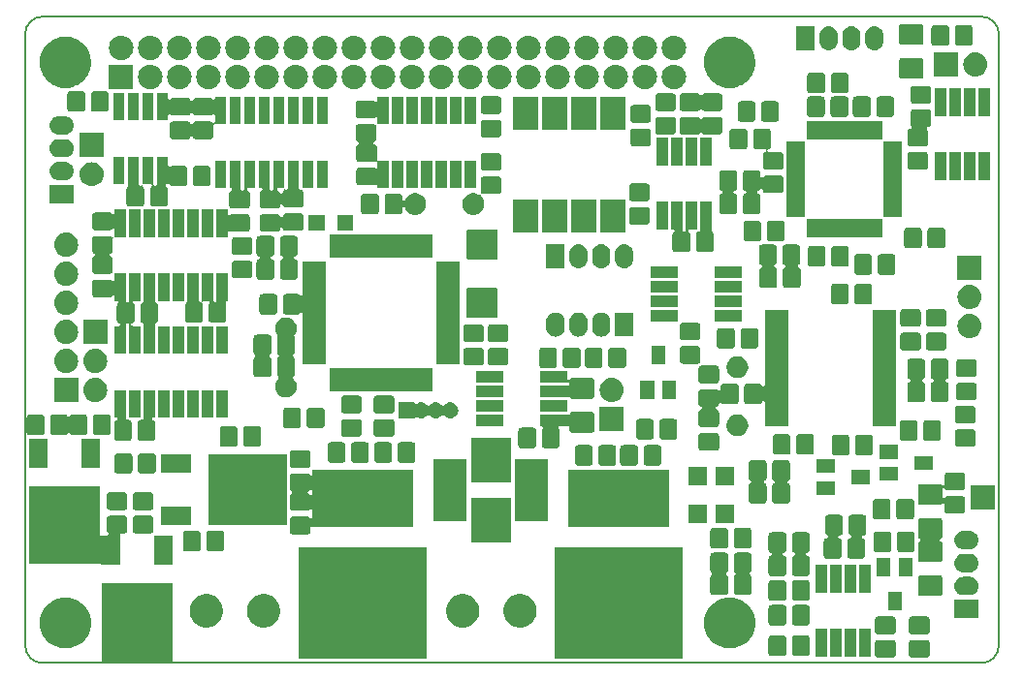
<source format=gts>
G04 #@! TF.GenerationSoftware,KiCad,Pcbnew,5.1.2-f72e74a~84~ubuntu18.04.1*
G04 #@! TF.CreationDate,2019-05-25T03:40:36+02:00*
G04 #@! TF.ProjectId,AIOR,41494f52-2e6b-4696-9361-645f70636258,V1.01*
G04 #@! TF.SameCoordinates,Original*
G04 #@! TF.FileFunction,Soldermask,Top*
G04 #@! TF.FilePolarity,Negative*
%FSLAX46Y46*%
G04 Gerber Fmt 4.6, Leading zero omitted, Abs format (unit mm)*
G04 Created by KiCad (PCBNEW 5.1.2-f72e74a~84~ubuntu18.04.1) date 2019-05-25 03:40:36*
%MOMM*%
%LPD*%
G04 APERTURE LIST*
%ADD10C,0.150000*%
%ADD11C,0.100000*%
G04 APERTURE END LIST*
D10*
X129500000Y-71500000D02*
X211500000Y-71500000D01*
X128000000Y-126500000D02*
X128000000Y-73000000D01*
X211500000Y-128000000D02*
X129500000Y-128000000D01*
X213000000Y-73000000D02*
X213000000Y-126500000D01*
X129500000Y-71500000D02*
G75*
G03X128000000Y-73000000I0J-1500000D01*
G01*
X128000000Y-126500000D02*
G75*
G03X129500000Y-128000000I1500000J0D01*
G01*
X211500000Y-128000000D02*
G75*
G03X213000000Y-126500000I0J1500000D01*
G01*
X213000000Y-73000000D02*
G75*
G03X211500000Y-71500000I-1500000J0D01*
G01*
D11*
G36*
X140895000Y-127851800D02*
G01*
X134695000Y-127851800D01*
X134695000Y-121051800D01*
X140895000Y-121051800D01*
X140895000Y-127851800D01*
X140895000Y-127851800D01*
G37*
G36*
X185432000Y-127655000D02*
G01*
X174232000Y-127655000D01*
X174232000Y-117855000D01*
X185432000Y-117855000D01*
X185432000Y-127655000D01*
X185432000Y-127655000D01*
G37*
G36*
X163080000Y-127655000D02*
G01*
X151880000Y-127655000D01*
X151880000Y-117855000D01*
X163080000Y-117855000D01*
X163080000Y-127655000D01*
X163080000Y-127655000D01*
G37*
G36*
X203783929Y-125985710D02*
G01*
X203833778Y-126000831D01*
X203879710Y-126025382D01*
X203919974Y-126058426D01*
X203953018Y-126098690D01*
X203977569Y-126144622D01*
X203992690Y-126194471D01*
X203998400Y-126252444D01*
X203998400Y-127257556D01*
X203992690Y-127315529D01*
X203977569Y-127365378D01*
X203953018Y-127411310D01*
X203919974Y-127451574D01*
X203879710Y-127484618D01*
X203833778Y-127509169D01*
X203783929Y-127524290D01*
X203725956Y-127530000D01*
X202470844Y-127530000D01*
X202412871Y-127524290D01*
X202363022Y-127509169D01*
X202317090Y-127484618D01*
X202276826Y-127451574D01*
X202243782Y-127411310D01*
X202219231Y-127365378D01*
X202204110Y-127315529D01*
X202198400Y-127257556D01*
X202198400Y-126252444D01*
X202204110Y-126194471D01*
X202219231Y-126144622D01*
X202243782Y-126098690D01*
X202276826Y-126058426D01*
X202317090Y-126025382D01*
X202363022Y-126000831D01*
X202412871Y-125985710D01*
X202470844Y-125980000D01*
X203725956Y-125980000D01*
X203783929Y-125985710D01*
X203783929Y-125985710D01*
G37*
G36*
X206743029Y-125985710D02*
G01*
X206792878Y-126000831D01*
X206838810Y-126025382D01*
X206879074Y-126058426D01*
X206912118Y-126098690D01*
X206936669Y-126144622D01*
X206951790Y-126194471D01*
X206957500Y-126252444D01*
X206957500Y-127257556D01*
X206951790Y-127315529D01*
X206936669Y-127365378D01*
X206912118Y-127411310D01*
X206879074Y-127451574D01*
X206838810Y-127484618D01*
X206792878Y-127509169D01*
X206743029Y-127524290D01*
X206685056Y-127530000D01*
X205429944Y-127530000D01*
X205371971Y-127524290D01*
X205322122Y-127509169D01*
X205276190Y-127484618D01*
X205235926Y-127451574D01*
X205202882Y-127411310D01*
X205178331Y-127365378D01*
X205163210Y-127315529D01*
X205157500Y-127257556D01*
X205157500Y-126252444D01*
X205163210Y-126194471D01*
X205178331Y-126144622D01*
X205202882Y-126098690D01*
X205235926Y-126058426D01*
X205276190Y-126025382D01*
X205322122Y-126000831D01*
X205371971Y-125985710D01*
X205429944Y-125980000D01*
X206685056Y-125980000D01*
X206743029Y-125985710D01*
X206743029Y-125985710D01*
G37*
G36*
X197984720Y-127437490D02*
G01*
X196985280Y-127437490D01*
X196985280Y-125038510D01*
X197984720Y-125038510D01*
X197984720Y-127437490D01*
X197984720Y-127437490D01*
G37*
G36*
X201794720Y-127437490D02*
G01*
X200795280Y-127437490D01*
X200795280Y-125038510D01*
X201794720Y-125038510D01*
X201794720Y-127437490D01*
X201794720Y-127437490D01*
G37*
G36*
X199254720Y-127437490D02*
G01*
X198255280Y-127437490D01*
X198255280Y-125038510D01*
X199254720Y-125038510D01*
X199254720Y-127437490D01*
X199254720Y-127437490D01*
G37*
G36*
X200524720Y-127437490D02*
G01*
X199525280Y-127437490D01*
X199525280Y-125038510D01*
X200524720Y-125038510D01*
X200524720Y-127437490D01*
X200524720Y-127437490D01*
G37*
G36*
X194226529Y-125597710D02*
G01*
X194276378Y-125612831D01*
X194322310Y-125637382D01*
X194362574Y-125670426D01*
X194395618Y-125710690D01*
X194420169Y-125756622D01*
X194435290Y-125806471D01*
X194441000Y-125864444D01*
X194441000Y-127119556D01*
X194435290Y-127177529D01*
X194420169Y-127227378D01*
X194395618Y-127273310D01*
X194362574Y-127313574D01*
X194322310Y-127346618D01*
X194276378Y-127371169D01*
X194226529Y-127386290D01*
X194168556Y-127392000D01*
X193163444Y-127392000D01*
X193105471Y-127386290D01*
X193055622Y-127371169D01*
X193009690Y-127346618D01*
X192969426Y-127313574D01*
X192936382Y-127273310D01*
X192911831Y-127227378D01*
X192896710Y-127177529D01*
X192891000Y-127119556D01*
X192891000Y-125864444D01*
X192896710Y-125806471D01*
X192911831Y-125756622D01*
X192936382Y-125710690D01*
X192969426Y-125670426D01*
X193009690Y-125637382D01*
X193055622Y-125612831D01*
X193105471Y-125597710D01*
X193163444Y-125592000D01*
X194168556Y-125592000D01*
X194226529Y-125597710D01*
X194226529Y-125597710D01*
G37*
G36*
X196276529Y-125597710D02*
G01*
X196326378Y-125612831D01*
X196372310Y-125637382D01*
X196412574Y-125670426D01*
X196445618Y-125710690D01*
X196470169Y-125756622D01*
X196485290Y-125806471D01*
X196491000Y-125864444D01*
X196491000Y-127119556D01*
X196485290Y-127177529D01*
X196470169Y-127227378D01*
X196445618Y-127273310D01*
X196412574Y-127313574D01*
X196372310Y-127346618D01*
X196326378Y-127371169D01*
X196276529Y-127386290D01*
X196218556Y-127392000D01*
X195213444Y-127392000D01*
X195155471Y-127386290D01*
X195105622Y-127371169D01*
X195059690Y-127346618D01*
X195019426Y-127313574D01*
X194986382Y-127273310D01*
X194961831Y-127227378D01*
X194946710Y-127177529D01*
X194941000Y-127119556D01*
X194941000Y-125864444D01*
X194946710Y-125806471D01*
X194961831Y-125756622D01*
X194986382Y-125710690D01*
X195019426Y-125670426D01*
X195059690Y-125637382D01*
X195105622Y-125612831D01*
X195155471Y-125597710D01*
X195213444Y-125592000D01*
X196218556Y-125592000D01*
X196276529Y-125597710D01*
X196276529Y-125597710D01*
G37*
G36*
X131854471Y-122294781D02*
G01*
X132151050Y-122353774D01*
X132436087Y-122471840D01*
X132553848Y-122520618D01*
X132557249Y-122522027D01*
X132922817Y-122766292D01*
X133233708Y-123077183D01*
X133477973Y-123442751D01*
X133646226Y-123848950D01*
X133732000Y-124280167D01*
X133732000Y-124719833D01*
X133646226Y-125151050D01*
X133477973Y-125557249D01*
X133233708Y-125922817D01*
X132922817Y-126233708D01*
X132557249Y-126477973D01*
X132151050Y-126646226D01*
X131935441Y-126689113D01*
X131719834Y-126732000D01*
X131280166Y-126732000D01*
X131064559Y-126689113D01*
X130848950Y-126646226D01*
X130442751Y-126477973D01*
X130077183Y-126233708D01*
X129766292Y-125922817D01*
X129522027Y-125557249D01*
X129353774Y-125151050D01*
X129268000Y-124719833D01*
X129268000Y-124280167D01*
X129353774Y-123848950D01*
X129522027Y-123442751D01*
X129766292Y-123077183D01*
X130077183Y-122766292D01*
X130442751Y-122522027D01*
X130446153Y-122520618D01*
X130563913Y-122471840D01*
X130848950Y-122353774D01*
X131145529Y-122294781D01*
X131280166Y-122268000D01*
X131719834Y-122268000D01*
X131854471Y-122294781D01*
X131854471Y-122294781D01*
G37*
G36*
X189181693Y-122240991D02*
G01*
X189202067Y-122254605D01*
X189224706Y-122263982D01*
X189248739Y-122268763D01*
X189267856Y-122267824D01*
X189267856Y-122268000D01*
X189719834Y-122268000D01*
X189854471Y-122294781D01*
X190151050Y-122353774D01*
X190436087Y-122471840D01*
X190553848Y-122520618D01*
X190557249Y-122522027D01*
X190922817Y-122766292D01*
X191233708Y-123077183D01*
X191477973Y-123442751D01*
X191646226Y-123848950D01*
X191732000Y-124280167D01*
X191732000Y-124719833D01*
X191646226Y-125151050D01*
X191477973Y-125557249D01*
X191233708Y-125922817D01*
X190922817Y-126233708D01*
X190557249Y-126477973D01*
X190151050Y-126646226D01*
X189935441Y-126689113D01*
X189719834Y-126732000D01*
X189280166Y-126732000D01*
X189064559Y-126689113D01*
X188848950Y-126646226D01*
X188442751Y-126477973D01*
X188077183Y-126233708D01*
X187766292Y-125922817D01*
X187522027Y-125557249D01*
X187353774Y-125151050D01*
X187268000Y-124719833D01*
X187268000Y-124280167D01*
X187353774Y-123848950D01*
X187522027Y-123442751D01*
X187766292Y-123077183D01*
X188077183Y-122766292D01*
X188442751Y-122522027D01*
X188446153Y-122520618D01*
X188563913Y-122471840D01*
X188848950Y-122353774D01*
X189091157Y-122305596D01*
X189114607Y-122298483D01*
X189136218Y-122286932D01*
X189155160Y-122271387D01*
X189170705Y-122252445D01*
X189178522Y-122237820D01*
X189181693Y-122240991D01*
X189181693Y-122240991D01*
G37*
G36*
X206743029Y-123935710D02*
G01*
X206792878Y-123950831D01*
X206838810Y-123975382D01*
X206879074Y-124008426D01*
X206912118Y-124048690D01*
X206936669Y-124094622D01*
X206951790Y-124144471D01*
X206957500Y-124202444D01*
X206957500Y-125207556D01*
X206951790Y-125265529D01*
X206936669Y-125315378D01*
X206912118Y-125361310D01*
X206879074Y-125401574D01*
X206838810Y-125434618D01*
X206792878Y-125459169D01*
X206743029Y-125474290D01*
X206685056Y-125480000D01*
X205429944Y-125480000D01*
X205371971Y-125474290D01*
X205322122Y-125459169D01*
X205276190Y-125434618D01*
X205235926Y-125401574D01*
X205202882Y-125361310D01*
X205178331Y-125315378D01*
X205163210Y-125265529D01*
X205157500Y-125207556D01*
X205157500Y-124202444D01*
X205163210Y-124144471D01*
X205178331Y-124094622D01*
X205202882Y-124048690D01*
X205235926Y-124008426D01*
X205276190Y-123975382D01*
X205322122Y-123950831D01*
X205371971Y-123935710D01*
X205429944Y-123930000D01*
X206685056Y-123930000D01*
X206743029Y-123935710D01*
X206743029Y-123935710D01*
G37*
G36*
X203783929Y-123935710D02*
G01*
X203833778Y-123950831D01*
X203879710Y-123975382D01*
X203919974Y-124008426D01*
X203953018Y-124048690D01*
X203977569Y-124094622D01*
X203992690Y-124144471D01*
X203998400Y-124202444D01*
X203998400Y-125207556D01*
X203992690Y-125265529D01*
X203977569Y-125315378D01*
X203953018Y-125361310D01*
X203919974Y-125401574D01*
X203879710Y-125434618D01*
X203833778Y-125459169D01*
X203783929Y-125474290D01*
X203725956Y-125480000D01*
X202470844Y-125480000D01*
X202412871Y-125474290D01*
X202363022Y-125459169D01*
X202317090Y-125434618D01*
X202276826Y-125401574D01*
X202243782Y-125361310D01*
X202219231Y-125315378D01*
X202204110Y-125265529D01*
X202198400Y-125207556D01*
X202198400Y-124202444D01*
X202204110Y-124144471D01*
X202219231Y-124094622D01*
X202243782Y-124048690D01*
X202276826Y-124008426D01*
X202317090Y-123975382D01*
X202363022Y-123950831D01*
X202412871Y-123935710D01*
X202470844Y-123930000D01*
X203725956Y-123930000D01*
X203783929Y-123935710D01*
X203783929Y-123935710D01*
G37*
G36*
X144226948Y-122049722D02*
G01*
X144490831Y-122159026D01*
X144490833Y-122159027D01*
X144728321Y-122317711D01*
X144930289Y-122519679D01*
X145088973Y-122757167D01*
X145088974Y-122757169D01*
X145198278Y-123021052D01*
X145254000Y-123301186D01*
X145254000Y-123586814D01*
X145198278Y-123866948D01*
X145131281Y-124028692D01*
X145088973Y-124130833D01*
X144930289Y-124368321D01*
X144728321Y-124570289D01*
X144490833Y-124728973D01*
X144490832Y-124728974D01*
X144490831Y-124728974D01*
X144226948Y-124838278D01*
X143946814Y-124894000D01*
X143661186Y-124894000D01*
X143381052Y-124838278D01*
X143117169Y-124728974D01*
X143117168Y-124728974D01*
X143117167Y-124728973D01*
X142879679Y-124570289D01*
X142677711Y-124368321D01*
X142519027Y-124130833D01*
X142476719Y-124028692D01*
X142409722Y-123866948D01*
X142354000Y-123586814D01*
X142354000Y-123301186D01*
X142409722Y-123021052D01*
X142519026Y-122757169D01*
X142519027Y-122757167D01*
X142677711Y-122519679D01*
X142879679Y-122317711D01*
X143117167Y-122159027D01*
X143117169Y-122159026D01*
X143381052Y-122049722D01*
X143661186Y-121994000D01*
X143946814Y-121994000D01*
X144226948Y-122049722D01*
X144226948Y-122049722D01*
G37*
G36*
X166618948Y-122049722D02*
G01*
X166882831Y-122159026D01*
X166882833Y-122159027D01*
X167120321Y-122317711D01*
X167322289Y-122519679D01*
X167480973Y-122757167D01*
X167480974Y-122757169D01*
X167590278Y-123021052D01*
X167646000Y-123301186D01*
X167646000Y-123586814D01*
X167590278Y-123866948D01*
X167523281Y-124028692D01*
X167480973Y-124130833D01*
X167322289Y-124368321D01*
X167120321Y-124570289D01*
X166882833Y-124728973D01*
X166882832Y-124728974D01*
X166882831Y-124728974D01*
X166618948Y-124838278D01*
X166338814Y-124894000D01*
X166053186Y-124894000D01*
X165773052Y-124838278D01*
X165509169Y-124728974D01*
X165509168Y-124728974D01*
X165509167Y-124728973D01*
X165271679Y-124570289D01*
X165069711Y-124368321D01*
X164911027Y-124130833D01*
X164868719Y-124028692D01*
X164801722Y-123866948D01*
X164746000Y-123586814D01*
X164746000Y-123301186D01*
X164801722Y-123021052D01*
X164911026Y-122757169D01*
X164911027Y-122757167D01*
X165069711Y-122519679D01*
X165271679Y-122317711D01*
X165509167Y-122159027D01*
X165509169Y-122159026D01*
X165773052Y-122049722D01*
X166053186Y-121994000D01*
X166338814Y-121994000D01*
X166618948Y-122049722D01*
X166618948Y-122049722D01*
G37*
G36*
X171618948Y-122049722D02*
G01*
X171882831Y-122159026D01*
X171882833Y-122159027D01*
X172120321Y-122317711D01*
X172322289Y-122519679D01*
X172480973Y-122757167D01*
X172480974Y-122757169D01*
X172590278Y-123021052D01*
X172646000Y-123301186D01*
X172646000Y-123586814D01*
X172590278Y-123866948D01*
X172523281Y-124028692D01*
X172480973Y-124130833D01*
X172322289Y-124368321D01*
X172120321Y-124570289D01*
X171882833Y-124728973D01*
X171882832Y-124728974D01*
X171882831Y-124728974D01*
X171618948Y-124838278D01*
X171338814Y-124894000D01*
X171053186Y-124894000D01*
X170773052Y-124838278D01*
X170509169Y-124728974D01*
X170509168Y-124728974D01*
X170509167Y-124728973D01*
X170271679Y-124570289D01*
X170069711Y-124368321D01*
X169911027Y-124130833D01*
X169868719Y-124028692D01*
X169801722Y-123866948D01*
X169746000Y-123586814D01*
X169746000Y-123301186D01*
X169801722Y-123021052D01*
X169911026Y-122757169D01*
X169911027Y-122757167D01*
X170069711Y-122519679D01*
X170271679Y-122317711D01*
X170509167Y-122159027D01*
X170509169Y-122159026D01*
X170773052Y-122049722D01*
X171053186Y-121994000D01*
X171338814Y-121994000D01*
X171618948Y-122049722D01*
X171618948Y-122049722D01*
G37*
G36*
X149226948Y-122049722D02*
G01*
X149490831Y-122159026D01*
X149490833Y-122159027D01*
X149728321Y-122317711D01*
X149930289Y-122519679D01*
X150088973Y-122757167D01*
X150088974Y-122757169D01*
X150198278Y-123021052D01*
X150254000Y-123301186D01*
X150254000Y-123586814D01*
X150198278Y-123866948D01*
X150131281Y-124028692D01*
X150088973Y-124130833D01*
X149930289Y-124368321D01*
X149728321Y-124570289D01*
X149490833Y-124728973D01*
X149490832Y-124728974D01*
X149490831Y-124728974D01*
X149226948Y-124838278D01*
X148946814Y-124894000D01*
X148661186Y-124894000D01*
X148381052Y-124838278D01*
X148117169Y-124728974D01*
X148117168Y-124728974D01*
X148117167Y-124728973D01*
X147879679Y-124570289D01*
X147677711Y-124368321D01*
X147519027Y-124130833D01*
X147476719Y-124028692D01*
X147409722Y-123866948D01*
X147354000Y-123586814D01*
X147354000Y-123301186D01*
X147409722Y-123021052D01*
X147519026Y-122757169D01*
X147519027Y-122757167D01*
X147677711Y-122519679D01*
X147879679Y-122317711D01*
X148117167Y-122159027D01*
X148117169Y-122159026D01*
X148381052Y-122049722D01*
X148661186Y-121994000D01*
X148946814Y-121994000D01*
X149226948Y-122049722D01*
X149226948Y-122049722D01*
G37*
G36*
X194226529Y-122930710D02*
G01*
X194276378Y-122945831D01*
X194322310Y-122970382D01*
X194362574Y-123003426D01*
X194395618Y-123043690D01*
X194420169Y-123089622D01*
X194435290Y-123139471D01*
X194441000Y-123197444D01*
X194441000Y-124452556D01*
X194435290Y-124510529D01*
X194420169Y-124560378D01*
X194395618Y-124606310D01*
X194362574Y-124646574D01*
X194322310Y-124679618D01*
X194276378Y-124704169D01*
X194226529Y-124719290D01*
X194168556Y-124725000D01*
X193163444Y-124725000D01*
X193105471Y-124719290D01*
X193055622Y-124704169D01*
X193009690Y-124679618D01*
X192969426Y-124646574D01*
X192936382Y-124606310D01*
X192911831Y-124560378D01*
X192896710Y-124510529D01*
X192891000Y-124452556D01*
X192891000Y-123197444D01*
X192896710Y-123139471D01*
X192911831Y-123089622D01*
X192936382Y-123043690D01*
X192969426Y-123003426D01*
X193009690Y-122970382D01*
X193055622Y-122945831D01*
X193105471Y-122930710D01*
X193163444Y-122925000D01*
X194168556Y-122925000D01*
X194226529Y-122930710D01*
X194226529Y-122930710D01*
G37*
G36*
X196276529Y-122930710D02*
G01*
X196326378Y-122945831D01*
X196372310Y-122970382D01*
X196412574Y-123003426D01*
X196445618Y-123043690D01*
X196470169Y-123089622D01*
X196485290Y-123139471D01*
X196491000Y-123197444D01*
X196491000Y-124452556D01*
X196485290Y-124510529D01*
X196470169Y-124560378D01*
X196445618Y-124606310D01*
X196412574Y-124646574D01*
X196372310Y-124679618D01*
X196326378Y-124704169D01*
X196276529Y-124719290D01*
X196218556Y-124725000D01*
X195213444Y-124725000D01*
X195155471Y-124719290D01*
X195105622Y-124704169D01*
X195059690Y-124679618D01*
X195019426Y-124646574D01*
X194986382Y-124606310D01*
X194961831Y-124560378D01*
X194946710Y-124510529D01*
X194941000Y-124452556D01*
X194941000Y-123197444D01*
X194946710Y-123139471D01*
X194961831Y-123089622D01*
X194986382Y-123043690D01*
X195019426Y-123003426D01*
X195059690Y-122970382D01*
X195105622Y-122945831D01*
X195155471Y-122930710D01*
X195213444Y-122925000D01*
X196218556Y-122925000D01*
X196276529Y-122930710D01*
X196276529Y-122930710D01*
G37*
G36*
X211234630Y-124070720D02*
G01*
X209135370Y-124070720D01*
X209135370Y-122471840D01*
X211234630Y-122471840D01*
X211234630Y-124070720D01*
X211234630Y-124070720D01*
G37*
G36*
X204511200Y-123407200D02*
G01*
X203311200Y-123407200D01*
X203311200Y-121807200D01*
X204511200Y-121807200D01*
X204511200Y-123407200D01*
X204511200Y-123407200D01*
G37*
G36*
X194226529Y-120771710D02*
G01*
X194276378Y-120786831D01*
X194322310Y-120811382D01*
X194362574Y-120844426D01*
X194395618Y-120884690D01*
X194420169Y-120930622D01*
X194435290Y-120980471D01*
X194441000Y-121038444D01*
X194441000Y-122293556D01*
X194435290Y-122351529D01*
X194420169Y-122401378D01*
X194395618Y-122447310D01*
X194362574Y-122487574D01*
X194322310Y-122520618D01*
X194276378Y-122545169D01*
X194226529Y-122560290D01*
X194168556Y-122566000D01*
X193163444Y-122566000D01*
X193105471Y-122560290D01*
X193055622Y-122545169D01*
X193009690Y-122520618D01*
X192969426Y-122487574D01*
X192936382Y-122447310D01*
X192911831Y-122401378D01*
X192896710Y-122351529D01*
X192891000Y-122293556D01*
X192891000Y-121038444D01*
X192896710Y-120980471D01*
X192911831Y-120930622D01*
X192936382Y-120884690D01*
X192969426Y-120844426D01*
X193009690Y-120811382D01*
X193055622Y-120786831D01*
X193105471Y-120771710D01*
X193163444Y-120766000D01*
X194168556Y-120766000D01*
X194226529Y-120771710D01*
X194226529Y-120771710D01*
G37*
G36*
X196276529Y-120771710D02*
G01*
X196326378Y-120786831D01*
X196372310Y-120811382D01*
X196412574Y-120844426D01*
X196445618Y-120884690D01*
X196470169Y-120930622D01*
X196485290Y-120980471D01*
X196491000Y-121038444D01*
X196491000Y-122293556D01*
X196485290Y-122351529D01*
X196470169Y-122401378D01*
X196445618Y-122447310D01*
X196412574Y-122487574D01*
X196372310Y-122520618D01*
X196326378Y-122545169D01*
X196276529Y-122560290D01*
X196218556Y-122566000D01*
X195213444Y-122566000D01*
X195155471Y-122560290D01*
X195105622Y-122545169D01*
X195059690Y-122520618D01*
X195019426Y-122487574D01*
X194986382Y-122447310D01*
X194961831Y-122401378D01*
X194946710Y-122351529D01*
X194941000Y-122293556D01*
X194941000Y-121038444D01*
X194946710Y-120980471D01*
X194961831Y-120930622D01*
X194986382Y-120884690D01*
X195019426Y-120844426D01*
X195059690Y-120811382D01*
X195105622Y-120786831D01*
X195155471Y-120771710D01*
X195213444Y-120766000D01*
X196218556Y-120766000D01*
X196276529Y-120771710D01*
X196276529Y-120771710D01*
G37*
G36*
X207892481Y-120341186D02*
G01*
X207937205Y-120354754D01*
X207978430Y-120376789D01*
X208014561Y-120406439D01*
X208044211Y-120442570D01*
X208066246Y-120483795D01*
X208079814Y-120528519D01*
X208085000Y-120581176D01*
X208085000Y-121915824D01*
X208079814Y-121968481D01*
X208066246Y-122013205D01*
X208044211Y-122054430D01*
X208014561Y-122090561D01*
X207978430Y-122120211D01*
X207937205Y-122142246D01*
X207892481Y-122155814D01*
X207839824Y-122161000D01*
X206180176Y-122161000D01*
X206127519Y-122155814D01*
X206082795Y-122142246D01*
X206041570Y-122120211D01*
X206005439Y-122090561D01*
X205975789Y-122054430D01*
X205953754Y-122013205D01*
X205940186Y-121968481D01*
X205935000Y-121915824D01*
X205935000Y-120581176D01*
X205940186Y-120528519D01*
X205953754Y-120483795D01*
X205975789Y-120442570D01*
X206005439Y-120406439D01*
X206041570Y-120376789D01*
X206082795Y-120354754D01*
X206127519Y-120341186D01*
X206180176Y-120336000D01*
X207839824Y-120336000D01*
X207892481Y-120341186D01*
X207892481Y-120341186D01*
G37*
G36*
X189146529Y-118358710D02*
G01*
X189196378Y-118373831D01*
X189242310Y-118398382D01*
X189282574Y-118431426D01*
X189315618Y-118471690D01*
X189340169Y-118517622D01*
X189355290Y-118567471D01*
X189361000Y-118625444D01*
X189361000Y-119880556D01*
X189355290Y-119938529D01*
X189340169Y-119988378D01*
X189315618Y-120034310D01*
X189282574Y-120074574D01*
X189240778Y-120108875D01*
X189223451Y-120126202D01*
X189209837Y-120146576D01*
X189200460Y-120169215D01*
X189195680Y-120193248D01*
X189195680Y-120217753D01*
X189200461Y-120241786D01*
X189209838Y-120264425D01*
X189223452Y-120284799D01*
X189240778Y-120302125D01*
X189282574Y-120336426D01*
X189315618Y-120376690D01*
X189340169Y-120422622D01*
X189355290Y-120472471D01*
X189361000Y-120530444D01*
X189361000Y-121785556D01*
X189355290Y-121843529D01*
X189340169Y-121893378D01*
X189315618Y-121939310D01*
X189282574Y-121979574D01*
X189242311Y-122012616D01*
X189202069Y-122034126D01*
X189181694Y-122047740D01*
X189164367Y-122065067D01*
X189150753Y-122085441D01*
X189149036Y-122089586D01*
X189136218Y-122079066D01*
X189114607Y-122067515D01*
X189091158Y-122060402D01*
X189066772Y-122058000D01*
X188083444Y-122058000D01*
X188025471Y-122052290D01*
X187975622Y-122037169D01*
X187929690Y-122012618D01*
X187889426Y-121979574D01*
X187856382Y-121939310D01*
X187831831Y-121893378D01*
X187816710Y-121843529D01*
X187811000Y-121785556D01*
X187811000Y-120530444D01*
X187816710Y-120472471D01*
X187831831Y-120422622D01*
X187856382Y-120376690D01*
X187889426Y-120336426D01*
X187931222Y-120302125D01*
X187948549Y-120284798D01*
X187962163Y-120264424D01*
X187971540Y-120241785D01*
X187976320Y-120217752D01*
X187976320Y-120193247D01*
X187971539Y-120169214D01*
X187962162Y-120146575D01*
X187948548Y-120126201D01*
X187931222Y-120108875D01*
X187889426Y-120074574D01*
X187856382Y-120034310D01*
X187831831Y-119988378D01*
X187816710Y-119938529D01*
X187811000Y-119880556D01*
X187811000Y-118625444D01*
X187816710Y-118567471D01*
X187831831Y-118517622D01*
X187856382Y-118471690D01*
X187889426Y-118431426D01*
X187929690Y-118398382D01*
X187975622Y-118373831D01*
X188025471Y-118358710D01*
X188083444Y-118353000D01*
X189088556Y-118353000D01*
X189146529Y-118358710D01*
X189146529Y-118358710D01*
G37*
G36*
X210591908Y-120481887D02*
G01*
X210742603Y-120527600D01*
X210881484Y-120601834D01*
X211003215Y-120701735D01*
X211103116Y-120823466D01*
X211177350Y-120962347D01*
X211223063Y-121113042D01*
X211238498Y-121269760D01*
X211223063Y-121426478D01*
X211177350Y-121577173D01*
X211103116Y-121716054D01*
X211003215Y-121837785D01*
X210881484Y-121937686D01*
X210742603Y-122011920D01*
X210591908Y-122057633D01*
X210474463Y-122069200D01*
X209895537Y-122069200D01*
X209778092Y-122057633D01*
X209627397Y-122011920D01*
X209488516Y-121937686D01*
X209366785Y-121837785D01*
X209266884Y-121716054D01*
X209192650Y-121577173D01*
X209146937Y-121426478D01*
X209131502Y-121269760D01*
X209146937Y-121113042D01*
X209192650Y-120962347D01*
X209266884Y-120823466D01*
X209366785Y-120701735D01*
X209488516Y-120601834D01*
X209627397Y-120527600D01*
X209778092Y-120481887D01*
X209895537Y-120470320D01*
X210474463Y-120470320D01*
X210591908Y-120481887D01*
X210591908Y-120481887D01*
G37*
G36*
X191196529Y-118358710D02*
G01*
X191246378Y-118373831D01*
X191292310Y-118398382D01*
X191332574Y-118431426D01*
X191365618Y-118471690D01*
X191390169Y-118517622D01*
X191405290Y-118567471D01*
X191411000Y-118625444D01*
X191411000Y-119880556D01*
X191405290Y-119938529D01*
X191390169Y-119988378D01*
X191365618Y-120034310D01*
X191332574Y-120074574D01*
X191290778Y-120108875D01*
X191273451Y-120126202D01*
X191259837Y-120146576D01*
X191250460Y-120169215D01*
X191245680Y-120193248D01*
X191245680Y-120217753D01*
X191250461Y-120241786D01*
X191259838Y-120264425D01*
X191273452Y-120284799D01*
X191290778Y-120302125D01*
X191332574Y-120336426D01*
X191365618Y-120376690D01*
X191390169Y-120422622D01*
X191405290Y-120472471D01*
X191411000Y-120530444D01*
X191411000Y-121785556D01*
X191405290Y-121843529D01*
X191390169Y-121893378D01*
X191365618Y-121939310D01*
X191332574Y-121979574D01*
X191292310Y-122012618D01*
X191246378Y-122037169D01*
X191196529Y-122052290D01*
X191138556Y-122058000D01*
X190133444Y-122058000D01*
X190075471Y-122052290D01*
X190025622Y-122037169D01*
X189979690Y-122012618D01*
X189939426Y-121979574D01*
X189906382Y-121939310D01*
X189881831Y-121893378D01*
X189866710Y-121843529D01*
X189861000Y-121785556D01*
X189861000Y-120530444D01*
X189866710Y-120472471D01*
X189881831Y-120422622D01*
X189906382Y-120376690D01*
X189939426Y-120336426D01*
X189981222Y-120302125D01*
X189998549Y-120284798D01*
X190012163Y-120264424D01*
X190021540Y-120241785D01*
X190026320Y-120217752D01*
X190026320Y-120193247D01*
X190021539Y-120169214D01*
X190012162Y-120146575D01*
X189998548Y-120126201D01*
X189981222Y-120108875D01*
X189939426Y-120074574D01*
X189906382Y-120034310D01*
X189881831Y-119988378D01*
X189866710Y-119938529D01*
X189861000Y-119880556D01*
X189861000Y-118625444D01*
X189866710Y-118567471D01*
X189881831Y-118517622D01*
X189906382Y-118471690D01*
X189939426Y-118431426D01*
X189979690Y-118398382D01*
X190025622Y-118373831D01*
X190075471Y-118358710D01*
X190133444Y-118353000D01*
X191138556Y-118353000D01*
X191196529Y-118358710D01*
X191196529Y-118358710D01*
G37*
G36*
X200524720Y-121849490D02*
G01*
X199525280Y-121849490D01*
X199525280Y-119450510D01*
X200524720Y-119450510D01*
X200524720Y-121849490D01*
X200524720Y-121849490D01*
G37*
G36*
X201794720Y-121849490D02*
G01*
X200795280Y-121849490D01*
X200795280Y-119450510D01*
X201794720Y-119450510D01*
X201794720Y-121849490D01*
X201794720Y-121849490D01*
G37*
G36*
X199254720Y-121849490D02*
G01*
X198255280Y-121849490D01*
X198255280Y-119450510D01*
X199254720Y-119450510D01*
X199254720Y-121849490D01*
X199254720Y-121849490D01*
G37*
G36*
X197984720Y-121849490D02*
G01*
X196985280Y-121849490D01*
X196985280Y-119450510D01*
X197984720Y-119450510D01*
X197984720Y-121849490D01*
X197984720Y-121849490D01*
G37*
G36*
X205461200Y-120407200D02*
G01*
X204261200Y-120407200D01*
X204261200Y-118807200D01*
X205461200Y-118807200D01*
X205461200Y-120407200D01*
X205461200Y-120407200D01*
G37*
G36*
X203561200Y-120407200D02*
G01*
X202361200Y-120407200D01*
X202361200Y-118807200D01*
X203561200Y-118807200D01*
X203561200Y-120407200D01*
X203561200Y-120407200D01*
G37*
G36*
X196276529Y-116580710D02*
G01*
X196326378Y-116595831D01*
X196372310Y-116620382D01*
X196412574Y-116653426D01*
X196445618Y-116693690D01*
X196470169Y-116739622D01*
X196485290Y-116789471D01*
X196491000Y-116847444D01*
X196491000Y-118102556D01*
X196485290Y-118160529D01*
X196470169Y-118210378D01*
X196445618Y-118256310D01*
X196412574Y-118296574D01*
X196372310Y-118329618D01*
X196326378Y-118354169D01*
X196269629Y-118371383D01*
X196246991Y-118380760D01*
X196226616Y-118394374D01*
X196209289Y-118411701D01*
X196195675Y-118432075D01*
X196186298Y-118454714D01*
X196181517Y-118478747D01*
X196181517Y-118503251D01*
X196186297Y-118527285D01*
X196195674Y-118549923D01*
X196209288Y-118570298D01*
X196226615Y-118587625D01*
X196246989Y-118601239D01*
X196269629Y-118610617D01*
X196326378Y-118627831D01*
X196372310Y-118652382D01*
X196412574Y-118685426D01*
X196445618Y-118725690D01*
X196470169Y-118771622D01*
X196485290Y-118821471D01*
X196491000Y-118879444D01*
X196491000Y-120134556D01*
X196485290Y-120192529D01*
X196470169Y-120242378D01*
X196445618Y-120288310D01*
X196412574Y-120328574D01*
X196372310Y-120361618D01*
X196326378Y-120386169D01*
X196276529Y-120401290D01*
X196218556Y-120407000D01*
X195213444Y-120407000D01*
X195155471Y-120401290D01*
X195105622Y-120386169D01*
X195059690Y-120361618D01*
X195019426Y-120328574D01*
X194986382Y-120288310D01*
X194961831Y-120242378D01*
X194946710Y-120192529D01*
X194941000Y-120134556D01*
X194941000Y-118879444D01*
X194946710Y-118821471D01*
X194961831Y-118771622D01*
X194986382Y-118725690D01*
X195019426Y-118685426D01*
X195059690Y-118652382D01*
X195105622Y-118627831D01*
X195162371Y-118610617D01*
X195185009Y-118601240D01*
X195205384Y-118587626D01*
X195222711Y-118570299D01*
X195236325Y-118549925D01*
X195245702Y-118527286D01*
X195250483Y-118503253D01*
X195250483Y-118478749D01*
X195245703Y-118454715D01*
X195236326Y-118432077D01*
X195222712Y-118411702D01*
X195205385Y-118394375D01*
X195185011Y-118380761D01*
X195162371Y-118371383D01*
X195105622Y-118354169D01*
X195059690Y-118329618D01*
X195019426Y-118296574D01*
X194986382Y-118256310D01*
X194961831Y-118210378D01*
X194946710Y-118160529D01*
X194941000Y-118102556D01*
X194941000Y-116847444D01*
X194946710Y-116789471D01*
X194961831Y-116739622D01*
X194986382Y-116693690D01*
X195019426Y-116653426D01*
X195059690Y-116620382D01*
X195105622Y-116595831D01*
X195155471Y-116580710D01*
X195213444Y-116575000D01*
X196218556Y-116575000D01*
X196276529Y-116580710D01*
X196276529Y-116580710D01*
G37*
G36*
X194226529Y-116580710D02*
G01*
X194276378Y-116595831D01*
X194322310Y-116620382D01*
X194362574Y-116653426D01*
X194395618Y-116693690D01*
X194420169Y-116739622D01*
X194435290Y-116789471D01*
X194441000Y-116847444D01*
X194441000Y-118102556D01*
X194435290Y-118160529D01*
X194420169Y-118210378D01*
X194395618Y-118256310D01*
X194362574Y-118296574D01*
X194322310Y-118329618D01*
X194276378Y-118354169D01*
X194219629Y-118371383D01*
X194196991Y-118380760D01*
X194176616Y-118394374D01*
X194159289Y-118411701D01*
X194145675Y-118432075D01*
X194136298Y-118454714D01*
X194131517Y-118478747D01*
X194131517Y-118503251D01*
X194136297Y-118527285D01*
X194145674Y-118549923D01*
X194159288Y-118570298D01*
X194176615Y-118587625D01*
X194196989Y-118601239D01*
X194219629Y-118610617D01*
X194276378Y-118627831D01*
X194322310Y-118652382D01*
X194362574Y-118685426D01*
X194395618Y-118725690D01*
X194420169Y-118771622D01*
X194435290Y-118821471D01*
X194441000Y-118879444D01*
X194441000Y-120134556D01*
X194435290Y-120192529D01*
X194420169Y-120242378D01*
X194395618Y-120288310D01*
X194362574Y-120328574D01*
X194322310Y-120361618D01*
X194276378Y-120386169D01*
X194226529Y-120401290D01*
X194168556Y-120407000D01*
X193163444Y-120407000D01*
X193105471Y-120401290D01*
X193055622Y-120386169D01*
X193009690Y-120361618D01*
X192969426Y-120328574D01*
X192936382Y-120288310D01*
X192911831Y-120242378D01*
X192896710Y-120192529D01*
X192891000Y-120134556D01*
X192891000Y-118879444D01*
X192896710Y-118821471D01*
X192911831Y-118771622D01*
X192936382Y-118725690D01*
X192969426Y-118685426D01*
X193009690Y-118652382D01*
X193055622Y-118627831D01*
X193112371Y-118610617D01*
X193135009Y-118601240D01*
X193155384Y-118587626D01*
X193172711Y-118570299D01*
X193186325Y-118549925D01*
X193195702Y-118527286D01*
X193200483Y-118503253D01*
X193200483Y-118478749D01*
X193195703Y-118454715D01*
X193186326Y-118432077D01*
X193172712Y-118411702D01*
X193155385Y-118394375D01*
X193135011Y-118380761D01*
X193112371Y-118371383D01*
X193055622Y-118354169D01*
X193009690Y-118329618D01*
X192969426Y-118296574D01*
X192936382Y-118256310D01*
X192911831Y-118210378D01*
X192896710Y-118160529D01*
X192891000Y-118102556D01*
X192891000Y-116847444D01*
X192896710Y-116789471D01*
X192911831Y-116739622D01*
X192936382Y-116693690D01*
X192969426Y-116653426D01*
X193009690Y-116620382D01*
X193055622Y-116595831D01*
X193105471Y-116580710D01*
X193163444Y-116575000D01*
X194168556Y-116575000D01*
X194226529Y-116580710D01*
X194226529Y-116580710D01*
G37*
G36*
X210591908Y-118480367D02*
G01*
X210742603Y-118526080D01*
X210881484Y-118600314D01*
X211003215Y-118700215D01*
X211103116Y-118821946D01*
X211177350Y-118960827D01*
X211223063Y-119111522D01*
X211238498Y-119268240D01*
X211223063Y-119424958D01*
X211177350Y-119575653D01*
X211103116Y-119714534D01*
X211003215Y-119836265D01*
X210881484Y-119936166D01*
X210742603Y-120010400D01*
X210591908Y-120056113D01*
X210474463Y-120067680D01*
X209895537Y-120067680D01*
X209778092Y-120056113D01*
X209627397Y-120010400D01*
X209488516Y-119936166D01*
X209366785Y-119836265D01*
X209266884Y-119714534D01*
X209192650Y-119575653D01*
X209146937Y-119424958D01*
X209131502Y-119268240D01*
X209146937Y-119111522D01*
X209192650Y-118960827D01*
X209266884Y-118821946D01*
X209366785Y-118700215D01*
X209488516Y-118600314D01*
X209627397Y-118526080D01*
X209778092Y-118480367D01*
X209895537Y-118468800D01*
X210474463Y-118468800D01*
X210591908Y-118480367D01*
X210591908Y-118480367D01*
G37*
G36*
X134494200Y-116726801D02*
G01*
X134496602Y-116751187D01*
X134503715Y-116774636D01*
X134515266Y-116796247D01*
X134530811Y-116815189D01*
X134549753Y-116830734D01*
X134571364Y-116842285D01*
X134594813Y-116849398D01*
X134619199Y-116851800D01*
X135145861Y-116851800D01*
X135170247Y-116849398D01*
X135193696Y-116842285D01*
X135215307Y-116830734D01*
X135234249Y-116815189D01*
X135249794Y-116796247D01*
X135261345Y-116774636D01*
X135268458Y-116751187D01*
X135270860Y-116726801D01*
X135268458Y-116702415D01*
X135261345Y-116678966D01*
X135249794Y-116657355D01*
X135225160Y-116630176D01*
X135195426Y-116605774D01*
X135162382Y-116565510D01*
X135137831Y-116519578D01*
X135122710Y-116469729D01*
X135117000Y-116411756D01*
X135117000Y-115406644D01*
X135122710Y-115348671D01*
X135137831Y-115298822D01*
X135162382Y-115252890D01*
X135195426Y-115212626D01*
X135235690Y-115179582D01*
X135281622Y-115155031D01*
X135331471Y-115139910D01*
X135389444Y-115134200D01*
X136644556Y-115134200D01*
X136702529Y-115139910D01*
X136752378Y-115155031D01*
X136798310Y-115179582D01*
X136838574Y-115212626D01*
X136871618Y-115252890D01*
X136896169Y-115298822D01*
X136911290Y-115348671D01*
X136917000Y-115406644D01*
X136917000Y-116411756D01*
X136911290Y-116469729D01*
X136896169Y-116519578D01*
X136871618Y-116565510D01*
X136838574Y-116605774D01*
X136798310Y-116638818D01*
X136752378Y-116663369D01*
X136702529Y-116678490D01*
X136644556Y-116684200D01*
X136439999Y-116684200D01*
X136415613Y-116686602D01*
X136392164Y-116693715D01*
X136370553Y-116705266D01*
X136351611Y-116720811D01*
X136336066Y-116739753D01*
X136324515Y-116761364D01*
X136317402Y-116784813D01*
X136315000Y-116809199D01*
X136315000Y-119451800D01*
X134707437Y-119451800D01*
X134705485Y-119445364D01*
X134693934Y-119423753D01*
X134678389Y-119404811D01*
X134659447Y-119389266D01*
X134637836Y-119377715D01*
X134614387Y-119370602D01*
X134590001Y-119368200D01*
X128294200Y-119368200D01*
X128294200Y-112568200D01*
X134494200Y-112568200D01*
X134494200Y-116726801D01*
X134494200Y-116726801D01*
G37*
G36*
X140875000Y-119451800D02*
G01*
X139275000Y-119451800D01*
X139275000Y-116851800D01*
X140875000Y-116851800D01*
X140875000Y-119451800D01*
X140875000Y-119451800D01*
G37*
G36*
X207892481Y-115337386D02*
G01*
X207937205Y-115350954D01*
X207978430Y-115372989D01*
X208014561Y-115402639D01*
X208044211Y-115438770D01*
X208066246Y-115479995D01*
X208079814Y-115524719D01*
X208085000Y-115577376D01*
X208085000Y-116912024D01*
X208079814Y-116964681D01*
X208066246Y-117009405D01*
X208044211Y-117050630D01*
X208014561Y-117086761D01*
X207978430Y-117116411D01*
X207937206Y-117138446D01*
X207933784Y-117139484D01*
X207911145Y-117148862D01*
X207890771Y-117162476D01*
X207873444Y-117179803D01*
X207859831Y-117200177D01*
X207850454Y-117222816D01*
X207845674Y-117246850D01*
X207845674Y-117271354D01*
X207850455Y-117295387D01*
X207859833Y-117318026D01*
X207873447Y-117338400D01*
X207890774Y-117355727D01*
X207911148Y-117369340D01*
X207933784Y-117378716D01*
X207937206Y-117379754D01*
X207978430Y-117401789D01*
X208014561Y-117431439D01*
X208044211Y-117467570D01*
X208066246Y-117508795D01*
X208079814Y-117553519D01*
X208085000Y-117606176D01*
X208085000Y-118940824D01*
X208079814Y-118993481D01*
X208066246Y-119038205D01*
X208044211Y-119079430D01*
X208014561Y-119115561D01*
X207978430Y-119145211D01*
X207937205Y-119167246D01*
X207892481Y-119180814D01*
X207839824Y-119186000D01*
X206180176Y-119186000D01*
X206127519Y-119180814D01*
X206082795Y-119167246D01*
X206041570Y-119145211D01*
X206005439Y-119115561D01*
X205975789Y-119079430D01*
X205953754Y-119038205D01*
X205940186Y-118993481D01*
X205935000Y-118940824D01*
X205935000Y-117606176D01*
X205940186Y-117553519D01*
X205953754Y-117508795D01*
X205975789Y-117467570D01*
X206005439Y-117431439D01*
X206041570Y-117401789D01*
X206082794Y-117379754D01*
X206086216Y-117378716D01*
X206108855Y-117369338D01*
X206129229Y-117355724D01*
X206146556Y-117338397D01*
X206160169Y-117318023D01*
X206169546Y-117295384D01*
X206174326Y-117271350D01*
X206174326Y-117246846D01*
X206169545Y-117222813D01*
X206160167Y-117200174D01*
X206146553Y-117179800D01*
X206129226Y-117162473D01*
X206108852Y-117148860D01*
X206086216Y-117139484D01*
X206082794Y-117138446D01*
X206041570Y-117116411D01*
X206005439Y-117086761D01*
X205975789Y-117050630D01*
X205953754Y-117009405D01*
X205940186Y-116964681D01*
X205935000Y-116912024D01*
X205935000Y-115577376D01*
X205940186Y-115524719D01*
X205953754Y-115479995D01*
X205975789Y-115438770D01*
X206005439Y-115402639D01*
X206041570Y-115372989D01*
X206082795Y-115350954D01*
X206127519Y-115337386D01*
X206180176Y-115332200D01*
X207839824Y-115332200D01*
X207892481Y-115337386D01*
X207892481Y-115337386D01*
G37*
G36*
X201229529Y-115056710D02*
G01*
X201279378Y-115071831D01*
X201325310Y-115096382D01*
X201365574Y-115129426D01*
X201398618Y-115169690D01*
X201423169Y-115215622D01*
X201438290Y-115265471D01*
X201444000Y-115323444D01*
X201444000Y-116578556D01*
X201438290Y-116636529D01*
X201423169Y-116686378D01*
X201398618Y-116732310D01*
X201365574Y-116772574D01*
X201325310Y-116805618D01*
X201279378Y-116830169D01*
X201229529Y-116845290D01*
X201171556Y-116851000D01*
X201161580Y-116851000D01*
X201137194Y-116853402D01*
X201113745Y-116860515D01*
X201092134Y-116872066D01*
X201073192Y-116887611D01*
X201057647Y-116906553D01*
X201046096Y-116928164D01*
X201038983Y-116951613D01*
X201036581Y-116975999D01*
X201038983Y-117000385D01*
X201046096Y-117023834D01*
X201057647Y-117045445D01*
X201073192Y-117064387D01*
X201092134Y-117079932D01*
X201113745Y-117091483D01*
X201125296Y-117095616D01*
X201152377Y-117103831D01*
X201198310Y-117128382D01*
X201238574Y-117161426D01*
X201271618Y-117201690D01*
X201296169Y-117247622D01*
X201311290Y-117297471D01*
X201317000Y-117355444D01*
X201317000Y-118610556D01*
X201311290Y-118668529D01*
X201296169Y-118718378D01*
X201271618Y-118764310D01*
X201238574Y-118804574D01*
X201198310Y-118837618D01*
X201152378Y-118862169D01*
X201102529Y-118877290D01*
X201044556Y-118883000D01*
X200039444Y-118883000D01*
X199981471Y-118877290D01*
X199931622Y-118862169D01*
X199885690Y-118837618D01*
X199845426Y-118804574D01*
X199812382Y-118764310D01*
X199787831Y-118718378D01*
X199772710Y-118668529D01*
X199767000Y-118610556D01*
X199767000Y-117355444D01*
X199772710Y-117297471D01*
X199787831Y-117247622D01*
X199812382Y-117201690D01*
X199845426Y-117161426D01*
X199885690Y-117128382D01*
X199931622Y-117103831D01*
X199981471Y-117088710D01*
X200039444Y-117083000D01*
X200049420Y-117083000D01*
X200073806Y-117080598D01*
X200097255Y-117073485D01*
X200118866Y-117061934D01*
X200137808Y-117046389D01*
X200153353Y-117027447D01*
X200164904Y-117005836D01*
X200172017Y-116982387D01*
X200174419Y-116958001D01*
X200172017Y-116933615D01*
X200164904Y-116910166D01*
X200153353Y-116888555D01*
X200137808Y-116869613D01*
X200118866Y-116854068D01*
X200097255Y-116842517D01*
X200085704Y-116838384D01*
X200058623Y-116830169D01*
X200012690Y-116805618D01*
X199972426Y-116772574D01*
X199939382Y-116732310D01*
X199914831Y-116686378D01*
X199899710Y-116636529D01*
X199894000Y-116578556D01*
X199894000Y-115323444D01*
X199899710Y-115265471D01*
X199914831Y-115215622D01*
X199939382Y-115169690D01*
X199972426Y-115129426D01*
X200012690Y-115096382D01*
X200058622Y-115071831D01*
X200108471Y-115056710D01*
X200166444Y-115051000D01*
X201171556Y-115051000D01*
X201229529Y-115056710D01*
X201229529Y-115056710D01*
G37*
G36*
X199179529Y-115056710D02*
G01*
X199229378Y-115071831D01*
X199275310Y-115096382D01*
X199315574Y-115129426D01*
X199348618Y-115169690D01*
X199373169Y-115215622D01*
X199388290Y-115265471D01*
X199394000Y-115323444D01*
X199394000Y-116578556D01*
X199388290Y-116636529D01*
X199373169Y-116686378D01*
X199348618Y-116732310D01*
X199315574Y-116772574D01*
X199275310Y-116805618D01*
X199229378Y-116830169D01*
X199179529Y-116845290D01*
X199121556Y-116851000D01*
X199111580Y-116851000D01*
X199087194Y-116853402D01*
X199063745Y-116860515D01*
X199042134Y-116872066D01*
X199023192Y-116887611D01*
X199007647Y-116906553D01*
X198996096Y-116928164D01*
X198988983Y-116951613D01*
X198986581Y-116975999D01*
X198988983Y-117000385D01*
X198996096Y-117023834D01*
X199007647Y-117045445D01*
X199023192Y-117064387D01*
X199042134Y-117079932D01*
X199063745Y-117091483D01*
X199075296Y-117095616D01*
X199102377Y-117103831D01*
X199148310Y-117128382D01*
X199188574Y-117161426D01*
X199221618Y-117201690D01*
X199246169Y-117247622D01*
X199261290Y-117297471D01*
X199267000Y-117355444D01*
X199267000Y-118610556D01*
X199261290Y-118668529D01*
X199246169Y-118718378D01*
X199221618Y-118764310D01*
X199188574Y-118804574D01*
X199148310Y-118837618D01*
X199102378Y-118862169D01*
X199052529Y-118877290D01*
X198994556Y-118883000D01*
X197989444Y-118883000D01*
X197931471Y-118877290D01*
X197881622Y-118862169D01*
X197835690Y-118837618D01*
X197795426Y-118804574D01*
X197762382Y-118764310D01*
X197737831Y-118718378D01*
X197722710Y-118668529D01*
X197717000Y-118610556D01*
X197717000Y-117355444D01*
X197722710Y-117297471D01*
X197737831Y-117247622D01*
X197762382Y-117201690D01*
X197795426Y-117161426D01*
X197835690Y-117128382D01*
X197881622Y-117103831D01*
X197931471Y-117088710D01*
X197989444Y-117083000D01*
X197999420Y-117083000D01*
X198023806Y-117080598D01*
X198047255Y-117073485D01*
X198068866Y-117061934D01*
X198087808Y-117046389D01*
X198103353Y-117027447D01*
X198114904Y-117005836D01*
X198122017Y-116982387D01*
X198124419Y-116958001D01*
X198122017Y-116933615D01*
X198114904Y-116910166D01*
X198103353Y-116888555D01*
X198087808Y-116869613D01*
X198068866Y-116854068D01*
X198047255Y-116842517D01*
X198035704Y-116838384D01*
X198008623Y-116830169D01*
X197962690Y-116805618D01*
X197922426Y-116772574D01*
X197889382Y-116732310D01*
X197864831Y-116686378D01*
X197849710Y-116636529D01*
X197844000Y-116578556D01*
X197844000Y-115323444D01*
X197849710Y-115265471D01*
X197864831Y-115215622D01*
X197889382Y-115169690D01*
X197922426Y-115129426D01*
X197962690Y-115096382D01*
X198008622Y-115071831D01*
X198058471Y-115056710D01*
X198116444Y-115051000D01*
X199121556Y-115051000D01*
X199179529Y-115056710D01*
X199179529Y-115056710D01*
G37*
G36*
X203395929Y-116504510D02*
G01*
X203445778Y-116519631D01*
X203491710Y-116544182D01*
X203531974Y-116577226D01*
X203565018Y-116617490D01*
X203589569Y-116663422D01*
X203604690Y-116713271D01*
X203610400Y-116771244D01*
X203610400Y-118026356D01*
X203604690Y-118084329D01*
X203589569Y-118134178D01*
X203565018Y-118180110D01*
X203531974Y-118220374D01*
X203491710Y-118253418D01*
X203445778Y-118277969D01*
X203395929Y-118293090D01*
X203337956Y-118298800D01*
X202332844Y-118298800D01*
X202274871Y-118293090D01*
X202225022Y-118277969D01*
X202179090Y-118253418D01*
X202138826Y-118220374D01*
X202105782Y-118180110D01*
X202081231Y-118134178D01*
X202066110Y-118084329D01*
X202060400Y-118026356D01*
X202060400Y-116771244D01*
X202066110Y-116713271D01*
X202081231Y-116663422D01*
X202105782Y-116617490D01*
X202138826Y-116577226D01*
X202179090Y-116544182D01*
X202225022Y-116519631D01*
X202274871Y-116504510D01*
X202332844Y-116498800D01*
X203337956Y-116498800D01*
X203395929Y-116504510D01*
X203395929Y-116504510D01*
G37*
G36*
X205445929Y-116504510D02*
G01*
X205495778Y-116519631D01*
X205541710Y-116544182D01*
X205581974Y-116577226D01*
X205615018Y-116617490D01*
X205639569Y-116663422D01*
X205654690Y-116713271D01*
X205660400Y-116771244D01*
X205660400Y-118026356D01*
X205654690Y-118084329D01*
X205639569Y-118134178D01*
X205615018Y-118180110D01*
X205581974Y-118220374D01*
X205541710Y-118253418D01*
X205495778Y-118277969D01*
X205445929Y-118293090D01*
X205387956Y-118298800D01*
X204382844Y-118298800D01*
X204324871Y-118293090D01*
X204275022Y-118277969D01*
X204229090Y-118253418D01*
X204188826Y-118220374D01*
X204155782Y-118180110D01*
X204131231Y-118134178D01*
X204116110Y-118084329D01*
X204110400Y-118026356D01*
X204110400Y-116771244D01*
X204116110Y-116713271D01*
X204131231Y-116663422D01*
X204155782Y-116617490D01*
X204188826Y-116577226D01*
X204229090Y-116544182D01*
X204275022Y-116519631D01*
X204324871Y-116504510D01*
X204382844Y-116498800D01*
X205387956Y-116498800D01*
X205445929Y-116504510D01*
X205445929Y-116504510D01*
G37*
G36*
X145146329Y-116453710D02*
G01*
X145196178Y-116468831D01*
X145242110Y-116493382D01*
X145282374Y-116526426D01*
X145315418Y-116566690D01*
X145339969Y-116612622D01*
X145355090Y-116662471D01*
X145360800Y-116720444D01*
X145360800Y-117975556D01*
X145355090Y-118033529D01*
X145339969Y-118083378D01*
X145315418Y-118129310D01*
X145282374Y-118169574D01*
X145242110Y-118202618D01*
X145196178Y-118227169D01*
X145146329Y-118242290D01*
X145088356Y-118248000D01*
X144083244Y-118248000D01*
X144025271Y-118242290D01*
X143975422Y-118227169D01*
X143929490Y-118202618D01*
X143889226Y-118169574D01*
X143856182Y-118129310D01*
X143831631Y-118083378D01*
X143816510Y-118033529D01*
X143810800Y-117975556D01*
X143810800Y-116720444D01*
X143816510Y-116662471D01*
X143831631Y-116612622D01*
X143856182Y-116566690D01*
X143889226Y-116526426D01*
X143929490Y-116493382D01*
X143975422Y-116468831D01*
X144025271Y-116453710D01*
X144083244Y-116448000D01*
X145088356Y-116448000D01*
X145146329Y-116453710D01*
X145146329Y-116453710D01*
G37*
G36*
X143096329Y-116453710D02*
G01*
X143146178Y-116468831D01*
X143192110Y-116493382D01*
X143232374Y-116526426D01*
X143265418Y-116566690D01*
X143289969Y-116612622D01*
X143305090Y-116662471D01*
X143310800Y-116720444D01*
X143310800Y-117975556D01*
X143305090Y-118033529D01*
X143289969Y-118083378D01*
X143265418Y-118129310D01*
X143232374Y-118169574D01*
X143192110Y-118202618D01*
X143146178Y-118227169D01*
X143096329Y-118242290D01*
X143038356Y-118248000D01*
X142033244Y-118248000D01*
X141975271Y-118242290D01*
X141925422Y-118227169D01*
X141879490Y-118202618D01*
X141839226Y-118169574D01*
X141806182Y-118129310D01*
X141781631Y-118083378D01*
X141766510Y-118033529D01*
X141760800Y-117975556D01*
X141760800Y-116720444D01*
X141766510Y-116662471D01*
X141781631Y-116612622D01*
X141806182Y-116566690D01*
X141839226Y-116526426D01*
X141879490Y-116493382D01*
X141925422Y-116468831D01*
X141975271Y-116453710D01*
X142033244Y-116448000D01*
X143038356Y-116448000D01*
X143096329Y-116453710D01*
X143096329Y-116453710D01*
G37*
G36*
X210591908Y-116481387D02*
G01*
X210742603Y-116527100D01*
X210881484Y-116601334D01*
X211003215Y-116701235D01*
X211103116Y-116822966D01*
X211177350Y-116961847D01*
X211223063Y-117112542D01*
X211238498Y-117269260D01*
X211223063Y-117425978D01*
X211177350Y-117576673D01*
X211103116Y-117715554D01*
X211003215Y-117837285D01*
X210881484Y-117937186D01*
X210742603Y-118011420D01*
X210591908Y-118057133D01*
X210474463Y-118068700D01*
X209895537Y-118068700D01*
X209778092Y-118057133D01*
X209627397Y-118011420D01*
X209488516Y-117937186D01*
X209366785Y-117837285D01*
X209266884Y-117715554D01*
X209192650Y-117576673D01*
X209146937Y-117425978D01*
X209131502Y-117269260D01*
X209146937Y-117112542D01*
X209192650Y-116961847D01*
X209266884Y-116822966D01*
X209366785Y-116701235D01*
X209488516Y-116601334D01*
X209627397Y-116527100D01*
X209778092Y-116481387D01*
X209895537Y-116469820D01*
X210474463Y-116469820D01*
X210591908Y-116481387D01*
X210591908Y-116481387D01*
G37*
G36*
X191196529Y-116199710D02*
G01*
X191246378Y-116214831D01*
X191292310Y-116239382D01*
X191332574Y-116272426D01*
X191365618Y-116312690D01*
X191390169Y-116358622D01*
X191405290Y-116408471D01*
X191411000Y-116466444D01*
X191411000Y-117721556D01*
X191405290Y-117779529D01*
X191390169Y-117829378D01*
X191365618Y-117875310D01*
X191332574Y-117915574D01*
X191292310Y-117948618D01*
X191246378Y-117973169D01*
X191196529Y-117988290D01*
X191138556Y-117994000D01*
X190133444Y-117994000D01*
X190075471Y-117988290D01*
X190025622Y-117973169D01*
X189979690Y-117948618D01*
X189939426Y-117915574D01*
X189906382Y-117875310D01*
X189881831Y-117829378D01*
X189866710Y-117779529D01*
X189861000Y-117721556D01*
X189861000Y-116466444D01*
X189866710Y-116408471D01*
X189881831Y-116358622D01*
X189906382Y-116312690D01*
X189939426Y-116272426D01*
X189979690Y-116239382D01*
X190025622Y-116214831D01*
X190075471Y-116199710D01*
X190133444Y-116194000D01*
X191138556Y-116194000D01*
X191196529Y-116199710D01*
X191196529Y-116199710D01*
G37*
G36*
X189146529Y-116199710D02*
G01*
X189196378Y-116214831D01*
X189242310Y-116239382D01*
X189282574Y-116272426D01*
X189315618Y-116312690D01*
X189340169Y-116358622D01*
X189355290Y-116408471D01*
X189361000Y-116466444D01*
X189361000Y-117721556D01*
X189355290Y-117779529D01*
X189340169Y-117829378D01*
X189315618Y-117875310D01*
X189282574Y-117915574D01*
X189242310Y-117948618D01*
X189196378Y-117973169D01*
X189146529Y-117988290D01*
X189088556Y-117994000D01*
X188083444Y-117994000D01*
X188025471Y-117988290D01*
X187975622Y-117973169D01*
X187929690Y-117948618D01*
X187889426Y-117915574D01*
X187856382Y-117875310D01*
X187831831Y-117829378D01*
X187816710Y-117779529D01*
X187811000Y-117721556D01*
X187811000Y-116466444D01*
X187816710Y-116408471D01*
X187831831Y-116358622D01*
X187856382Y-116312690D01*
X187889426Y-116272426D01*
X187929690Y-116239382D01*
X187975622Y-116214831D01*
X188025471Y-116199710D01*
X188083444Y-116194000D01*
X189088556Y-116194000D01*
X189146529Y-116199710D01*
X189146529Y-116199710D01*
G37*
G36*
X170381000Y-117468000D02*
G01*
X166931000Y-117468000D01*
X166931000Y-113568000D01*
X170381000Y-113568000D01*
X170381000Y-117468000D01*
X170381000Y-117468000D01*
G37*
G36*
X161890000Y-116105000D02*
G01*
X153018599Y-116105000D01*
X152994213Y-116107402D01*
X152970764Y-116114515D01*
X152949153Y-116126066D01*
X152930211Y-116141611D01*
X152914666Y-116160553D01*
X152903115Y-116182164D01*
X152896002Y-116205613D01*
X152893600Y-116229999D01*
X152893600Y-116487956D01*
X152887890Y-116545929D01*
X152872769Y-116595778D01*
X152848218Y-116641710D01*
X152815174Y-116681974D01*
X152774910Y-116715018D01*
X152728978Y-116739569D01*
X152679129Y-116754690D01*
X152621156Y-116760400D01*
X151366044Y-116760400D01*
X151308071Y-116754690D01*
X151258222Y-116739569D01*
X151212290Y-116715018D01*
X151172026Y-116681974D01*
X151138982Y-116641710D01*
X151114431Y-116595778D01*
X151099310Y-116545929D01*
X151093600Y-116487956D01*
X151093600Y-115482844D01*
X151099310Y-115424871D01*
X151114431Y-115375022D01*
X151138982Y-115329090D01*
X151172026Y-115288826D01*
X151212290Y-115255782D01*
X151258222Y-115231231D01*
X151308071Y-115216110D01*
X151366044Y-115210400D01*
X152621156Y-115210400D01*
X152679129Y-115216110D01*
X152728978Y-115231231D01*
X152774910Y-115255782D01*
X152815174Y-115288826D01*
X152848376Y-115329283D01*
X152865703Y-115346610D01*
X152886077Y-115360223D01*
X152908716Y-115369601D01*
X152932749Y-115374381D01*
X152957253Y-115374381D01*
X152981287Y-115369600D01*
X153003925Y-115360223D01*
X153024300Y-115346609D01*
X153041627Y-115329282D01*
X153055240Y-115308908D01*
X153064618Y-115286269D01*
X153070000Y-115249984D01*
X153070000Y-114670816D01*
X153067598Y-114646430D01*
X153060485Y-114622981D01*
X153048934Y-114601370D01*
X153033389Y-114582428D01*
X153014447Y-114566883D01*
X152992836Y-114555332D01*
X152969387Y-114548219D01*
X152945001Y-114545817D01*
X152920615Y-114548219D01*
X152897166Y-114555332D01*
X152875555Y-114566883D01*
X152848376Y-114591517D01*
X152815174Y-114631974D01*
X152774910Y-114665018D01*
X152728978Y-114689569D01*
X152679129Y-114704690D01*
X152621156Y-114710400D01*
X151366044Y-114710400D01*
X151308071Y-114704690D01*
X151258222Y-114689569D01*
X151212290Y-114665018D01*
X151172026Y-114631974D01*
X151138982Y-114591710D01*
X151114431Y-114545778D01*
X151099310Y-114495929D01*
X151093600Y-114437956D01*
X151093600Y-113432844D01*
X151099310Y-113374871D01*
X151114431Y-113325022D01*
X151138982Y-113279090D01*
X151172026Y-113238826D01*
X151212290Y-113205782D01*
X151251753Y-113184689D01*
X151272127Y-113171076D01*
X151289454Y-113153749D01*
X151303068Y-113133374D01*
X151312446Y-113110736D01*
X151317226Y-113086702D01*
X151317226Y-113062198D01*
X152669974Y-113062198D01*
X152669974Y-113086702D01*
X152674754Y-113110735D01*
X152684132Y-113133374D01*
X152697745Y-113153748D01*
X152715072Y-113171075D01*
X152735447Y-113184689D01*
X152774910Y-113205782D01*
X152815174Y-113238826D01*
X152848376Y-113279283D01*
X152865703Y-113296610D01*
X152886077Y-113310223D01*
X152908716Y-113319601D01*
X152932749Y-113324381D01*
X152957253Y-113324381D01*
X152981287Y-113319600D01*
X153003925Y-113310223D01*
X153024300Y-113296609D01*
X153041627Y-113279282D01*
X153055240Y-113258908D01*
X153064618Y-113236269D01*
X153070000Y-113199984D01*
X153070000Y-112948916D01*
X153067598Y-112924530D01*
X153060485Y-112901081D01*
X153048934Y-112879470D01*
X153033389Y-112860528D01*
X153014447Y-112844983D01*
X152992836Y-112833432D01*
X152969387Y-112826319D01*
X152945001Y-112823917D01*
X152920615Y-112826319D01*
X152897166Y-112833432D01*
X152875555Y-112844983D01*
X152848376Y-112869617D01*
X152815174Y-112910074D01*
X152774910Y-112943118D01*
X152735447Y-112964211D01*
X152715073Y-112977824D01*
X152697746Y-112995151D01*
X152684132Y-113015526D01*
X152674754Y-113038164D01*
X152669974Y-113062198D01*
X151317226Y-113062198D01*
X151312446Y-113038165D01*
X151303068Y-113015526D01*
X151289455Y-112995152D01*
X151272128Y-112977825D01*
X151251753Y-112964211D01*
X151212290Y-112943118D01*
X151172026Y-112910074D01*
X151138982Y-112869810D01*
X151114431Y-112823878D01*
X151099310Y-112774029D01*
X151093600Y-112716056D01*
X151093600Y-111710944D01*
X151099310Y-111652971D01*
X151114431Y-111603122D01*
X151138982Y-111557190D01*
X151172026Y-111516926D01*
X151212290Y-111483882D01*
X151258222Y-111459331D01*
X151308071Y-111444210D01*
X151366044Y-111438500D01*
X152621156Y-111438500D01*
X152679129Y-111444210D01*
X152728978Y-111459331D01*
X152774910Y-111483882D01*
X152815174Y-111516926D01*
X152848376Y-111557383D01*
X152865703Y-111574710D01*
X152886077Y-111588323D01*
X152908716Y-111597701D01*
X152932749Y-111602481D01*
X152957253Y-111602481D01*
X152981287Y-111597700D01*
X153003925Y-111588323D01*
X153024300Y-111574709D01*
X153041627Y-111557382D01*
X153055240Y-111537008D01*
X153064618Y-111514369D01*
X153070000Y-111478084D01*
X153070000Y-111105000D01*
X161890000Y-111105000D01*
X161890000Y-116105000D01*
X161890000Y-116105000D01*
G37*
G36*
X138963129Y-115139910D02*
G01*
X139012978Y-115155031D01*
X139058910Y-115179582D01*
X139099174Y-115212626D01*
X139132218Y-115252890D01*
X139156769Y-115298822D01*
X139171890Y-115348671D01*
X139177600Y-115406644D01*
X139177600Y-116411756D01*
X139171890Y-116469729D01*
X139156769Y-116519578D01*
X139132218Y-116565510D01*
X139099174Y-116605774D01*
X139058910Y-116638818D01*
X139012978Y-116663369D01*
X138963129Y-116678490D01*
X138905156Y-116684200D01*
X137650044Y-116684200D01*
X137592071Y-116678490D01*
X137542222Y-116663369D01*
X137496290Y-116638818D01*
X137456026Y-116605774D01*
X137422982Y-116565510D01*
X137398431Y-116519578D01*
X137383310Y-116469729D01*
X137377600Y-116411756D01*
X137377600Y-115406644D01*
X137383310Y-115348671D01*
X137398431Y-115298822D01*
X137422982Y-115252890D01*
X137456026Y-115212626D01*
X137496290Y-115179582D01*
X137542222Y-115155031D01*
X137592071Y-115139910D01*
X137650044Y-115134200D01*
X138905156Y-115134200D01*
X138963129Y-115139910D01*
X138963129Y-115139910D01*
G37*
G36*
X184242000Y-116105000D02*
G01*
X175422000Y-116105000D01*
X175422000Y-111105000D01*
X184242000Y-111105000D01*
X184242000Y-116105000D01*
X184242000Y-116105000D01*
G37*
G36*
X150838800Y-115977600D02*
G01*
X144038800Y-115977600D01*
X144038800Y-109777600D01*
X150838800Y-109777600D01*
X150838800Y-115977600D01*
X150838800Y-115977600D01*
G37*
G36*
X142438800Y-115957600D02*
G01*
X139838800Y-115957600D01*
X139838800Y-114357600D01*
X142438800Y-114357600D01*
X142438800Y-115957600D01*
X142438800Y-115957600D01*
G37*
G36*
X187490000Y-115734000D02*
G01*
X185890000Y-115734000D01*
X185890000Y-114134000D01*
X187490000Y-114134000D01*
X187490000Y-115734000D01*
X187490000Y-115734000D01*
G37*
G36*
X189903000Y-115734000D02*
G01*
X188303000Y-115734000D01*
X188303000Y-114134000D01*
X189903000Y-114134000D01*
X189903000Y-115734000D01*
X189903000Y-115734000D01*
G37*
G36*
X166551000Y-115588000D02*
G01*
X163651000Y-115588000D01*
X163651000Y-110218000D01*
X166551000Y-110218000D01*
X166551000Y-115588000D01*
X166551000Y-115588000D01*
G37*
G36*
X173661000Y-115588000D02*
G01*
X170761000Y-115588000D01*
X170761000Y-110218000D01*
X173661000Y-110218000D01*
X173661000Y-115588000D01*
X173661000Y-115588000D01*
G37*
G36*
X205395129Y-113659710D02*
G01*
X205444978Y-113674831D01*
X205490910Y-113699382D01*
X205531174Y-113732426D01*
X205564218Y-113772690D01*
X205588769Y-113818622D01*
X205603890Y-113868471D01*
X205609600Y-113926444D01*
X205609600Y-115181556D01*
X205603890Y-115239529D01*
X205588769Y-115289378D01*
X205564218Y-115335310D01*
X205531174Y-115375574D01*
X205490910Y-115408618D01*
X205444978Y-115433169D01*
X205395129Y-115448290D01*
X205337156Y-115454000D01*
X204332044Y-115454000D01*
X204274071Y-115448290D01*
X204224222Y-115433169D01*
X204178290Y-115408618D01*
X204138026Y-115375574D01*
X204104982Y-115335310D01*
X204080431Y-115289378D01*
X204065310Y-115239529D01*
X204059600Y-115181556D01*
X204059600Y-113926444D01*
X204065310Y-113868471D01*
X204080431Y-113818622D01*
X204104982Y-113772690D01*
X204138026Y-113732426D01*
X204178290Y-113699382D01*
X204224222Y-113674831D01*
X204274071Y-113659710D01*
X204332044Y-113654000D01*
X205337156Y-113654000D01*
X205395129Y-113659710D01*
X205395129Y-113659710D01*
G37*
G36*
X203345129Y-113659710D02*
G01*
X203394978Y-113674831D01*
X203440910Y-113699382D01*
X203481174Y-113732426D01*
X203514218Y-113772690D01*
X203538769Y-113818622D01*
X203553890Y-113868471D01*
X203559600Y-113926444D01*
X203559600Y-115181556D01*
X203553890Y-115239529D01*
X203538769Y-115289378D01*
X203514218Y-115335310D01*
X203481174Y-115375574D01*
X203440910Y-115408618D01*
X203394978Y-115433169D01*
X203345129Y-115448290D01*
X203287156Y-115454000D01*
X202282044Y-115454000D01*
X202224071Y-115448290D01*
X202174222Y-115433169D01*
X202128290Y-115408618D01*
X202088026Y-115375574D01*
X202054982Y-115335310D01*
X202030431Y-115289378D01*
X202015310Y-115239529D01*
X202009600Y-115181556D01*
X202009600Y-113926444D01*
X202015310Y-113868471D01*
X202030431Y-113818622D01*
X202054982Y-113772690D01*
X202088026Y-113732426D01*
X202128290Y-113699382D01*
X202174222Y-113674831D01*
X202224071Y-113659710D01*
X202282044Y-113654000D01*
X203287156Y-113654000D01*
X203345129Y-113659710D01*
X203345129Y-113659710D01*
G37*
G36*
X209854529Y-111362710D02*
G01*
X209904378Y-111377831D01*
X209950310Y-111402382D01*
X209990574Y-111435426D01*
X210023618Y-111475690D01*
X210048169Y-111521622D01*
X210063290Y-111571471D01*
X210069000Y-111629444D01*
X210069000Y-112634556D01*
X210063290Y-112692529D01*
X210048169Y-112742378D01*
X210023618Y-112788310D01*
X209990574Y-112828574D01*
X209950310Y-112861618D01*
X209904378Y-112886169D01*
X209854529Y-112901290D01*
X209796556Y-112907000D01*
X208541444Y-112907000D01*
X208483471Y-112901290D01*
X208433622Y-112886169D01*
X208387690Y-112861618D01*
X208347427Y-112828574D01*
X208306625Y-112778857D01*
X208289298Y-112761530D01*
X208268923Y-112747916D01*
X208246284Y-112738538D01*
X208222251Y-112733758D01*
X208197747Y-112733758D01*
X208173714Y-112738538D01*
X208151075Y-112747916D01*
X208130701Y-112761529D01*
X208113374Y-112778856D01*
X208099760Y-112799231D01*
X208090382Y-112821870D01*
X208085602Y-112845903D01*
X208085000Y-112858155D01*
X208085000Y-113455845D01*
X208087402Y-113480231D01*
X208094515Y-113503680D01*
X208106066Y-113525291D01*
X208121611Y-113544233D01*
X208140553Y-113559778D01*
X208162164Y-113571329D01*
X208185613Y-113578442D01*
X208209999Y-113580844D01*
X208234385Y-113578442D01*
X208257834Y-113571329D01*
X208279445Y-113559778D01*
X208298387Y-113544233D01*
X208306625Y-113535143D01*
X208347427Y-113485426D01*
X208387690Y-113452382D01*
X208433622Y-113427831D01*
X208483471Y-113412710D01*
X208541444Y-113407000D01*
X209796556Y-113407000D01*
X209854529Y-113412710D01*
X209904378Y-113427831D01*
X209950310Y-113452382D01*
X209990574Y-113485426D01*
X210023618Y-113525690D01*
X210048169Y-113571622D01*
X210063290Y-113621471D01*
X210069000Y-113679444D01*
X210069000Y-114684556D01*
X210063290Y-114742529D01*
X210048169Y-114792378D01*
X210023618Y-114838310D01*
X209990574Y-114878574D01*
X209950310Y-114911618D01*
X209904378Y-114936169D01*
X209854529Y-114951290D01*
X209796556Y-114957000D01*
X208541444Y-114957000D01*
X208483471Y-114951290D01*
X208433622Y-114936169D01*
X208387690Y-114911618D01*
X208347426Y-114878574D01*
X208314382Y-114838310D01*
X208289831Y-114792378D01*
X208274710Y-114742529D01*
X208269000Y-114684556D01*
X208269000Y-114151073D01*
X208266598Y-114126687D01*
X208259485Y-114103238D01*
X208247934Y-114081627D01*
X208232389Y-114062685D01*
X208213447Y-114047140D01*
X208191836Y-114035589D01*
X208168387Y-114028476D01*
X208144001Y-114026074D01*
X208119615Y-114028476D01*
X208096166Y-114035589D01*
X208074555Y-114047140D01*
X208055613Y-114062685D01*
X208047374Y-114071776D01*
X208014560Y-114111761D01*
X207978430Y-114141411D01*
X207937205Y-114163446D01*
X207892481Y-114177014D01*
X207839824Y-114182200D01*
X206180176Y-114182200D01*
X206127519Y-114177014D01*
X206082795Y-114163446D01*
X206041570Y-114141411D01*
X206005439Y-114111761D01*
X205975789Y-114075630D01*
X205953754Y-114034405D01*
X205940186Y-113989681D01*
X205935000Y-113937024D01*
X205935000Y-112602376D01*
X205940186Y-112549719D01*
X205953754Y-112504995D01*
X205975789Y-112463770D01*
X206005439Y-112427639D01*
X206041570Y-112397989D01*
X206082795Y-112375954D01*
X206127519Y-112362386D01*
X206180176Y-112357200D01*
X207839824Y-112357200D01*
X207892481Y-112362386D01*
X207937205Y-112375954D01*
X207978430Y-112397989D01*
X208014560Y-112427639D01*
X208047374Y-112467624D01*
X208064701Y-112484952D01*
X208085075Y-112498566D01*
X208107714Y-112507943D01*
X208131747Y-112512724D01*
X208156251Y-112512724D01*
X208180285Y-112507944D01*
X208202924Y-112498567D01*
X208223298Y-112484954D01*
X208240626Y-112467627D01*
X208254240Y-112447253D01*
X208263617Y-112424614D01*
X208268398Y-112400581D01*
X208269000Y-112388327D01*
X208269000Y-111629444D01*
X208274710Y-111571471D01*
X208289831Y-111521622D01*
X208314382Y-111475690D01*
X208347426Y-111435426D01*
X208387690Y-111402382D01*
X208433622Y-111377831D01*
X208483471Y-111362710D01*
X208541444Y-111357000D01*
X209796556Y-111357000D01*
X209854529Y-111362710D01*
X209854529Y-111362710D01*
G37*
G36*
X138963129Y-113089910D02*
G01*
X139012978Y-113105031D01*
X139058910Y-113129582D01*
X139099174Y-113162626D01*
X139132218Y-113202890D01*
X139156769Y-113248822D01*
X139171890Y-113298671D01*
X139177600Y-113356644D01*
X139177600Y-114361756D01*
X139171890Y-114419729D01*
X139156769Y-114469578D01*
X139132218Y-114515510D01*
X139099174Y-114555774D01*
X139058910Y-114588818D01*
X139012978Y-114613369D01*
X138963129Y-114628490D01*
X138905156Y-114634200D01*
X137650044Y-114634200D01*
X137592071Y-114628490D01*
X137542222Y-114613369D01*
X137496290Y-114588818D01*
X137456026Y-114555774D01*
X137422982Y-114515510D01*
X137398431Y-114469578D01*
X137383310Y-114419729D01*
X137377600Y-114361756D01*
X137377600Y-113356644D01*
X137383310Y-113298671D01*
X137398431Y-113248822D01*
X137422982Y-113202890D01*
X137456026Y-113162626D01*
X137496290Y-113129582D01*
X137542222Y-113105031D01*
X137592071Y-113089910D01*
X137650044Y-113084200D01*
X138905156Y-113084200D01*
X138963129Y-113089910D01*
X138963129Y-113089910D01*
G37*
G36*
X136702529Y-113089910D02*
G01*
X136752378Y-113105031D01*
X136798310Y-113129582D01*
X136838574Y-113162626D01*
X136871618Y-113202890D01*
X136896169Y-113248822D01*
X136911290Y-113298671D01*
X136917000Y-113356644D01*
X136917000Y-114361756D01*
X136911290Y-114419729D01*
X136896169Y-114469578D01*
X136871618Y-114515510D01*
X136838574Y-114555774D01*
X136798310Y-114588818D01*
X136752378Y-114613369D01*
X136702529Y-114628490D01*
X136644556Y-114634200D01*
X135389444Y-114634200D01*
X135331471Y-114628490D01*
X135281622Y-114613369D01*
X135235690Y-114588818D01*
X135195426Y-114555774D01*
X135162382Y-114515510D01*
X135137831Y-114469578D01*
X135122710Y-114419729D01*
X135117000Y-114361756D01*
X135117000Y-113356644D01*
X135122710Y-113298671D01*
X135137831Y-113248822D01*
X135162382Y-113202890D01*
X135195426Y-113162626D01*
X135235690Y-113129582D01*
X135281622Y-113105031D01*
X135331471Y-113089910D01*
X135389444Y-113084200D01*
X136644556Y-113084200D01*
X136702529Y-113089910D01*
X136702529Y-113089910D01*
G37*
G36*
X212632000Y-114588000D02*
G01*
X210532000Y-114588000D01*
X210532000Y-112488000D01*
X212632000Y-112488000D01*
X212632000Y-114588000D01*
X212632000Y-114588000D01*
G37*
G36*
X194562029Y-110294210D02*
G01*
X194611878Y-110309331D01*
X194657810Y-110333882D01*
X194698074Y-110366926D01*
X194731118Y-110407190D01*
X194755669Y-110453122D01*
X194770790Y-110502971D01*
X194776500Y-110560944D01*
X194776500Y-111816056D01*
X194770790Y-111874029D01*
X194755669Y-111923878D01*
X194731118Y-111969810D01*
X194698074Y-112010074D01*
X194657811Y-112043116D01*
X194621528Y-112062510D01*
X194601153Y-112076124D01*
X194583826Y-112093451D01*
X194570212Y-112113825D01*
X194560835Y-112136464D01*
X194556054Y-112160497D01*
X194556054Y-112185001D01*
X194560834Y-112209035D01*
X194570211Y-112231673D01*
X194583825Y-112252048D01*
X194601152Y-112269375D01*
X194621528Y-112282990D01*
X194657811Y-112302384D01*
X194698074Y-112335426D01*
X194731118Y-112375690D01*
X194755669Y-112421622D01*
X194770790Y-112471471D01*
X194776500Y-112529444D01*
X194776500Y-113784556D01*
X194770790Y-113842529D01*
X194755669Y-113892378D01*
X194731118Y-113938310D01*
X194698074Y-113978574D01*
X194657810Y-114011618D01*
X194611878Y-114036169D01*
X194562029Y-114051290D01*
X194504056Y-114057000D01*
X193498944Y-114057000D01*
X193440971Y-114051290D01*
X193391122Y-114036169D01*
X193345190Y-114011618D01*
X193304926Y-113978574D01*
X193271882Y-113938310D01*
X193247331Y-113892378D01*
X193232210Y-113842529D01*
X193226500Y-113784556D01*
X193226500Y-112529444D01*
X193232210Y-112471471D01*
X193247331Y-112421622D01*
X193271882Y-112375690D01*
X193304926Y-112335426D01*
X193345189Y-112302384D01*
X193381472Y-112282990D01*
X193401847Y-112269376D01*
X193419174Y-112252049D01*
X193432788Y-112231675D01*
X193442165Y-112209036D01*
X193446946Y-112185003D01*
X193446946Y-112160499D01*
X193442166Y-112136465D01*
X193432789Y-112113827D01*
X193419175Y-112093452D01*
X193401848Y-112076125D01*
X193381472Y-112062510D01*
X193345189Y-112043116D01*
X193304926Y-112010074D01*
X193271882Y-111969810D01*
X193247331Y-111923878D01*
X193232210Y-111874029D01*
X193226500Y-111816056D01*
X193226500Y-110560944D01*
X193232210Y-110502971D01*
X193247331Y-110453122D01*
X193271882Y-110407190D01*
X193304926Y-110366926D01*
X193345190Y-110333882D01*
X193391122Y-110309331D01*
X193440971Y-110294210D01*
X193498944Y-110288500D01*
X194504056Y-110288500D01*
X194562029Y-110294210D01*
X194562029Y-110294210D01*
G37*
G36*
X192512029Y-110294210D02*
G01*
X192561878Y-110309331D01*
X192607810Y-110333882D01*
X192648074Y-110366926D01*
X192681118Y-110407190D01*
X192705669Y-110453122D01*
X192720790Y-110502971D01*
X192726500Y-110560944D01*
X192726500Y-111816056D01*
X192720790Y-111874029D01*
X192705669Y-111923878D01*
X192681118Y-111969810D01*
X192648074Y-112010074D01*
X192607811Y-112043116D01*
X192571528Y-112062510D01*
X192551153Y-112076124D01*
X192533826Y-112093451D01*
X192520212Y-112113825D01*
X192510835Y-112136464D01*
X192506054Y-112160497D01*
X192506054Y-112185001D01*
X192510834Y-112209035D01*
X192520211Y-112231673D01*
X192533825Y-112252048D01*
X192551152Y-112269375D01*
X192571528Y-112282990D01*
X192607811Y-112302384D01*
X192648074Y-112335426D01*
X192681118Y-112375690D01*
X192705669Y-112421622D01*
X192720790Y-112471471D01*
X192726500Y-112529444D01*
X192726500Y-113784556D01*
X192720790Y-113842529D01*
X192705669Y-113892378D01*
X192681118Y-113938310D01*
X192648074Y-113978574D01*
X192607810Y-114011618D01*
X192561878Y-114036169D01*
X192512029Y-114051290D01*
X192454056Y-114057000D01*
X191448944Y-114057000D01*
X191390971Y-114051290D01*
X191341122Y-114036169D01*
X191295190Y-114011618D01*
X191254926Y-113978574D01*
X191221882Y-113938310D01*
X191197331Y-113892378D01*
X191182210Y-113842529D01*
X191176500Y-113784556D01*
X191176500Y-112529444D01*
X191182210Y-112471471D01*
X191197331Y-112421622D01*
X191221882Y-112375690D01*
X191254926Y-112335426D01*
X191295189Y-112302384D01*
X191331472Y-112282990D01*
X191351847Y-112269376D01*
X191369174Y-112252049D01*
X191382788Y-112231675D01*
X191392165Y-112209036D01*
X191396946Y-112185003D01*
X191396946Y-112160499D01*
X191392166Y-112136465D01*
X191382789Y-112113827D01*
X191369175Y-112093452D01*
X191351848Y-112076125D01*
X191331472Y-112062510D01*
X191295189Y-112043116D01*
X191254926Y-112010074D01*
X191221882Y-111969810D01*
X191197331Y-111923878D01*
X191182210Y-111874029D01*
X191176500Y-111816056D01*
X191176500Y-110560944D01*
X191182210Y-110502971D01*
X191197331Y-110453122D01*
X191221882Y-110407190D01*
X191254926Y-110366926D01*
X191295190Y-110333882D01*
X191341122Y-110309331D01*
X191390971Y-110294210D01*
X191448944Y-110288500D01*
X192454056Y-110288500D01*
X192512029Y-110294210D01*
X192512029Y-110294210D01*
G37*
G36*
X198700000Y-113310000D02*
G01*
X197100000Y-113310000D01*
X197100000Y-112110000D01*
X198700000Y-112110000D01*
X198700000Y-113310000D01*
X198700000Y-113310000D01*
G37*
G36*
X187490000Y-112434000D02*
G01*
X185890000Y-112434000D01*
X185890000Y-110834000D01*
X187490000Y-110834000D01*
X187490000Y-112434000D01*
X187490000Y-112434000D01*
G37*
G36*
X189903000Y-112434000D02*
G01*
X188303000Y-112434000D01*
X188303000Y-110834000D01*
X189903000Y-110834000D01*
X189903000Y-112434000D01*
X189903000Y-112434000D01*
G37*
G36*
X201700000Y-112360000D02*
G01*
X200100000Y-112360000D01*
X200100000Y-111160000D01*
X201700000Y-111160000D01*
X201700000Y-112360000D01*
X201700000Y-112360000D01*
G37*
G36*
X170381000Y-112238000D02*
G01*
X166931000Y-112238000D01*
X166931000Y-108338000D01*
X170381000Y-108338000D01*
X170381000Y-112238000D01*
X170381000Y-112238000D01*
G37*
G36*
X204214500Y-112050000D02*
G01*
X202614500Y-112050000D01*
X202614500Y-110850000D01*
X204214500Y-110850000D01*
X204214500Y-112050000D01*
X204214500Y-112050000D01*
G37*
G36*
X139190029Y-109659210D02*
G01*
X139239878Y-109674331D01*
X139285810Y-109698882D01*
X139326074Y-109731926D01*
X139359118Y-109772190D01*
X139383669Y-109818122D01*
X139398790Y-109867971D01*
X139404500Y-109925944D01*
X139404500Y-111181056D01*
X139398790Y-111239029D01*
X139383669Y-111288878D01*
X139359118Y-111334810D01*
X139326074Y-111375074D01*
X139285810Y-111408118D01*
X139239878Y-111432669D01*
X139190029Y-111447790D01*
X139132056Y-111453500D01*
X138126944Y-111453500D01*
X138068971Y-111447790D01*
X138019122Y-111432669D01*
X137973190Y-111408118D01*
X137932926Y-111375074D01*
X137899882Y-111334810D01*
X137875331Y-111288878D01*
X137860210Y-111239029D01*
X137854500Y-111181056D01*
X137854500Y-109925944D01*
X137860210Y-109867971D01*
X137875331Y-109818122D01*
X137899882Y-109772190D01*
X137932926Y-109731926D01*
X137973190Y-109698882D01*
X138019122Y-109674331D01*
X138068971Y-109659210D01*
X138126944Y-109653500D01*
X139132056Y-109653500D01*
X139190029Y-109659210D01*
X139190029Y-109659210D01*
G37*
G36*
X137140029Y-109659210D02*
G01*
X137189878Y-109674331D01*
X137235810Y-109698882D01*
X137276074Y-109731926D01*
X137309118Y-109772190D01*
X137333669Y-109818122D01*
X137348790Y-109867971D01*
X137354500Y-109925944D01*
X137354500Y-111181056D01*
X137348790Y-111239029D01*
X137333669Y-111288878D01*
X137309118Y-111334810D01*
X137276074Y-111375074D01*
X137235810Y-111408118D01*
X137189878Y-111432669D01*
X137140029Y-111447790D01*
X137082056Y-111453500D01*
X136076944Y-111453500D01*
X136018971Y-111447790D01*
X135969122Y-111432669D01*
X135923190Y-111408118D01*
X135882926Y-111375074D01*
X135849882Y-111334810D01*
X135825331Y-111288878D01*
X135810210Y-111239029D01*
X135804500Y-111181056D01*
X135804500Y-109925944D01*
X135810210Y-109867971D01*
X135825331Y-109818122D01*
X135849882Y-109772190D01*
X135882926Y-109731926D01*
X135923190Y-109698882D01*
X135969122Y-109674331D01*
X136018971Y-109659210D01*
X136076944Y-109653500D01*
X137082056Y-109653500D01*
X137140029Y-109659210D01*
X137140029Y-109659210D01*
G37*
G36*
X198700000Y-111410000D02*
G01*
X197100000Y-111410000D01*
X197100000Y-110210000D01*
X198700000Y-110210000D01*
X198700000Y-111410000D01*
X198700000Y-111410000D01*
G37*
G36*
X142438800Y-111397600D02*
G01*
X139838800Y-111397600D01*
X139838800Y-109797600D01*
X142438800Y-109797600D01*
X142438800Y-111397600D01*
X142438800Y-111397600D01*
G37*
G36*
X207214500Y-111100000D02*
G01*
X205614500Y-111100000D01*
X205614500Y-109900000D01*
X207214500Y-109900000D01*
X207214500Y-111100000D01*
X207214500Y-111100000D01*
G37*
G36*
X134474200Y-110968200D02*
G01*
X132874200Y-110968200D01*
X132874200Y-108368200D01*
X134474200Y-108368200D01*
X134474200Y-110968200D01*
X134474200Y-110968200D01*
G37*
G36*
X129914200Y-110968200D02*
G01*
X128314200Y-110968200D01*
X128314200Y-108368200D01*
X129914200Y-108368200D01*
X129914200Y-110968200D01*
X129914200Y-110968200D01*
G37*
G36*
X152679129Y-109394210D02*
G01*
X152728978Y-109409331D01*
X152774910Y-109433882D01*
X152815174Y-109466926D01*
X152848218Y-109507190D01*
X152872769Y-109553122D01*
X152887890Y-109602971D01*
X152893600Y-109660944D01*
X152893600Y-110666056D01*
X152887890Y-110724029D01*
X152872769Y-110773878D01*
X152848218Y-110819810D01*
X152815174Y-110860074D01*
X152774910Y-110893118D01*
X152728978Y-110917669D01*
X152679129Y-110932790D01*
X152621156Y-110938500D01*
X151366044Y-110938500D01*
X151308071Y-110932790D01*
X151258222Y-110917669D01*
X151212290Y-110893118D01*
X151172026Y-110860074D01*
X151138982Y-110819810D01*
X151114431Y-110773878D01*
X151099310Y-110724029D01*
X151093600Y-110666056D01*
X151093600Y-109660944D01*
X151099310Y-109602971D01*
X151114431Y-109553122D01*
X151138982Y-109507190D01*
X151172026Y-109466926D01*
X151212290Y-109433882D01*
X151258222Y-109409331D01*
X151308071Y-109394210D01*
X151366044Y-109388500D01*
X152621156Y-109388500D01*
X152679129Y-109394210D01*
X152679129Y-109394210D01*
G37*
G36*
X179385529Y-108960710D02*
G01*
X179435378Y-108975831D01*
X179481310Y-109000382D01*
X179521574Y-109033426D01*
X179554618Y-109073690D01*
X179579169Y-109119622D01*
X179594290Y-109169471D01*
X179600000Y-109227444D01*
X179600000Y-110482556D01*
X179594290Y-110540529D01*
X179579169Y-110590378D01*
X179554618Y-110636310D01*
X179521574Y-110676574D01*
X179481310Y-110709618D01*
X179435378Y-110734169D01*
X179385529Y-110749290D01*
X179327556Y-110755000D01*
X178322444Y-110755000D01*
X178264471Y-110749290D01*
X178214622Y-110734169D01*
X178168690Y-110709618D01*
X178128426Y-110676574D01*
X178095382Y-110636310D01*
X178070831Y-110590378D01*
X178055710Y-110540529D01*
X178050000Y-110482556D01*
X178050000Y-109227444D01*
X178055710Y-109169471D01*
X178070831Y-109119622D01*
X178095382Y-109073690D01*
X178128426Y-109033426D01*
X178168690Y-109000382D01*
X178214622Y-108975831D01*
X178264471Y-108960710D01*
X178322444Y-108955000D01*
X179327556Y-108955000D01*
X179385529Y-108960710D01*
X179385529Y-108960710D01*
G37*
G36*
X177335529Y-108960710D02*
G01*
X177385378Y-108975831D01*
X177431310Y-109000382D01*
X177471574Y-109033426D01*
X177504618Y-109073690D01*
X177529169Y-109119622D01*
X177544290Y-109169471D01*
X177550000Y-109227444D01*
X177550000Y-110482556D01*
X177544290Y-110540529D01*
X177529169Y-110590378D01*
X177504618Y-110636310D01*
X177471574Y-110676574D01*
X177431310Y-110709618D01*
X177385378Y-110734169D01*
X177335529Y-110749290D01*
X177277556Y-110755000D01*
X176272444Y-110755000D01*
X176214471Y-110749290D01*
X176164622Y-110734169D01*
X176118690Y-110709618D01*
X176078426Y-110676574D01*
X176045382Y-110636310D01*
X176020831Y-110590378D01*
X176005710Y-110540529D01*
X176000000Y-110482556D01*
X176000000Y-109227444D01*
X176005710Y-109169471D01*
X176020831Y-109119622D01*
X176045382Y-109073690D01*
X176078426Y-109033426D01*
X176118690Y-109000382D01*
X176164622Y-108975831D01*
X176214471Y-108960710D01*
X176272444Y-108955000D01*
X177277556Y-108955000D01*
X177335529Y-108960710D01*
X177335529Y-108960710D01*
G37*
G36*
X181272529Y-108960710D02*
G01*
X181322378Y-108975831D01*
X181368310Y-109000382D01*
X181408574Y-109033426D01*
X181441618Y-109073690D01*
X181466169Y-109119622D01*
X181481290Y-109169471D01*
X181487000Y-109227444D01*
X181487000Y-110482556D01*
X181481290Y-110540529D01*
X181466169Y-110590378D01*
X181441618Y-110636310D01*
X181408574Y-110676574D01*
X181368310Y-110709618D01*
X181322378Y-110734169D01*
X181272529Y-110749290D01*
X181214556Y-110755000D01*
X180209444Y-110755000D01*
X180151471Y-110749290D01*
X180101622Y-110734169D01*
X180055690Y-110709618D01*
X180015426Y-110676574D01*
X179982382Y-110636310D01*
X179957831Y-110590378D01*
X179942710Y-110540529D01*
X179937000Y-110482556D01*
X179937000Y-109227444D01*
X179942710Y-109169471D01*
X179957831Y-109119622D01*
X179982382Y-109073690D01*
X180015426Y-109033426D01*
X180055690Y-109000382D01*
X180101622Y-108975831D01*
X180151471Y-108960710D01*
X180209444Y-108955000D01*
X181214556Y-108955000D01*
X181272529Y-108960710D01*
X181272529Y-108960710D01*
G37*
G36*
X183322529Y-108960710D02*
G01*
X183372378Y-108975831D01*
X183418310Y-109000382D01*
X183458574Y-109033426D01*
X183491618Y-109073690D01*
X183516169Y-109119622D01*
X183531290Y-109169471D01*
X183537000Y-109227444D01*
X183537000Y-110482556D01*
X183531290Y-110540529D01*
X183516169Y-110590378D01*
X183491618Y-110636310D01*
X183458574Y-110676574D01*
X183418310Y-110709618D01*
X183372378Y-110734169D01*
X183322529Y-110749290D01*
X183264556Y-110755000D01*
X182259444Y-110755000D01*
X182201471Y-110749290D01*
X182151622Y-110734169D01*
X182105690Y-110709618D01*
X182065426Y-110676574D01*
X182032382Y-110636310D01*
X182007831Y-110590378D01*
X181992710Y-110540529D01*
X181987000Y-110482556D01*
X181987000Y-109227444D01*
X181992710Y-109169471D01*
X182007831Y-109119622D01*
X182032382Y-109073690D01*
X182065426Y-109033426D01*
X182105690Y-109000382D01*
X182151622Y-108975831D01*
X182201471Y-108960710D01*
X182259444Y-108955000D01*
X183264556Y-108955000D01*
X183322529Y-108960710D01*
X183322529Y-108960710D01*
G37*
G36*
X159809529Y-108706710D02*
G01*
X159859378Y-108721831D01*
X159905310Y-108746382D01*
X159945574Y-108779426D01*
X159978618Y-108819690D01*
X160003169Y-108865622D01*
X160018290Y-108915471D01*
X160024000Y-108973444D01*
X160024000Y-110228556D01*
X160018290Y-110286529D01*
X160003169Y-110336378D01*
X159978618Y-110382310D01*
X159945574Y-110422574D01*
X159905310Y-110455618D01*
X159859378Y-110480169D01*
X159809529Y-110495290D01*
X159751556Y-110501000D01*
X158746444Y-110501000D01*
X158688471Y-110495290D01*
X158638622Y-110480169D01*
X158592690Y-110455618D01*
X158552426Y-110422574D01*
X158519382Y-110382310D01*
X158494831Y-110336378D01*
X158479710Y-110286529D01*
X158474000Y-110228556D01*
X158474000Y-108973444D01*
X158479710Y-108915471D01*
X158494831Y-108865622D01*
X158519382Y-108819690D01*
X158552426Y-108779426D01*
X158592690Y-108746382D01*
X158638622Y-108721831D01*
X158688471Y-108706710D01*
X158746444Y-108701000D01*
X159751556Y-108701000D01*
X159809529Y-108706710D01*
X159809529Y-108706710D01*
G37*
G36*
X157795529Y-108706710D02*
G01*
X157845378Y-108721831D01*
X157891310Y-108746382D01*
X157931574Y-108779426D01*
X157964618Y-108819690D01*
X157989169Y-108865622D01*
X158004290Y-108915471D01*
X158010000Y-108973444D01*
X158010000Y-110228556D01*
X158004290Y-110286529D01*
X157989169Y-110336378D01*
X157964618Y-110382310D01*
X157931574Y-110422574D01*
X157891310Y-110455618D01*
X157845378Y-110480169D01*
X157795529Y-110495290D01*
X157737556Y-110501000D01*
X156732444Y-110501000D01*
X156674471Y-110495290D01*
X156624622Y-110480169D01*
X156578690Y-110455618D01*
X156538426Y-110422574D01*
X156505382Y-110382310D01*
X156480831Y-110336378D01*
X156465710Y-110286529D01*
X156460000Y-110228556D01*
X156460000Y-108973444D01*
X156465710Y-108915471D01*
X156480831Y-108865622D01*
X156505382Y-108819690D01*
X156538426Y-108779426D01*
X156578690Y-108746382D01*
X156624622Y-108721831D01*
X156674471Y-108706710D01*
X156732444Y-108701000D01*
X157737556Y-108701000D01*
X157795529Y-108706710D01*
X157795529Y-108706710D01*
G37*
G36*
X161859529Y-108706710D02*
G01*
X161909378Y-108721831D01*
X161955310Y-108746382D01*
X161995574Y-108779426D01*
X162028618Y-108819690D01*
X162053169Y-108865622D01*
X162068290Y-108915471D01*
X162074000Y-108973444D01*
X162074000Y-110228556D01*
X162068290Y-110286529D01*
X162053169Y-110336378D01*
X162028618Y-110382310D01*
X161995574Y-110422574D01*
X161955310Y-110455618D01*
X161909378Y-110480169D01*
X161859529Y-110495290D01*
X161801556Y-110501000D01*
X160796444Y-110501000D01*
X160738471Y-110495290D01*
X160688622Y-110480169D01*
X160642690Y-110455618D01*
X160602426Y-110422574D01*
X160569382Y-110382310D01*
X160544831Y-110336378D01*
X160529710Y-110286529D01*
X160524000Y-110228556D01*
X160524000Y-108973444D01*
X160529710Y-108915471D01*
X160544831Y-108865622D01*
X160569382Y-108819690D01*
X160602426Y-108779426D01*
X160642690Y-108746382D01*
X160688622Y-108721831D01*
X160738471Y-108706710D01*
X160796444Y-108701000D01*
X161801556Y-108701000D01*
X161859529Y-108706710D01*
X161859529Y-108706710D01*
G37*
G36*
X155745529Y-108706710D02*
G01*
X155795378Y-108721831D01*
X155841310Y-108746382D01*
X155881574Y-108779426D01*
X155914618Y-108819690D01*
X155939169Y-108865622D01*
X155954290Y-108915471D01*
X155960000Y-108973444D01*
X155960000Y-110228556D01*
X155954290Y-110286529D01*
X155939169Y-110336378D01*
X155914618Y-110382310D01*
X155881574Y-110422574D01*
X155841310Y-110455618D01*
X155795378Y-110480169D01*
X155745529Y-110495290D01*
X155687556Y-110501000D01*
X154682444Y-110501000D01*
X154624471Y-110495290D01*
X154574622Y-110480169D01*
X154528690Y-110455618D01*
X154488426Y-110422574D01*
X154455382Y-110382310D01*
X154430831Y-110336378D01*
X154415710Y-110286529D01*
X154410000Y-110228556D01*
X154410000Y-108973444D01*
X154415710Y-108915471D01*
X154430831Y-108865622D01*
X154455382Y-108819690D01*
X154488426Y-108779426D01*
X154528690Y-108746382D01*
X154574622Y-108721831D01*
X154624471Y-108706710D01*
X154682444Y-108701000D01*
X155687556Y-108701000D01*
X155745529Y-108706710D01*
X155745529Y-108706710D01*
G37*
G36*
X204214500Y-110150000D02*
G01*
X202614500Y-110150000D01*
X202614500Y-108950000D01*
X204214500Y-108950000D01*
X204214500Y-110150000D01*
X204214500Y-110150000D01*
G37*
G36*
X199751029Y-108071710D02*
G01*
X199800878Y-108086831D01*
X199846810Y-108111382D01*
X199887074Y-108144426D01*
X199920118Y-108184690D01*
X199944669Y-108230622D01*
X199959790Y-108280471D01*
X199965500Y-108338444D01*
X199965500Y-109593556D01*
X199959790Y-109651529D01*
X199944669Y-109701378D01*
X199920118Y-109747310D01*
X199887074Y-109787574D01*
X199846810Y-109820618D01*
X199800878Y-109845169D01*
X199751029Y-109860290D01*
X199693056Y-109866000D01*
X198687944Y-109866000D01*
X198629971Y-109860290D01*
X198580122Y-109845169D01*
X198534190Y-109820618D01*
X198493926Y-109787574D01*
X198460882Y-109747310D01*
X198436331Y-109701378D01*
X198421210Y-109651529D01*
X198415500Y-109593556D01*
X198415500Y-108338444D01*
X198421210Y-108280471D01*
X198436331Y-108230622D01*
X198460882Y-108184690D01*
X198493926Y-108144426D01*
X198534190Y-108111382D01*
X198580122Y-108086831D01*
X198629971Y-108071710D01*
X198687944Y-108066000D01*
X199693056Y-108066000D01*
X199751029Y-108071710D01*
X199751029Y-108071710D01*
G37*
G36*
X201801029Y-108071710D02*
G01*
X201850878Y-108086831D01*
X201896810Y-108111382D01*
X201937074Y-108144426D01*
X201970118Y-108184690D01*
X201994669Y-108230622D01*
X202009790Y-108280471D01*
X202015500Y-108338444D01*
X202015500Y-109593556D01*
X202009790Y-109651529D01*
X201994669Y-109701378D01*
X201970118Y-109747310D01*
X201937074Y-109787574D01*
X201896810Y-109820618D01*
X201850878Y-109845169D01*
X201801029Y-109860290D01*
X201743056Y-109866000D01*
X200737944Y-109866000D01*
X200679971Y-109860290D01*
X200630122Y-109845169D01*
X200584190Y-109820618D01*
X200543926Y-109787574D01*
X200510882Y-109747310D01*
X200486331Y-109701378D01*
X200471210Y-109651529D01*
X200465500Y-109593556D01*
X200465500Y-108338444D01*
X200471210Y-108280471D01*
X200486331Y-108230622D01*
X200510882Y-108184690D01*
X200543926Y-108144426D01*
X200584190Y-108111382D01*
X200630122Y-108086831D01*
X200679971Y-108071710D01*
X200737944Y-108066000D01*
X201743056Y-108066000D01*
X201801029Y-108071710D01*
X201801029Y-108071710D01*
G37*
G36*
X196657529Y-108008210D02*
G01*
X196707378Y-108023331D01*
X196753310Y-108047882D01*
X196793574Y-108080926D01*
X196826618Y-108121190D01*
X196851169Y-108167122D01*
X196866290Y-108216971D01*
X196872000Y-108274944D01*
X196872000Y-109530056D01*
X196866290Y-109588029D01*
X196851169Y-109637878D01*
X196826618Y-109683810D01*
X196793574Y-109724074D01*
X196753310Y-109757118D01*
X196707378Y-109781669D01*
X196657529Y-109796790D01*
X196599556Y-109802500D01*
X195594444Y-109802500D01*
X195536471Y-109796790D01*
X195486622Y-109781669D01*
X195440690Y-109757118D01*
X195400426Y-109724074D01*
X195367382Y-109683810D01*
X195342831Y-109637878D01*
X195327710Y-109588029D01*
X195322000Y-109530056D01*
X195322000Y-108274944D01*
X195327710Y-108216971D01*
X195342831Y-108167122D01*
X195367382Y-108121190D01*
X195400426Y-108080926D01*
X195440690Y-108047882D01*
X195486622Y-108023331D01*
X195536471Y-108008210D01*
X195594444Y-108002500D01*
X196599556Y-108002500D01*
X196657529Y-108008210D01*
X196657529Y-108008210D01*
G37*
G36*
X194607529Y-108008210D02*
G01*
X194657378Y-108023331D01*
X194703310Y-108047882D01*
X194743574Y-108080926D01*
X194776618Y-108121190D01*
X194801169Y-108167122D01*
X194816290Y-108216971D01*
X194822000Y-108274944D01*
X194822000Y-109530056D01*
X194816290Y-109588029D01*
X194801169Y-109637878D01*
X194776618Y-109683810D01*
X194743574Y-109724074D01*
X194703310Y-109757118D01*
X194657378Y-109781669D01*
X194607529Y-109796790D01*
X194549556Y-109802500D01*
X193544444Y-109802500D01*
X193486471Y-109796790D01*
X193436622Y-109781669D01*
X193390690Y-109757118D01*
X193350426Y-109724074D01*
X193317382Y-109683810D01*
X193292831Y-109637878D01*
X193277710Y-109588029D01*
X193272000Y-109530056D01*
X193272000Y-108274944D01*
X193277710Y-108216971D01*
X193292831Y-108167122D01*
X193317382Y-108121190D01*
X193350426Y-108080926D01*
X193390690Y-108047882D01*
X193436622Y-108023331D01*
X193486471Y-108008210D01*
X193544444Y-108002500D01*
X194549556Y-108002500D01*
X194607529Y-108008210D01*
X194607529Y-108008210D01*
G37*
G36*
X188366129Y-107891910D02*
G01*
X188415978Y-107907031D01*
X188461910Y-107931582D01*
X188502174Y-107964626D01*
X188535218Y-108004890D01*
X188559769Y-108050822D01*
X188574890Y-108100671D01*
X188580600Y-108158644D01*
X188580600Y-109163756D01*
X188574890Y-109221729D01*
X188559769Y-109271578D01*
X188535218Y-109317510D01*
X188502174Y-109357774D01*
X188461910Y-109390818D01*
X188415978Y-109415369D01*
X188366129Y-109430490D01*
X188308156Y-109436200D01*
X187053044Y-109436200D01*
X186995071Y-109430490D01*
X186945222Y-109415369D01*
X186899290Y-109390818D01*
X186859026Y-109357774D01*
X186825982Y-109317510D01*
X186801431Y-109271578D01*
X186786310Y-109221729D01*
X186780600Y-109163756D01*
X186780600Y-108158644D01*
X186786310Y-108100671D01*
X186801431Y-108050822D01*
X186825982Y-108004890D01*
X186859026Y-107964626D01*
X186899290Y-107931582D01*
X186945222Y-107907031D01*
X186995071Y-107891910D01*
X187053044Y-107886200D01*
X188308156Y-107886200D01*
X188366129Y-107891910D01*
X188366129Y-107891910D01*
G37*
G36*
X177482481Y-106067686D02*
G01*
X177527205Y-106081254D01*
X177568430Y-106103289D01*
X177604561Y-106132939D01*
X177634211Y-106169070D01*
X177656246Y-106210295D01*
X177669814Y-106255019D01*
X177675000Y-106307676D01*
X177675000Y-107642324D01*
X177669814Y-107694981D01*
X177656246Y-107739705D01*
X177634211Y-107780930D01*
X177604561Y-107817061D01*
X177568430Y-107846711D01*
X177527205Y-107868746D01*
X177482481Y-107882314D01*
X177429824Y-107887500D01*
X175770176Y-107887500D01*
X175717519Y-107882314D01*
X175672795Y-107868746D01*
X175631570Y-107846711D01*
X175595439Y-107817061D01*
X175565789Y-107780930D01*
X175543754Y-107739705D01*
X175530186Y-107694981D01*
X175525000Y-107642324D01*
X175525000Y-107431719D01*
X175522598Y-107407333D01*
X175515485Y-107383884D01*
X175503934Y-107362273D01*
X175488389Y-107343331D01*
X175469447Y-107327786D01*
X175447836Y-107316235D01*
X175424387Y-107309122D01*
X175400001Y-107306720D01*
X174666505Y-107306720D01*
X174642119Y-107309122D01*
X174618670Y-107316235D01*
X174597059Y-107327786D01*
X174578117Y-107343331D01*
X174562572Y-107362273D01*
X174551021Y-107383884D01*
X174543908Y-107407333D01*
X174541506Y-107431719D01*
X174543908Y-107456105D01*
X174551021Y-107479554D01*
X174562572Y-107501165D01*
X174569880Y-107511018D01*
X174601618Y-107549691D01*
X174626169Y-107595622D01*
X174641290Y-107645471D01*
X174647000Y-107703444D01*
X174647000Y-108958556D01*
X174641290Y-109016529D01*
X174626169Y-109066378D01*
X174601618Y-109112310D01*
X174568574Y-109152574D01*
X174528310Y-109185618D01*
X174482378Y-109210169D01*
X174432529Y-109225290D01*
X174374556Y-109231000D01*
X173369444Y-109231000D01*
X173311471Y-109225290D01*
X173261622Y-109210169D01*
X173215690Y-109185618D01*
X173175426Y-109152574D01*
X173142382Y-109112310D01*
X173117831Y-109066378D01*
X173102710Y-109016529D01*
X173097000Y-108958556D01*
X173097000Y-107703444D01*
X173102710Y-107645471D01*
X173117831Y-107595622D01*
X173142382Y-107549691D01*
X173174120Y-107511018D01*
X173187734Y-107490644D01*
X173197111Y-107468005D01*
X173201892Y-107443972D01*
X173201892Y-107419467D01*
X173197112Y-107395434D01*
X173187735Y-107372795D01*
X173174121Y-107352421D01*
X173156794Y-107335094D01*
X173136420Y-107321480D01*
X173113781Y-107312103D01*
X173089748Y-107307322D01*
X173077495Y-107306720D01*
X172917510Y-107306720D01*
X172917510Y-106307280D01*
X175421628Y-106307280D01*
X175446014Y-106304878D01*
X175469463Y-106297765D01*
X175491074Y-106286214D01*
X175510016Y-106270669D01*
X175525561Y-106251727D01*
X175541244Y-106218568D01*
X175544892Y-106206543D01*
X175545422Y-106205897D01*
X175551729Y-106195374D01*
X175565789Y-106169069D01*
X175595439Y-106132939D01*
X175631570Y-106103289D01*
X175672795Y-106081254D01*
X175717519Y-106067686D01*
X175770176Y-106062500D01*
X177429824Y-106062500D01*
X177482481Y-106067686D01*
X177482481Y-106067686D01*
G37*
G36*
X172382529Y-107436710D02*
G01*
X172432378Y-107451831D01*
X172478310Y-107476382D01*
X172518574Y-107509426D01*
X172551618Y-107549690D01*
X172576169Y-107595622D01*
X172591290Y-107645471D01*
X172597000Y-107703444D01*
X172597000Y-108958556D01*
X172591290Y-109016529D01*
X172576169Y-109066378D01*
X172551618Y-109112310D01*
X172518574Y-109152574D01*
X172478310Y-109185618D01*
X172432378Y-109210169D01*
X172382529Y-109225290D01*
X172324556Y-109231000D01*
X171319444Y-109231000D01*
X171261471Y-109225290D01*
X171211622Y-109210169D01*
X171165690Y-109185618D01*
X171125426Y-109152574D01*
X171092382Y-109112310D01*
X171067831Y-109066378D01*
X171052710Y-109016529D01*
X171047000Y-108958556D01*
X171047000Y-107703444D01*
X171052710Y-107645471D01*
X171067831Y-107595622D01*
X171092382Y-107549690D01*
X171125426Y-107509426D01*
X171165690Y-107476382D01*
X171211622Y-107451831D01*
X171261471Y-107436710D01*
X171319444Y-107431000D01*
X172324556Y-107431000D01*
X172382529Y-107436710D01*
X172382529Y-107436710D01*
G37*
G36*
X210743529Y-107570710D02*
G01*
X210793378Y-107585831D01*
X210839310Y-107610382D01*
X210879574Y-107643426D01*
X210912618Y-107683690D01*
X210937169Y-107729622D01*
X210952290Y-107779471D01*
X210958000Y-107837444D01*
X210958000Y-108842556D01*
X210952290Y-108900529D01*
X210937169Y-108950378D01*
X210912618Y-108996310D01*
X210879574Y-109036574D01*
X210839310Y-109069618D01*
X210793378Y-109094169D01*
X210743529Y-109109290D01*
X210685556Y-109115000D01*
X209430444Y-109115000D01*
X209372471Y-109109290D01*
X209322622Y-109094169D01*
X209276690Y-109069618D01*
X209236426Y-109036574D01*
X209203382Y-108996310D01*
X209178831Y-108950378D01*
X209163710Y-108900529D01*
X209158000Y-108842556D01*
X209158000Y-107837444D01*
X209163710Y-107779471D01*
X209178831Y-107729622D01*
X209203382Y-107683690D01*
X209236426Y-107643426D01*
X209276690Y-107610382D01*
X209322622Y-107585831D01*
X209372471Y-107570710D01*
X209430444Y-107565000D01*
X210685556Y-107565000D01*
X210743529Y-107570710D01*
X210743529Y-107570710D01*
G37*
G36*
X148363129Y-107309710D02*
G01*
X148412978Y-107324831D01*
X148458910Y-107349382D01*
X148499174Y-107382426D01*
X148532218Y-107422690D01*
X148556769Y-107468622D01*
X148571890Y-107518471D01*
X148577600Y-107576444D01*
X148577600Y-108831556D01*
X148571890Y-108889529D01*
X148556769Y-108939378D01*
X148532218Y-108985310D01*
X148499174Y-109025574D01*
X148458910Y-109058618D01*
X148412978Y-109083169D01*
X148363129Y-109098290D01*
X148305156Y-109104000D01*
X147300044Y-109104000D01*
X147242071Y-109098290D01*
X147192222Y-109083169D01*
X147146290Y-109058618D01*
X147106026Y-109025574D01*
X147072982Y-108985310D01*
X147048431Y-108939378D01*
X147033310Y-108889529D01*
X147027600Y-108831556D01*
X147027600Y-107576444D01*
X147033310Y-107518471D01*
X147048431Y-107468622D01*
X147072982Y-107422690D01*
X147106026Y-107382426D01*
X147146290Y-107349382D01*
X147192222Y-107324831D01*
X147242071Y-107309710D01*
X147300044Y-107304000D01*
X148305156Y-107304000D01*
X148363129Y-107309710D01*
X148363129Y-107309710D01*
G37*
G36*
X146313129Y-107309710D02*
G01*
X146362978Y-107324831D01*
X146408910Y-107349382D01*
X146449174Y-107382426D01*
X146482218Y-107422690D01*
X146506769Y-107468622D01*
X146521890Y-107518471D01*
X146527600Y-107576444D01*
X146527600Y-108831556D01*
X146521890Y-108889529D01*
X146506769Y-108939378D01*
X146482218Y-108985310D01*
X146449174Y-109025574D01*
X146408910Y-109058618D01*
X146362978Y-109083169D01*
X146313129Y-109098290D01*
X146255156Y-109104000D01*
X145250044Y-109104000D01*
X145192071Y-109098290D01*
X145142222Y-109083169D01*
X145096290Y-109058618D01*
X145056026Y-109025574D01*
X145022982Y-108985310D01*
X144998431Y-108939378D01*
X144983310Y-108889529D01*
X144977600Y-108831556D01*
X144977600Y-107576444D01*
X144983310Y-107518471D01*
X144998431Y-107468622D01*
X145022982Y-107422690D01*
X145056026Y-107382426D01*
X145096290Y-107349382D01*
X145142222Y-107324831D01*
X145192071Y-107309710D01*
X145250044Y-107304000D01*
X146255156Y-107304000D01*
X146313129Y-107309710D01*
X146313129Y-107309710D01*
G37*
G36*
X205681929Y-106801710D02*
G01*
X205731778Y-106816831D01*
X205777710Y-106841382D01*
X205817974Y-106874426D01*
X205851018Y-106914690D01*
X205875569Y-106960622D01*
X205890690Y-107010471D01*
X205896400Y-107068444D01*
X205896400Y-108323556D01*
X205890690Y-108381529D01*
X205875569Y-108431378D01*
X205851018Y-108477310D01*
X205817974Y-108517574D01*
X205777710Y-108550618D01*
X205731778Y-108575169D01*
X205681929Y-108590290D01*
X205623956Y-108596000D01*
X204618844Y-108596000D01*
X204560871Y-108590290D01*
X204511022Y-108575169D01*
X204465090Y-108550618D01*
X204424826Y-108517574D01*
X204391782Y-108477310D01*
X204367231Y-108431378D01*
X204352110Y-108381529D01*
X204346400Y-108323556D01*
X204346400Y-107068444D01*
X204352110Y-107010471D01*
X204367231Y-106960622D01*
X204391782Y-106914690D01*
X204424826Y-106874426D01*
X204465090Y-106841382D01*
X204511022Y-106816831D01*
X204560871Y-106801710D01*
X204618844Y-106796000D01*
X205623956Y-106796000D01*
X205681929Y-106801710D01*
X205681929Y-106801710D01*
G37*
G36*
X207731929Y-106801710D02*
G01*
X207781778Y-106816831D01*
X207827710Y-106841382D01*
X207867974Y-106874426D01*
X207901018Y-106914690D01*
X207925569Y-106960622D01*
X207940690Y-107010471D01*
X207946400Y-107068444D01*
X207946400Y-108323556D01*
X207940690Y-108381529D01*
X207925569Y-108431378D01*
X207901018Y-108477310D01*
X207867974Y-108517574D01*
X207827710Y-108550618D01*
X207781778Y-108575169D01*
X207731929Y-108590290D01*
X207673956Y-108596000D01*
X206668844Y-108596000D01*
X206610871Y-108590290D01*
X206561022Y-108575169D01*
X206515090Y-108550618D01*
X206474826Y-108517574D01*
X206441782Y-108477310D01*
X206417231Y-108431378D01*
X206402110Y-108381529D01*
X206396400Y-108323556D01*
X206396400Y-107068444D01*
X206402110Y-107010471D01*
X206417231Y-106960622D01*
X206441782Y-106914690D01*
X206474826Y-106874426D01*
X206515090Y-106841382D01*
X206561022Y-106816831D01*
X206610871Y-106801710D01*
X206668844Y-106796000D01*
X207673956Y-106796000D01*
X207731929Y-106801710D01*
X207731929Y-106801710D01*
G37*
G36*
X139336120Y-106533290D02*
G01*
X139180775Y-106533290D01*
X139156389Y-106535692D01*
X139132940Y-106542805D01*
X139111329Y-106554356D01*
X139092387Y-106569901D01*
X139076842Y-106588843D01*
X139065291Y-106610454D01*
X139058178Y-106633903D01*
X139055776Y-106658289D01*
X139058178Y-106682675D01*
X139065291Y-106706124D01*
X139076842Y-106727735D01*
X139092387Y-106746677D01*
X139111329Y-106762222D01*
X139132940Y-106773773D01*
X139144491Y-106777906D01*
X139189077Y-106791431D01*
X139235010Y-106815982D01*
X139275274Y-106849026D01*
X139308318Y-106889290D01*
X139332869Y-106935222D01*
X139347990Y-106985071D01*
X139353700Y-107043044D01*
X139353700Y-108298156D01*
X139347990Y-108356129D01*
X139332869Y-108405978D01*
X139308318Y-108451910D01*
X139275274Y-108492174D01*
X139235010Y-108525218D01*
X139189078Y-108549769D01*
X139139229Y-108564890D01*
X139081256Y-108570600D01*
X138076144Y-108570600D01*
X138018171Y-108564890D01*
X137968322Y-108549769D01*
X137922390Y-108525218D01*
X137882126Y-108492174D01*
X137849082Y-108451910D01*
X137824531Y-108405978D01*
X137809410Y-108356129D01*
X137803700Y-108298156D01*
X137803700Y-107043044D01*
X137809410Y-106985071D01*
X137824531Y-106935222D01*
X137849082Y-106889290D01*
X137882126Y-106849026D01*
X137922390Y-106815982D01*
X137968323Y-106791431D01*
X138012909Y-106777906D01*
X138035548Y-106768529D01*
X138055923Y-106754915D01*
X138073250Y-106737588D01*
X138086864Y-106717214D01*
X138087569Y-106715513D01*
X138102731Y-106733989D01*
X138121673Y-106749534D01*
X138143284Y-106761085D01*
X138166733Y-106768198D01*
X138191119Y-106770600D01*
X138211681Y-106770600D01*
X138236067Y-106768198D01*
X138259516Y-106761085D01*
X138281127Y-106749534D01*
X138300069Y-106733989D01*
X138315614Y-106715047D01*
X138327165Y-106693436D01*
X138334278Y-106669987D01*
X138336680Y-106645601D01*
X138336680Y-104134310D01*
X139336120Y-104134310D01*
X139336120Y-106533290D01*
X139336120Y-106533290D01*
G37*
G36*
X136796120Y-106645601D02*
G01*
X136798522Y-106669987D01*
X136805635Y-106693436D01*
X136817186Y-106715047D01*
X136832731Y-106733989D01*
X136851673Y-106749534D01*
X136873284Y-106761085D01*
X136896733Y-106768198D01*
X136921119Y-106770600D01*
X136941681Y-106770600D01*
X136966067Y-106768198D01*
X136989516Y-106761085D01*
X137011127Y-106749534D01*
X137030069Y-106733989D01*
X137031022Y-106732828D01*
X137042387Y-106746677D01*
X137061329Y-106762222D01*
X137082940Y-106773773D01*
X137094491Y-106777906D01*
X137139077Y-106791431D01*
X137185010Y-106815982D01*
X137225274Y-106849026D01*
X137258318Y-106889290D01*
X137282869Y-106935222D01*
X137297990Y-106985071D01*
X137303700Y-107043044D01*
X137303700Y-108298156D01*
X137297990Y-108356129D01*
X137282869Y-108405978D01*
X137258318Y-108451910D01*
X137225274Y-108492174D01*
X137185010Y-108525218D01*
X137139078Y-108549769D01*
X137089229Y-108564890D01*
X137031256Y-108570600D01*
X136026144Y-108570600D01*
X135968171Y-108564890D01*
X135918322Y-108549769D01*
X135872390Y-108525218D01*
X135832126Y-108492174D01*
X135799082Y-108451910D01*
X135774531Y-108405978D01*
X135759410Y-108356129D01*
X135753700Y-108298156D01*
X135753700Y-107043044D01*
X135759410Y-106985071D01*
X135774531Y-106935222D01*
X135799082Y-106889290D01*
X135832126Y-106849026D01*
X135872390Y-106815982D01*
X135918323Y-106791431D01*
X135962909Y-106777906D01*
X135985548Y-106768529D01*
X136005923Y-106754915D01*
X136023250Y-106737588D01*
X136036864Y-106717214D01*
X136046241Y-106694575D01*
X136051022Y-106670542D01*
X136051022Y-106646038D01*
X136046242Y-106622005D01*
X136036865Y-106599366D01*
X136023251Y-106578991D01*
X136005924Y-106561664D01*
X135985550Y-106548050D01*
X135962911Y-106538673D01*
X135938878Y-106533892D01*
X135926625Y-106533290D01*
X135796680Y-106533290D01*
X135796680Y-104134310D01*
X136796120Y-104134310D01*
X136796120Y-106645601D01*
X136796120Y-106645601D01*
G37*
G36*
X182669529Y-106674710D02*
G01*
X182719378Y-106689831D01*
X182765310Y-106714382D01*
X182805574Y-106747426D01*
X182838618Y-106787690D01*
X182863169Y-106833622D01*
X182878290Y-106883471D01*
X182884000Y-106941444D01*
X182884000Y-108196556D01*
X182878290Y-108254529D01*
X182863169Y-108304378D01*
X182838618Y-108350310D01*
X182805574Y-108390574D01*
X182765310Y-108423618D01*
X182719378Y-108448169D01*
X182669529Y-108463290D01*
X182611556Y-108469000D01*
X181606444Y-108469000D01*
X181548471Y-108463290D01*
X181498622Y-108448169D01*
X181452690Y-108423618D01*
X181412426Y-108390574D01*
X181379382Y-108350310D01*
X181354831Y-108304378D01*
X181339710Y-108254529D01*
X181334000Y-108196556D01*
X181334000Y-106941444D01*
X181339710Y-106883471D01*
X181354831Y-106833622D01*
X181379382Y-106787690D01*
X181412426Y-106747426D01*
X181452690Y-106714382D01*
X181498622Y-106689831D01*
X181548471Y-106674710D01*
X181606444Y-106669000D01*
X182611556Y-106669000D01*
X182669529Y-106674710D01*
X182669529Y-106674710D01*
G37*
G36*
X184719529Y-106674710D02*
G01*
X184769378Y-106689831D01*
X184815310Y-106714382D01*
X184855574Y-106747426D01*
X184888618Y-106787690D01*
X184913169Y-106833622D01*
X184928290Y-106883471D01*
X184934000Y-106941444D01*
X184934000Y-108196556D01*
X184928290Y-108254529D01*
X184913169Y-108304378D01*
X184888618Y-108350310D01*
X184855574Y-108390574D01*
X184815310Y-108423618D01*
X184769378Y-108448169D01*
X184719529Y-108463290D01*
X184661556Y-108469000D01*
X183656444Y-108469000D01*
X183598471Y-108463290D01*
X183548622Y-108448169D01*
X183502690Y-108423618D01*
X183462426Y-108390574D01*
X183429382Y-108350310D01*
X183404831Y-108304378D01*
X183389710Y-108254529D01*
X183384000Y-108196556D01*
X183384000Y-106941444D01*
X183389710Y-106883471D01*
X183404831Y-106833622D01*
X183429382Y-106787690D01*
X183462426Y-106747426D01*
X183502690Y-106714382D01*
X183548622Y-106689831D01*
X183598471Y-106674710D01*
X183656444Y-106669000D01*
X184661556Y-106669000D01*
X184719529Y-106674710D01*
X184719529Y-106674710D01*
G37*
G36*
X160007029Y-106681710D02*
G01*
X160056878Y-106696831D01*
X160102810Y-106721382D01*
X160143074Y-106754426D01*
X160176118Y-106794690D01*
X160200669Y-106840622D01*
X160215790Y-106890471D01*
X160221500Y-106948441D01*
X160221500Y-107953556D01*
X160215790Y-108011529D01*
X160200669Y-108061378D01*
X160176118Y-108107310D01*
X160143074Y-108147574D01*
X160102810Y-108180618D01*
X160056878Y-108205169D01*
X160007029Y-108220290D01*
X159949056Y-108226000D01*
X158693944Y-108226000D01*
X158635971Y-108220290D01*
X158586122Y-108205169D01*
X158540190Y-108180618D01*
X158499926Y-108147574D01*
X158466882Y-108107310D01*
X158442331Y-108061378D01*
X158427210Y-108011529D01*
X158421500Y-107953556D01*
X158421500Y-106948441D01*
X158427210Y-106890471D01*
X158442331Y-106840622D01*
X158466882Y-106794690D01*
X158499926Y-106754426D01*
X158540190Y-106721382D01*
X158586122Y-106696831D01*
X158635971Y-106681710D01*
X158693944Y-106676000D01*
X159949056Y-106676000D01*
X160007029Y-106681710D01*
X160007029Y-106681710D01*
G37*
G36*
X157149529Y-106681710D02*
G01*
X157199378Y-106696831D01*
X157245310Y-106721382D01*
X157285574Y-106754426D01*
X157318618Y-106794690D01*
X157343169Y-106840622D01*
X157358290Y-106890471D01*
X157364000Y-106948441D01*
X157364000Y-107953556D01*
X157358290Y-108011529D01*
X157343169Y-108061378D01*
X157318618Y-108107310D01*
X157285574Y-108147574D01*
X157245310Y-108180618D01*
X157199378Y-108205169D01*
X157149529Y-108220290D01*
X157091556Y-108226000D01*
X155836444Y-108226000D01*
X155778471Y-108220290D01*
X155728622Y-108205169D01*
X155682690Y-108180618D01*
X155642426Y-108147574D01*
X155609382Y-108107310D01*
X155584831Y-108061378D01*
X155569710Y-108011529D01*
X155564000Y-107953556D01*
X155564000Y-106948441D01*
X155569710Y-106890471D01*
X155584831Y-106840622D01*
X155609382Y-106794690D01*
X155642426Y-106754426D01*
X155682690Y-106721382D01*
X155728622Y-106696831D01*
X155778471Y-106681710D01*
X155836444Y-106676000D01*
X157091556Y-106676000D01*
X157149529Y-106681710D01*
X157149529Y-106681710D01*
G37*
G36*
X190299911Y-106270669D02*
G01*
X190446905Y-106299908D01*
X190619794Y-106371521D01*
X190775390Y-106475487D01*
X190907713Y-106607810D01*
X191011679Y-106763406D01*
X191083292Y-106936295D01*
X191098541Y-107012956D01*
X191119800Y-107119832D01*
X191119800Y-107306968D01*
X191109095Y-107360787D01*
X191083292Y-107490505D01*
X191011679Y-107663394D01*
X190907713Y-107818990D01*
X190775390Y-107951313D01*
X190619794Y-108055279D01*
X190446905Y-108126892D01*
X190358756Y-108144426D01*
X190263368Y-108163400D01*
X190076232Y-108163400D01*
X189980844Y-108144426D01*
X189892695Y-108126892D01*
X189719806Y-108055279D01*
X189564210Y-107951313D01*
X189431887Y-107818990D01*
X189327921Y-107663394D01*
X189256308Y-107490505D01*
X189230505Y-107360787D01*
X189219800Y-107306968D01*
X189219800Y-107119832D01*
X189241059Y-107012956D01*
X189256308Y-106936295D01*
X189327921Y-106763406D01*
X189431887Y-106607810D01*
X189564210Y-106475487D01*
X189719806Y-106371521D01*
X189892695Y-106299908D01*
X190039689Y-106270669D01*
X190076232Y-106263400D01*
X190263368Y-106263400D01*
X190299911Y-106270669D01*
X190299911Y-106270669D01*
G37*
G36*
X131506529Y-106293710D02*
G01*
X131556378Y-106308831D01*
X131602310Y-106333382D01*
X131642574Y-106366426D01*
X131675615Y-106406687D01*
X131684010Y-106422393D01*
X131697624Y-106442767D01*
X131714951Y-106460094D01*
X131735325Y-106473708D01*
X131757964Y-106483085D01*
X131781997Y-106487866D01*
X131806501Y-106487866D01*
X131830535Y-106483086D01*
X131853174Y-106473709D01*
X131873548Y-106460095D01*
X131890875Y-106442768D01*
X131904490Y-106422393D01*
X131912885Y-106406687D01*
X131945926Y-106366426D01*
X131986190Y-106333382D01*
X132032122Y-106308831D01*
X132081971Y-106293710D01*
X132139944Y-106288000D01*
X133145056Y-106288000D01*
X133203029Y-106293710D01*
X133252878Y-106308831D01*
X133298810Y-106333382D01*
X133339074Y-106366426D01*
X133372118Y-106406690D01*
X133396669Y-106452622D01*
X133411790Y-106502471D01*
X133417500Y-106560444D01*
X133417500Y-107815556D01*
X133411790Y-107873529D01*
X133396669Y-107923378D01*
X133372118Y-107969310D01*
X133339074Y-108009574D01*
X133298810Y-108042618D01*
X133252878Y-108067169D01*
X133203029Y-108082290D01*
X133145056Y-108088000D01*
X132139944Y-108088000D01*
X132081971Y-108082290D01*
X132032122Y-108067169D01*
X131986190Y-108042618D01*
X131945926Y-108009574D01*
X131912885Y-107969313D01*
X131904490Y-107953607D01*
X131890876Y-107933233D01*
X131873549Y-107915906D01*
X131853175Y-107902292D01*
X131830536Y-107892915D01*
X131806503Y-107888134D01*
X131781999Y-107888134D01*
X131757965Y-107892914D01*
X131735326Y-107902291D01*
X131714952Y-107915905D01*
X131697625Y-107933232D01*
X131684010Y-107953607D01*
X131675615Y-107969313D01*
X131642574Y-108009574D01*
X131602310Y-108042618D01*
X131556378Y-108067169D01*
X131506529Y-108082290D01*
X131448556Y-108088000D01*
X130443444Y-108088000D01*
X130385471Y-108082290D01*
X130335622Y-108067169D01*
X130289690Y-108042618D01*
X130249426Y-108009574D01*
X130216382Y-107969310D01*
X130191831Y-107923378D01*
X130176710Y-107873529D01*
X130171000Y-107815556D01*
X130171000Y-106560444D01*
X130176710Y-106502471D01*
X130191831Y-106452622D01*
X130216382Y-106406690D01*
X130249426Y-106366426D01*
X130289690Y-106333382D01*
X130335622Y-106308831D01*
X130385471Y-106293710D01*
X130443444Y-106288000D01*
X131448556Y-106288000D01*
X131506529Y-106293710D01*
X131506529Y-106293710D01*
G37*
G36*
X135253029Y-106293710D02*
G01*
X135302878Y-106308831D01*
X135348810Y-106333382D01*
X135389074Y-106366426D01*
X135422118Y-106406690D01*
X135446669Y-106452622D01*
X135461790Y-106502471D01*
X135467500Y-106560444D01*
X135467500Y-107815556D01*
X135461790Y-107873529D01*
X135446669Y-107923378D01*
X135422118Y-107969310D01*
X135389074Y-108009574D01*
X135348810Y-108042618D01*
X135302878Y-108067169D01*
X135253029Y-108082290D01*
X135195056Y-108088000D01*
X134189944Y-108088000D01*
X134131971Y-108082290D01*
X134082122Y-108067169D01*
X134036190Y-108042618D01*
X133995926Y-108009574D01*
X133962882Y-107969310D01*
X133938331Y-107923378D01*
X133923210Y-107873529D01*
X133917500Y-107815556D01*
X133917500Y-106560444D01*
X133923210Y-106502471D01*
X133938331Y-106452622D01*
X133962882Y-106406690D01*
X133995926Y-106366426D01*
X134036190Y-106333382D01*
X134082122Y-106308831D01*
X134131971Y-106293710D01*
X134189944Y-106288000D01*
X135195056Y-106288000D01*
X135253029Y-106293710D01*
X135253029Y-106293710D01*
G37*
G36*
X129456529Y-106293710D02*
G01*
X129506378Y-106308831D01*
X129552310Y-106333382D01*
X129592574Y-106366426D01*
X129625618Y-106406690D01*
X129650169Y-106452622D01*
X129665290Y-106502471D01*
X129671000Y-106560444D01*
X129671000Y-107815556D01*
X129665290Y-107873529D01*
X129650169Y-107923378D01*
X129625618Y-107969310D01*
X129592574Y-108009574D01*
X129552310Y-108042618D01*
X129506378Y-108067169D01*
X129456529Y-108082290D01*
X129398556Y-108088000D01*
X128393444Y-108088000D01*
X128335471Y-108082290D01*
X128285622Y-108067169D01*
X128239690Y-108042618D01*
X128199426Y-108009574D01*
X128166382Y-107969310D01*
X128141831Y-107923378D01*
X128126710Y-107873529D01*
X128121000Y-107815556D01*
X128121000Y-106560444D01*
X128126710Y-106502471D01*
X128141831Y-106452622D01*
X128166382Y-106406690D01*
X128199426Y-106366426D01*
X128239690Y-106333382D01*
X128285622Y-106308831D01*
X128335471Y-106293710D01*
X128393444Y-106288000D01*
X129398556Y-106288000D01*
X129456529Y-106293710D01*
X129456529Y-106293710D01*
G37*
G36*
X180247000Y-107730000D02*
G01*
X178147000Y-107730000D01*
X178147000Y-105630000D01*
X180247000Y-105630000D01*
X180247000Y-107730000D01*
X180247000Y-107730000D01*
G37*
G36*
X153909329Y-105684110D02*
G01*
X153959178Y-105699231D01*
X154005110Y-105723782D01*
X154045374Y-105756826D01*
X154078418Y-105797090D01*
X154102969Y-105843022D01*
X154118090Y-105892871D01*
X154123800Y-105950844D01*
X154123800Y-107205956D01*
X154118090Y-107263929D01*
X154102969Y-107313778D01*
X154078418Y-107359710D01*
X154045374Y-107399974D01*
X154005110Y-107433018D01*
X153959178Y-107457569D01*
X153909329Y-107472690D01*
X153851356Y-107478400D01*
X152846244Y-107478400D01*
X152788271Y-107472690D01*
X152738422Y-107457569D01*
X152692490Y-107433018D01*
X152652226Y-107399974D01*
X152619182Y-107359710D01*
X152594631Y-107313778D01*
X152579510Y-107263929D01*
X152573800Y-107205956D01*
X152573800Y-105950844D01*
X152579510Y-105892871D01*
X152594631Y-105843022D01*
X152619182Y-105797090D01*
X152652226Y-105756826D01*
X152692490Y-105723782D01*
X152738422Y-105699231D01*
X152788271Y-105684110D01*
X152846244Y-105678400D01*
X153851356Y-105678400D01*
X153909329Y-105684110D01*
X153909329Y-105684110D01*
G37*
G36*
X151859329Y-105684110D02*
G01*
X151909178Y-105699231D01*
X151955110Y-105723782D01*
X151995374Y-105756826D01*
X152028418Y-105797090D01*
X152052969Y-105843022D01*
X152068090Y-105892871D01*
X152073800Y-105950844D01*
X152073800Y-107205956D01*
X152068090Y-107263929D01*
X152052969Y-107313778D01*
X152028418Y-107359710D01*
X151995374Y-107399974D01*
X151955110Y-107433018D01*
X151909178Y-107457569D01*
X151859329Y-107472690D01*
X151801356Y-107478400D01*
X150796244Y-107478400D01*
X150738271Y-107472690D01*
X150688422Y-107457569D01*
X150642490Y-107433018D01*
X150602226Y-107399974D01*
X150569182Y-107359710D01*
X150544631Y-107313778D01*
X150529510Y-107263929D01*
X150523800Y-107205956D01*
X150523800Y-105950844D01*
X150529510Y-105892871D01*
X150544631Y-105843022D01*
X150569182Y-105797090D01*
X150602226Y-105756826D01*
X150642490Y-105723782D01*
X150688422Y-105699231D01*
X150738271Y-105684110D01*
X150796244Y-105678400D01*
X151801356Y-105678400D01*
X151859329Y-105684110D01*
X151859329Y-105684110D01*
G37*
G36*
X190060929Y-103575910D02*
G01*
X190110778Y-103591031D01*
X190156710Y-103615582D01*
X190196974Y-103648626D01*
X190230018Y-103688890D01*
X190254569Y-103734822D01*
X190269690Y-103784671D01*
X190275400Y-103842644D01*
X190275400Y-105097756D01*
X190269690Y-105155729D01*
X190254569Y-105205578D01*
X190230018Y-105251510D01*
X190196974Y-105291774D01*
X190156710Y-105324818D01*
X190110778Y-105349369D01*
X190060929Y-105364490D01*
X190002956Y-105370200D01*
X188997844Y-105370200D01*
X188939871Y-105364490D01*
X188890022Y-105349369D01*
X188844090Y-105324818D01*
X188803827Y-105291775D01*
X188799972Y-105287077D01*
X188782645Y-105269750D01*
X188762271Y-105256136D01*
X188739632Y-105246759D01*
X188715599Y-105241978D01*
X188691095Y-105241978D01*
X188667061Y-105246758D01*
X188644422Y-105256135D01*
X188624048Y-105269749D01*
X188606721Y-105287076D01*
X188593107Y-105307450D01*
X188583730Y-105330089D01*
X188578949Y-105354121D01*
X188574890Y-105395329D01*
X188559769Y-105445178D01*
X188535218Y-105491110D01*
X188502174Y-105531374D01*
X188461910Y-105564418D01*
X188415978Y-105588969D01*
X188368460Y-105603383D01*
X188345821Y-105612761D01*
X188325447Y-105626374D01*
X188308120Y-105643701D01*
X188294506Y-105664075D01*
X188285129Y-105686714D01*
X188280348Y-105710747D01*
X188280348Y-105735252D01*
X188285128Y-105759285D01*
X188294506Y-105781924D01*
X188308119Y-105802298D01*
X188325446Y-105819625D01*
X188345820Y-105833239D01*
X188368460Y-105842617D01*
X188415978Y-105857031D01*
X188461910Y-105881582D01*
X188502174Y-105914626D01*
X188535218Y-105954890D01*
X188559769Y-106000822D01*
X188574890Y-106050671D01*
X188580600Y-106108644D01*
X188580600Y-107113756D01*
X188574890Y-107171729D01*
X188559769Y-107221578D01*
X188535218Y-107267510D01*
X188502174Y-107307774D01*
X188461910Y-107340818D01*
X188415978Y-107365369D01*
X188366129Y-107380490D01*
X188308156Y-107386200D01*
X187053044Y-107386200D01*
X186995071Y-107380490D01*
X186945222Y-107365369D01*
X186899290Y-107340818D01*
X186859026Y-107307774D01*
X186825982Y-107267510D01*
X186801431Y-107221578D01*
X186786310Y-107171729D01*
X186780600Y-107113756D01*
X186780600Y-106108644D01*
X186786310Y-106050671D01*
X186801431Y-106000822D01*
X186825982Y-105954890D01*
X186859026Y-105914626D01*
X186899290Y-105881582D01*
X186945222Y-105857031D01*
X186992740Y-105842617D01*
X187015379Y-105833239D01*
X187035753Y-105819626D01*
X187053080Y-105802299D01*
X187066694Y-105781925D01*
X187076071Y-105759286D01*
X187080852Y-105735253D01*
X187080852Y-105710748D01*
X187076072Y-105686715D01*
X187066694Y-105664076D01*
X187053081Y-105643702D01*
X187035754Y-105626375D01*
X187015380Y-105612761D01*
X186992740Y-105603383D01*
X186945222Y-105588969D01*
X186899290Y-105564418D01*
X186859026Y-105531374D01*
X186825982Y-105491110D01*
X186801431Y-105445178D01*
X186786310Y-105395329D01*
X186780600Y-105337356D01*
X186780600Y-104332244D01*
X186786310Y-104274271D01*
X186801431Y-104224422D01*
X186825982Y-104178490D01*
X186859026Y-104138226D01*
X186899290Y-104105182D01*
X186945222Y-104080631D01*
X186995071Y-104065510D01*
X187053044Y-104059800D01*
X188308156Y-104059800D01*
X188366129Y-104065510D01*
X188415978Y-104080631D01*
X188461910Y-104105182D01*
X188502172Y-104138224D01*
X188503774Y-104140177D01*
X188521101Y-104157504D01*
X188541475Y-104171118D01*
X188564113Y-104180496D01*
X188588147Y-104185277D01*
X188612651Y-104185277D01*
X188636684Y-104180497D01*
X188659323Y-104171120D01*
X188679698Y-104157507D01*
X188697025Y-104140180D01*
X188710639Y-104119806D01*
X188720017Y-104097168D01*
X188724798Y-104073134D01*
X188725400Y-104060880D01*
X188725400Y-103842644D01*
X188731110Y-103784671D01*
X188746231Y-103734822D01*
X188770782Y-103688890D01*
X188803826Y-103648626D01*
X188844090Y-103615582D01*
X188890022Y-103591031D01*
X188939871Y-103575910D01*
X188997844Y-103570200D01*
X190002956Y-103570200D01*
X190060929Y-103575910D01*
X190060929Y-103575910D01*
G37*
G36*
X194660500Y-107335000D02*
G01*
X192560500Y-107335000D01*
X192560500Y-105204561D01*
X192558098Y-105180175D01*
X192550985Y-105156726D01*
X192539434Y-105135115D01*
X192523889Y-105116173D01*
X192504947Y-105100628D01*
X192483336Y-105089077D01*
X192459887Y-105081964D01*
X192435501Y-105079562D01*
X192411115Y-105081964D01*
X192387666Y-105089077D01*
X192366055Y-105100628D01*
X192347113Y-105116173D01*
X192331568Y-105135115D01*
X192320017Y-105156726D01*
X192315884Y-105168276D01*
X192304569Y-105205578D01*
X192280018Y-105251510D01*
X192246974Y-105291774D01*
X192206710Y-105324818D01*
X192160778Y-105349369D01*
X192110929Y-105364490D01*
X192052956Y-105370200D01*
X191047844Y-105370200D01*
X190989871Y-105364490D01*
X190940022Y-105349369D01*
X190894090Y-105324818D01*
X190853826Y-105291774D01*
X190820782Y-105251510D01*
X190796231Y-105205578D01*
X190781110Y-105155729D01*
X190775400Y-105097756D01*
X190775400Y-103842644D01*
X190781110Y-103784671D01*
X190796231Y-103734822D01*
X190820782Y-103688890D01*
X190853826Y-103648626D01*
X190894090Y-103615582D01*
X190940022Y-103591031D01*
X190989871Y-103575910D01*
X191047844Y-103570200D01*
X192052956Y-103570200D01*
X192110929Y-103575910D01*
X192160778Y-103591031D01*
X192206710Y-103615582D01*
X192246974Y-103648626D01*
X192280018Y-103688890D01*
X192304569Y-103734822D01*
X192315884Y-103772124D01*
X192325261Y-103794763D01*
X192338875Y-103815137D01*
X192356202Y-103832464D01*
X192376576Y-103846078D01*
X192399215Y-103855455D01*
X192423248Y-103860236D01*
X192447752Y-103860236D01*
X192471786Y-103855456D01*
X192494425Y-103846079D01*
X192514799Y-103832465D01*
X192532126Y-103815138D01*
X192545740Y-103794764D01*
X192555117Y-103772125D01*
X192559898Y-103748092D01*
X192560500Y-103735839D01*
X192560500Y-97135000D01*
X194660500Y-97135000D01*
X194660500Y-107335000D01*
X194660500Y-107335000D01*
G37*
G36*
X204060500Y-107335000D02*
G01*
X201960500Y-107335000D01*
X201960500Y-97135000D01*
X204060500Y-97135000D01*
X204060500Y-107335000D01*
X204060500Y-107335000D01*
G37*
G36*
X169728490Y-107306720D02*
G01*
X167329510Y-107306720D01*
X167329510Y-106307280D01*
X169728490Y-106307280D01*
X169728490Y-107306720D01*
X169728490Y-107306720D01*
G37*
G36*
X210743529Y-105520710D02*
G01*
X210793378Y-105535831D01*
X210839310Y-105560382D01*
X210879574Y-105593426D01*
X210912618Y-105633690D01*
X210937169Y-105679622D01*
X210952290Y-105729471D01*
X210958000Y-105787444D01*
X210958000Y-106792556D01*
X210952290Y-106850529D01*
X210937169Y-106900378D01*
X210912618Y-106946310D01*
X210879574Y-106986574D01*
X210839310Y-107019618D01*
X210793378Y-107044169D01*
X210743529Y-107059290D01*
X210685556Y-107065000D01*
X209430444Y-107065000D01*
X209372471Y-107059290D01*
X209322622Y-107044169D01*
X209276690Y-107019618D01*
X209236426Y-106986574D01*
X209203382Y-106946310D01*
X209178831Y-106900378D01*
X209163710Y-106850529D01*
X209158000Y-106792556D01*
X209158000Y-105787444D01*
X209163710Y-105729471D01*
X209178831Y-105679622D01*
X209203382Y-105633690D01*
X209236426Y-105593426D01*
X209276690Y-105560382D01*
X209322622Y-105535831D01*
X209372471Y-105520710D01*
X209430444Y-105515000D01*
X210685556Y-105515000D01*
X210743529Y-105520710D01*
X210743529Y-105520710D01*
G37*
G36*
X161990000Y-105220402D02*
G01*
X161992402Y-105244788D01*
X161999515Y-105268237D01*
X162011066Y-105289848D01*
X162026611Y-105308790D01*
X162045553Y-105324335D01*
X162067164Y-105335886D01*
X162090613Y-105342999D01*
X162114999Y-105345401D01*
X162139385Y-105342999D01*
X162173921Y-105330642D01*
X162290825Y-105268155D01*
X162422776Y-105228128D01*
X162525610Y-105218000D01*
X162594390Y-105218000D01*
X162697224Y-105228128D01*
X162829175Y-105268155D01*
X162950781Y-105333155D01*
X163057370Y-105420630D01*
X163098384Y-105470606D01*
X163115702Y-105487924D01*
X163136076Y-105501538D01*
X163158715Y-105510915D01*
X163182748Y-105515695D01*
X163207253Y-105515695D01*
X163231286Y-105510914D01*
X163253925Y-105501537D01*
X163274299Y-105487923D01*
X163291616Y-105470606D01*
X163332630Y-105420630D01*
X163439219Y-105333155D01*
X163560825Y-105268155D01*
X163692776Y-105228128D01*
X163795610Y-105218000D01*
X163864390Y-105218000D01*
X163967224Y-105228128D01*
X164099175Y-105268155D01*
X164220781Y-105333155D01*
X164327370Y-105420630D01*
X164368384Y-105470606D01*
X164385702Y-105487924D01*
X164406076Y-105501538D01*
X164428715Y-105510915D01*
X164452748Y-105515695D01*
X164477253Y-105515695D01*
X164501286Y-105510914D01*
X164523925Y-105501537D01*
X164544299Y-105487923D01*
X164561616Y-105470606D01*
X164602630Y-105420630D01*
X164709219Y-105333155D01*
X164830825Y-105268155D01*
X164962776Y-105228128D01*
X165065610Y-105218000D01*
X165134390Y-105218000D01*
X165237224Y-105228128D01*
X165369175Y-105268155D01*
X165490781Y-105333155D01*
X165597370Y-105420630D01*
X165684845Y-105527219D01*
X165749845Y-105648825D01*
X165789872Y-105780776D01*
X165803387Y-105918000D01*
X165789872Y-106055224D01*
X165749845Y-106187175D01*
X165684845Y-106308781D01*
X165597370Y-106415370D01*
X165490781Y-106502845D01*
X165369175Y-106567845D01*
X165237224Y-106607872D01*
X165134390Y-106618000D01*
X165065610Y-106618000D01*
X164962776Y-106607872D01*
X164830825Y-106567845D01*
X164709219Y-106502845D01*
X164602630Y-106415370D01*
X164561616Y-106365394D01*
X164544298Y-106348076D01*
X164523924Y-106334462D01*
X164501285Y-106325085D01*
X164477252Y-106320305D01*
X164452747Y-106320305D01*
X164428714Y-106325086D01*
X164406075Y-106334463D01*
X164385701Y-106348077D01*
X164368384Y-106365394D01*
X164327370Y-106415370D01*
X164220781Y-106502845D01*
X164099175Y-106567845D01*
X163967224Y-106607872D01*
X163864390Y-106618000D01*
X163795610Y-106618000D01*
X163692776Y-106607872D01*
X163560825Y-106567845D01*
X163439219Y-106502845D01*
X163332630Y-106415370D01*
X163291616Y-106365394D01*
X163274298Y-106348076D01*
X163253924Y-106334462D01*
X163231285Y-106325085D01*
X163207252Y-106320305D01*
X163182747Y-106320305D01*
X163158714Y-106325086D01*
X163136075Y-106334463D01*
X163115701Y-106348077D01*
X163098384Y-106365394D01*
X163057370Y-106415370D01*
X162950781Y-106502845D01*
X162829175Y-106567845D01*
X162697224Y-106607872D01*
X162594390Y-106618000D01*
X162525610Y-106618000D01*
X162422776Y-106607872D01*
X162290825Y-106567845D01*
X162173920Y-106505358D01*
X162151284Y-106495981D01*
X162127251Y-106491201D01*
X162102747Y-106491201D01*
X162078714Y-106495981D01*
X162056075Y-106505359D01*
X162035700Y-106518973D01*
X162018373Y-106536300D01*
X162004760Y-106556674D01*
X161995382Y-106579313D01*
X161990000Y-106615598D01*
X161990000Y-106618000D01*
X160590000Y-106618000D01*
X160590000Y-105218000D01*
X161990000Y-105218000D01*
X161990000Y-105220402D01*
X161990000Y-105220402D01*
G37*
G36*
X138066120Y-106571860D02*
G01*
X138055924Y-106561664D01*
X138035550Y-106548050D01*
X138012911Y-106538673D01*
X137988878Y-106533892D01*
X137976625Y-106533290D01*
X137130775Y-106533290D01*
X137106389Y-106535692D01*
X137082940Y-106542805D01*
X137066680Y-106551496D01*
X137066680Y-104134310D01*
X138066120Y-104134310D01*
X138066120Y-106571860D01*
X138066120Y-106571860D01*
G37*
G36*
X145686120Y-106533290D02*
G01*
X144686680Y-106533290D01*
X144686680Y-104134310D01*
X145686120Y-104134310D01*
X145686120Y-106533290D01*
X145686120Y-106533290D01*
G37*
G36*
X144416120Y-106533290D02*
G01*
X143416680Y-106533290D01*
X143416680Y-104134310D01*
X144416120Y-104134310D01*
X144416120Y-106533290D01*
X144416120Y-106533290D01*
G37*
G36*
X143146120Y-106533290D02*
G01*
X142146680Y-106533290D01*
X142146680Y-104134310D01*
X143146120Y-104134310D01*
X143146120Y-106533290D01*
X143146120Y-106533290D01*
G37*
G36*
X141876120Y-106533290D02*
G01*
X140876680Y-106533290D01*
X140876680Y-104134310D01*
X141876120Y-104134310D01*
X141876120Y-106533290D01*
X141876120Y-106533290D01*
G37*
G36*
X140606120Y-106533290D02*
G01*
X139606680Y-106533290D01*
X139606680Y-104134310D01*
X140606120Y-104134310D01*
X140606120Y-106533290D01*
X140606120Y-106533290D01*
G37*
G36*
X160007029Y-104631710D02*
G01*
X160056878Y-104646831D01*
X160102810Y-104671382D01*
X160143074Y-104704426D01*
X160176118Y-104744690D01*
X160200669Y-104790622D01*
X160215790Y-104840471D01*
X160221500Y-104898444D01*
X160221500Y-105903556D01*
X160215790Y-105961529D01*
X160200669Y-106011378D01*
X160176118Y-106057310D01*
X160143074Y-106097574D01*
X160102810Y-106130618D01*
X160056878Y-106155169D01*
X160007029Y-106170290D01*
X159949056Y-106176000D01*
X158693944Y-106176000D01*
X158635971Y-106170290D01*
X158586122Y-106155169D01*
X158540190Y-106130618D01*
X158499926Y-106097574D01*
X158466882Y-106057310D01*
X158442331Y-106011378D01*
X158427210Y-105961529D01*
X158421500Y-105903556D01*
X158421500Y-104898444D01*
X158427210Y-104840471D01*
X158442331Y-104790622D01*
X158466882Y-104744690D01*
X158499926Y-104704426D01*
X158540190Y-104671382D01*
X158586122Y-104646831D01*
X158635971Y-104631710D01*
X158693944Y-104626000D01*
X159949056Y-104626000D01*
X160007029Y-104631710D01*
X160007029Y-104631710D01*
G37*
G36*
X157149529Y-104631710D02*
G01*
X157199378Y-104646831D01*
X157245310Y-104671382D01*
X157285574Y-104704426D01*
X157318618Y-104744690D01*
X157343169Y-104790622D01*
X157358290Y-104840471D01*
X157364000Y-104898444D01*
X157364000Y-105903556D01*
X157358290Y-105961529D01*
X157343169Y-106011378D01*
X157318618Y-106057310D01*
X157285574Y-106097574D01*
X157245310Y-106130618D01*
X157199378Y-106155169D01*
X157149529Y-106170290D01*
X157091556Y-106176000D01*
X155836444Y-106176000D01*
X155778471Y-106170290D01*
X155728622Y-106155169D01*
X155682690Y-106130618D01*
X155642426Y-106097574D01*
X155609382Y-106057310D01*
X155584831Y-106011378D01*
X155569710Y-105961529D01*
X155564000Y-105903556D01*
X155564000Y-104898444D01*
X155569710Y-104840471D01*
X155584831Y-104790622D01*
X155609382Y-104744690D01*
X155642426Y-104704426D01*
X155682690Y-104671382D01*
X155728622Y-104646831D01*
X155778471Y-104631710D01*
X155836444Y-104626000D01*
X157091556Y-104626000D01*
X157149529Y-104631710D01*
X157149529Y-104631710D01*
G37*
G36*
X169728490Y-106036720D02*
G01*
X167329510Y-106036720D01*
X167329510Y-105037280D01*
X169728490Y-105037280D01*
X169728490Y-106036720D01*
X169728490Y-106036720D01*
G37*
G36*
X175316490Y-106036720D02*
G01*
X172917510Y-106036720D01*
X172917510Y-105037280D01*
X175316490Y-105037280D01*
X175316490Y-106036720D01*
X175316490Y-106036720D01*
G37*
G36*
X208392329Y-101416910D02*
G01*
X208442178Y-101432031D01*
X208488110Y-101456582D01*
X208528374Y-101489626D01*
X208561418Y-101529890D01*
X208585969Y-101575822D01*
X208601090Y-101625671D01*
X208606800Y-101683644D01*
X208606800Y-102938756D01*
X208601090Y-102996729D01*
X208585969Y-103046578D01*
X208561418Y-103092510D01*
X208528374Y-103132774D01*
X208488110Y-103165818D01*
X208442177Y-103190369D01*
X208427297Y-103194883D01*
X208404658Y-103204260D01*
X208384283Y-103217874D01*
X208366956Y-103235201D01*
X208353342Y-103255575D01*
X208343965Y-103278214D01*
X208339184Y-103302247D01*
X208339184Y-103326751D01*
X208343964Y-103350784D01*
X208353341Y-103373423D01*
X208366955Y-103393798D01*
X208384282Y-103411125D01*
X208404656Y-103424739D01*
X208427297Y-103434117D01*
X208442177Y-103438631D01*
X208488110Y-103463182D01*
X208528374Y-103496226D01*
X208561418Y-103536490D01*
X208585969Y-103582422D01*
X208601090Y-103632271D01*
X208606800Y-103690244D01*
X208606800Y-104945356D01*
X208601090Y-105003329D01*
X208585969Y-105053178D01*
X208561418Y-105099110D01*
X208528374Y-105139374D01*
X208488110Y-105172418D01*
X208442178Y-105196969D01*
X208392329Y-105212090D01*
X208334356Y-105217800D01*
X207329244Y-105217800D01*
X207271271Y-105212090D01*
X207221422Y-105196969D01*
X207175490Y-105172418D01*
X207135226Y-105139374D01*
X207102182Y-105099110D01*
X207077631Y-105053178D01*
X207062510Y-105003329D01*
X207056800Y-104945356D01*
X207056800Y-103690244D01*
X207062510Y-103632271D01*
X207077631Y-103582422D01*
X207102182Y-103536490D01*
X207135226Y-103496226D01*
X207175490Y-103463182D01*
X207221423Y-103438631D01*
X207236303Y-103434117D01*
X207258942Y-103424740D01*
X207279317Y-103411126D01*
X207296644Y-103393799D01*
X207310258Y-103373425D01*
X207319635Y-103350786D01*
X207324416Y-103326753D01*
X207324416Y-103302249D01*
X207319636Y-103278216D01*
X207310259Y-103255577D01*
X207296645Y-103235202D01*
X207279318Y-103217875D01*
X207258944Y-103204261D01*
X207236303Y-103194883D01*
X207221423Y-103190369D01*
X207175490Y-103165818D01*
X207135226Y-103132774D01*
X207102182Y-103092510D01*
X207077631Y-103046578D01*
X207062510Y-102996729D01*
X207056800Y-102938756D01*
X207056800Y-101683644D01*
X207062510Y-101625671D01*
X207077631Y-101575822D01*
X207102182Y-101529890D01*
X207135226Y-101489626D01*
X207175490Y-101456582D01*
X207221422Y-101432031D01*
X207271271Y-101416910D01*
X207329244Y-101411200D01*
X208334356Y-101411200D01*
X208392329Y-101416910D01*
X208392329Y-101416910D01*
G37*
G36*
X206342329Y-101416910D02*
G01*
X206392178Y-101432031D01*
X206438110Y-101456582D01*
X206478374Y-101489626D01*
X206511418Y-101529890D01*
X206535969Y-101575822D01*
X206551090Y-101625671D01*
X206556800Y-101683644D01*
X206556800Y-102938756D01*
X206551090Y-102996729D01*
X206535969Y-103046578D01*
X206511418Y-103092510D01*
X206478374Y-103132774D01*
X206438110Y-103165818D01*
X206392177Y-103190369D01*
X206377297Y-103194883D01*
X206354658Y-103204260D01*
X206334283Y-103217874D01*
X206316956Y-103235201D01*
X206303342Y-103255575D01*
X206293965Y-103278214D01*
X206289184Y-103302247D01*
X206289184Y-103326751D01*
X206293964Y-103350784D01*
X206303341Y-103373423D01*
X206316955Y-103393798D01*
X206334282Y-103411125D01*
X206354656Y-103424739D01*
X206377297Y-103434117D01*
X206392177Y-103438631D01*
X206438110Y-103463182D01*
X206478374Y-103496226D01*
X206511418Y-103536490D01*
X206535969Y-103582422D01*
X206551090Y-103632271D01*
X206556800Y-103690244D01*
X206556800Y-104945356D01*
X206551090Y-105003329D01*
X206535969Y-105053178D01*
X206511418Y-105099110D01*
X206478374Y-105139374D01*
X206438110Y-105172418D01*
X206392178Y-105196969D01*
X206342329Y-105212090D01*
X206284356Y-105217800D01*
X205279244Y-105217800D01*
X205221271Y-105212090D01*
X205171422Y-105196969D01*
X205125490Y-105172418D01*
X205085226Y-105139374D01*
X205052182Y-105099110D01*
X205027631Y-105053178D01*
X205012510Y-105003329D01*
X205006800Y-104945356D01*
X205006800Y-103690244D01*
X205012510Y-103632271D01*
X205027631Y-103582422D01*
X205052182Y-103536490D01*
X205085226Y-103496226D01*
X205125490Y-103463182D01*
X205171423Y-103438631D01*
X205186303Y-103434117D01*
X205208942Y-103424740D01*
X205229317Y-103411126D01*
X205246644Y-103393799D01*
X205260258Y-103373425D01*
X205269635Y-103350786D01*
X205274416Y-103326753D01*
X205274416Y-103302249D01*
X205269636Y-103278216D01*
X205260259Y-103255577D01*
X205246645Y-103235202D01*
X205229318Y-103217875D01*
X205208944Y-103204261D01*
X205186303Y-103194883D01*
X205171423Y-103190369D01*
X205125490Y-103165818D01*
X205085226Y-103132774D01*
X205052182Y-103092510D01*
X205027631Y-103046578D01*
X205012510Y-102996729D01*
X205006800Y-102938756D01*
X205006800Y-101683644D01*
X205012510Y-101625671D01*
X205027631Y-101575822D01*
X205052182Y-101529890D01*
X205085226Y-101489626D01*
X205125490Y-101456582D01*
X205171422Y-101432031D01*
X205221271Y-101416910D01*
X205279244Y-101411200D01*
X206284356Y-101411200D01*
X206342329Y-101416910D01*
X206342329Y-101416910D01*
G37*
G36*
X134240707Y-103097596D02*
G01*
X134317836Y-103105193D01*
X134503294Y-103161451D01*
X134515765Y-103165234D01*
X134698170Y-103262732D01*
X134858055Y-103393945D01*
X134989268Y-103553830D01*
X135086766Y-103736235D01*
X135086767Y-103736238D01*
X135146807Y-103934164D01*
X135167080Y-104140000D01*
X135146807Y-104345836D01*
X135086767Y-104543762D01*
X135086766Y-104543765D01*
X134989268Y-104726170D01*
X134858055Y-104886055D01*
X134698170Y-105017268D01*
X134515765Y-105114766D01*
X134515762Y-105114767D01*
X134317836Y-105174807D01*
X134263333Y-105180175D01*
X134163580Y-105190000D01*
X134060420Y-105190000D01*
X133960667Y-105180175D01*
X133906164Y-105174807D01*
X133708238Y-105114767D01*
X133708235Y-105114766D01*
X133525830Y-105017268D01*
X133365945Y-104886055D01*
X133234732Y-104726170D01*
X133137234Y-104543765D01*
X133137233Y-104543762D01*
X133077193Y-104345836D01*
X133056920Y-104140000D01*
X133077193Y-103934164D01*
X133137233Y-103736238D01*
X133137234Y-103736235D01*
X133234732Y-103553830D01*
X133365945Y-103393945D01*
X133525830Y-103262732D01*
X133708235Y-103165234D01*
X133720706Y-103161451D01*
X133906164Y-103105193D01*
X133983293Y-103097596D01*
X134060420Y-103090000D01*
X134163580Y-103090000D01*
X134240707Y-103097596D01*
X134240707Y-103097596D01*
G37*
G36*
X179325707Y-103097596D02*
G01*
X179402836Y-103105193D01*
X179588294Y-103161451D01*
X179600765Y-103165234D01*
X179783170Y-103262732D01*
X179943055Y-103393945D01*
X180074268Y-103553830D01*
X180171766Y-103736235D01*
X180171767Y-103736238D01*
X180231807Y-103934164D01*
X180252080Y-104140000D01*
X180231807Y-104345836D01*
X180171767Y-104543762D01*
X180171766Y-104543765D01*
X180074268Y-104726170D01*
X179943055Y-104886055D01*
X179783170Y-105017268D01*
X179600765Y-105114766D01*
X179600762Y-105114767D01*
X179402836Y-105174807D01*
X179348333Y-105180175D01*
X179248580Y-105190000D01*
X179145420Y-105190000D01*
X179045667Y-105180175D01*
X178991164Y-105174807D01*
X178793238Y-105114767D01*
X178793235Y-105114766D01*
X178610830Y-105017268D01*
X178450945Y-104886055D01*
X178319732Y-104726170D01*
X178222234Y-104543765D01*
X178222233Y-104543762D01*
X178162193Y-104345836D01*
X178141920Y-104140000D01*
X178162193Y-103934164D01*
X178222233Y-103736238D01*
X178222234Y-103736235D01*
X178319732Y-103553830D01*
X178450945Y-103393945D01*
X178610830Y-103262732D01*
X178793235Y-103165234D01*
X178805706Y-103161451D01*
X178991164Y-103105193D01*
X179068293Y-103097596D01*
X179145420Y-103090000D01*
X179248580Y-103090000D01*
X179325707Y-103097596D01*
X179325707Y-103097596D01*
G37*
G36*
X132622000Y-105190000D02*
G01*
X130522000Y-105190000D01*
X130522000Y-103090000D01*
X132622000Y-103090000D01*
X132622000Y-105190000D01*
X132622000Y-105190000D01*
G37*
G36*
X210870529Y-103506710D02*
G01*
X210920378Y-103521831D01*
X210966310Y-103546382D01*
X211006574Y-103579426D01*
X211039618Y-103619690D01*
X211064169Y-103665622D01*
X211079290Y-103715471D01*
X211085000Y-103773444D01*
X211085000Y-104778556D01*
X211079290Y-104836529D01*
X211064169Y-104886378D01*
X211039618Y-104932310D01*
X211006574Y-104972574D01*
X210966310Y-105005618D01*
X210920378Y-105030169D01*
X210870529Y-105045290D01*
X210812556Y-105051000D01*
X209557444Y-105051000D01*
X209499471Y-105045290D01*
X209449622Y-105030169D01*
X209403690Y-105005618D01*
X209363426Y-104972574D01*
X209330382Y-104932310D01*
X209305831Y-104886378D01*
X209290710Y-104836529D01*
X209285000Y-104778556D01*
X209285000Y-103773444D01*
X209290710Y-103715471D01*
X209305831Y-103665622D01*
X209330382Y-103619690D01*
X209363426Y-103579426D01*
X209403690Y-103546382D01*
X209449622Y-103521831D01*
X209499471Y-103506710D01*
X209557444Y-103501000D01*
X210812556Y-103501000D01*
X210870529Y-103506710D01*
X210870529Y-103506710D01*
G37*
G36*
X182911000Y-104916000D02*
G01*
X181711000Y-104916000D01*
X181711000Y-103316000D01*
X182911000Y-103316000D01*
X182911000Y-104916000D01*
X182911000Y-104916000D01*
G37*
G36*
X184811000Y-104916000D02*
G01*
X183611000Y-104916000D01*
X183611000Y-103316000D01*
X184811000Y-103316000D01*
X184811000Y-104916000D01*
X184811000Y-104916000D01*
G37*
G36*
X175316490Y-103161451D02*
G01*
X175318892Y-103185837D01*
X175326005Y-103209286D01*
X175337556Y-103230897D01*
X175353101Y-103249839D01*
X175372043Y-103265384D01*
X175393654Y-103276935D01*
X175417103Y-103284048D01*
X175441489Y-103286450D01*
X175465875Y-103284048D01*
X175489324Y-103276935D01*
X175510935Y-103265384D01*
X175529877Y-103249839D01*
X175545422Y-103230897D01*
X175551729Y-103220374D01*
X175565789Y-103194069D01*
X175595439Y-103157939D01*
X175631570Y-103128289D01*
X175672795Y-103106254D01*
X175717519Y-103092686D01*
X175770176Y-103087500D01*
X177429824Y-103087500D01*
X177482481Y-103092686D01*
X177527205Y-103106254D01*
X177568430Y-103128289D01*
X177604561Y-103157939D01*
X177634211Y-103194070D01*
X177656246Y-103235295D01*
X177669814Y-103280019D01*
X177675000Y-103332676D01*
X177675000Y-104667324D01*
X177669814Y-104719981D01*
X177656246Y-104764705D01*
X177634211Y-104805930D01*
X177604561Y-104842061D01*
X177568430Y-104871711D01*
X177527205Y-104893746D01*
X177482481Y-104907314D01*
X177429824Y-104912500D01*
X175770176Y-104912500D01*
X175717519Y-104907314D01*
X175672795Y-104893746D01*
X175631570Y-104871711D01*
X175595439Y-104842061D01*
X175565789Y-104805931D01*
X175551729Y-104779626D01*
X175538115Y-104759251D01*
X175520789Y-104741924D01*
X175500414Y-104728310D01*
X175477776Y-104718933D01*
X175453742Y-104714152D01*
X175429238Y-104714152D01*
X175405205Y-104718932D01*
X175382566Y-104728309D01*
X175362191Y-104741923D01*
X175344864Y-104759249D01*
X175339872Y-104766720D01*
X172917510Y-104766720D01*
X172917510Y-103767280D01*
X175400001Y-103767280D01*
X175424387Y-103764878D01*
X175447836Y-103757765D01*
X175469447Y-103746214D01*
X175488389Y-103730669D01*
X175503934Y-103711727D01*
X175515485Y-103690116D01*
X175522598Y-103666667D01*
X175525000Y-103642281D01*
X175525000Y-103621719D01*
X175522598Y-103597333D01*
X175515485Y-103573884D01*
X175503934Y-103552273D01*
X175488389Y-103533331D01*
X175469447Y-103517786D01*
X175447836Y-103506235D01*
X175424387Y-103499122D01*
X175400001Y-103496720D01*
X172917510Y-103496720D01*
X172917510Y-102497280D01*
X175316490Y-102497280D01*
X175316490Y-103161451D01*
X175316490Y-103161451D01*
G37*
G36*
X150808045Y-97775932D02*
G01*
X150829656Y-97787483D01*
X150853105Y-97794596D01*
X150864225Y-97796808D01*
X151026105Y-97829008D01*
X151198994Y-97900621D01*
X151354590Y-98004587D01*
X151486913Y-98136910D01*
X151590879Y-98292506D01*
X151662492Y-98465395D01*
X151669536Y-98500810D01*
X151699000Y-98648932D01*
X151699000Y-98836068D01*
X151680950Y-98926809D01*
X151662492Y-99019605D01*
X151590879Y-99192494D01*
X151541875Y-99265834D01*
X151507072Y-99317920D01*
X151495521Y-99339530D01*
X151488408Y-99362979D01*
X151486006Y-99387365D01*
X151488408Y-99411751D01*
X151500766Y-99446289D01*
X151512169Y-99467622D01*
X151527290Y-99517471D01*
X151533000Y-99575444D01*
X151533000Y-100830556D01*
X151527290Y-100888529D01*
X151512169Y-100938378D01*
X151487618Y-100984310D01*
X151454574Y-101024574D01*
X151412778Y-101058875D01*
X151395451Y-101076202D01*
X151381837Y-101096576D01*
X151372460Y-101119215D01*
X151367680Y-101143248D01*
X151367680Y-101167753D01*
X151372461Y-101191786D01*
X151381838Y-101214425D01*
X151395452Y-101234799D01*
X151412778Y-101252125D01*
X151454574Y-101286426D01*
X151487618Y-101326690D01*
X151512169Y-101372622D01*
X151527290Y-101422471D01*
X151533000Y-101480444D01*
X151533000Y-102735556D01*
X151527290Y-102793529D01*
X151512169Y-102843378D01*
X151487618Y-102889310D01*
X151454574Y-102929574D01*
X151421127Y-102957023D01*
X151403800Y-102974350D01*
X151390187Y-102994724D01*
X151380809Y-103017363D01*
X151376029Y-103041396D01*
X151376029Y-103065900D01*
X151380810Y-103089934D01*
X151390187Y-103112572D01*
X151412035Y-103142032D01*
X151486913Y-103216910D01*
X151590879Y-103372506D01*
X151662492Y-103545395D01*
X151699000Y-103728933D01*
X151699000Y-103916067D01*
X151662492Y-104099605D01*
X151590879Y-104272494D01*
X151486913Y-104428090D01*
X151354590Y-104560413D01*
X151198994Y-104664379D01*
X151026105Y-104735992D01*
X150982377Y-104744690D01*
X150842568Y-104772500D01*
X150655432Y-104772500D01*
X150515623Y-104744690D01*
X150471895Y-104735992D01*
X150299006Y-104664379D01*
X150143410Y-104560413D01*
X150011087Y-104428090D01*
X149907121Y-104272494D01*
X149835508Y-104099605D01*
X149799000Y-103916067D01*
X149799000Y-103728933D01*
X149835508Y-103545395D01*
X149907121Y-103372506D01*
X150011087Y-103216910D01*
X150094081Y-103133916D01*
X150109621Y-103114980D01*
X150121172Y-103093369D01*
X150128285Y-103069920D01*
X150130687Y-103045534D01*
X150128285Y-103021148D01*
X150121172Y-102997699D01*
X150109621Y-102976088D01*
X150094076Y-102957146D01*
X150084985Y-102948908D01*
X150061427Y-102929575D01*
X150028382Y-102889310D01*
X150003831Y-102843378D01*
X149988710Y-102793529D01*
X149983000Y-102735556D01*
X149983000Y-101480444D01*
X149988710Y-101422471D01*
X150003831Y-101372622D01*
X150028382Y-101326690D01*
X150061426Y-101286426D01*
X150103222Y-101252125D01*
X150120549Y-101234798D01*
X150134163Y-101214424D01*
X150143540Y-101191785D01*
X150148320Y-101167752D01*
X150148320Y-101143247D01*
X150143539Y-101119214D01*
X150134162Y-101096575D01*
X150120548Y-101076201D01*
X150103222Y-101058875D01*
X150061426Y-101024574D01*
X150028382Y-100984310D01*
X150003831Y-100938378D01*
X149988710Y-100888529D01*
X149983000Y-100830556D01*
X149983000Y-99575444D01*
X149988710Y-99517471D01*
X150003831Y-99467622D01*
X150007236Y-99461252D01*
X150016612Y-99438613D01*
X150021392Y-99414580D01*
X150021392Y-99390076D01*
X150016611Y-99366043D01*
X150000930Y-99332888D01*
X149907121Y-99192494D01*
X149835508Y-99019605D01*
X149817050Y-98926809D01*
X149799000Y-98836068D01*
X149799000Y-98648932D01*
X149828464Y-98500810D01*
X149835508Y-98465395D01*
X149907121Y-98292506D01*
X150011087Y-98136910D01*
X150143410Y-98004587D01*
X150299006Y-97900621D01*
X150471895Y-97829008D01*
X150590696Y-97805377D01*
X150655432Y-97792500D01*
X150711637Y-97792500D01*
X150736023Y-97790098D01*
X150759472Y-97782985D01*
X150781083Y-97771434D01*
X150791824Y-97762620D01*
X150808045Y-97775932D01*
X150808045Y-97775932D01*
G37*
G36*
X169728490Y-104766720D02*
G01*
X167329510Y-104766720D01*
X167329510Y-103767280D01*
X169728490Y-103767280D01*
X169728490Y-104766720D01*
X169728490Y-104766720D01*
G37*
G36*
X163547500Y-104259000D02*
G01*
X154587500Y-104259000D01*
X154587500Y-102259000D01*
X163547500Y-102259000D01*
X163547500Y-104259000D01*
X163547500Y-104259000D01*
G37*
G36*
X188366129Y-102015510D02*
G01*
X188415978Y-102030631D01*
X188461910Y-102055182D01*
X188502174Y-102088226D01*
X188535218Y-102128490D01*
X188559769Y-102174422D01*
X188574890Y-102224271D01*
X188580600Y-102282244D01*
X188580600Y-103287356D01*
X188574890Y-103345329D01*
X188559769Y-103395178D01*
X188535218Y-103441110D01*
X188502174Y-103481374D01*
X188461910Y-103514418D01*
X188415978Y-103538969D01*
X188366129Y-103554090D01*
X188308156Y-103559800D01*
X187053044Y-103559800D01*
X186995071Y-103554090D01*
X186945222Y-103538969D01*
X186899290Y-103514418D01*
X186859026Y-103481374D01*
X186825982Y-103441110D01*
X186801431Y-103395178D01*
X186786310Y-103345329D01*
X186780600Y-103287356D01*
X186780600Y-102282244D01*
X186786310Y-102224271D01*
X186801431Y-102174422D01*
X186825982Y-102128490D01*
X186859026Y-102088226D01*
X186906213Y-102049501D01*
X186911762Y-102045793D01*
X186922287Y-102035268D01*
X186944501Y-102030850D01*
X186995071Y-102015510D01*
X187053044Y-102009800D01*
X188308156Y-102009800D01*
X188366129Y-102015510D01*
X188366129Y-102015510D01*
G37*
G36*
X169728490Y-103496720D02*
G01*
X167329510Y-103496720D01*
X167329510Y-102497280D01*
X169728490Y-102497280D01*
X169728490Y-103496720D01*
X169728490Y-103496720D01*
G37*
G36*
X190327893Y-101196235D02*
G01*
X190446905Y-101219908D01*
X190619794Y-101291521D01*
X190775390Y-101395487D01*
X190907713Y-101527810D01*
X191011679Y-101683406D01*
X191083292Y-101856295D01*
X191101178Y-101946213D01*
X191112474Y-102003000D01*
X191119800Y-102039833D01*
X191119800Y-102226967D01*
X191083292Y-102410505D01*
X191011679Y-102583394D01*
X190907713Y-102738990D01*
X190775390Y-102871313D01*
X190619794Y-102975279D01*
X190446905Y-103046892D01*
X190373732Y-103061447D01*
X190263368Y-103083400D01*
X190076232Y-103083400D01*
X189965868Y-103061447D01*
X189892695Y-103046892D01*
X189719806Y-102975279D01*
X189564210Y-102871313D01*
X189431887Y-102738990D01*
X189327921Y-102583394D01*
X189256308Y-102410505D01*
X189219800Y-102226967D01*
X189219800Y-102039833D01*
X189227127Y-102003000D01*
X189238422Y-101946213D01*
X189256308Y-101856295D01*
X189327921Y-101683406D01*
X189431887Y-101527810D01*
X189564210Y-101395487D01*
X189719806Y-101291521D01*
X189892695Y-101219908D01*
X190011707Y-101196235D01*
X190076232Y-101183400D01*
X190263368Y-101183400D01*
X190327893Y-101196235D01*
X190327893Y-101196235D01*
G37*
G36*
X149268529Y-99308710D02*
G01*
X149318378Y-99323831D01*
X149364310Y-99348382D01*
X149404574Y-99381426D01*
X149437618Y-99421690D01*
X149462169Y-99467622D01*
X149477290Y-99517471D01*
X149483000Y-99575444D01*
X149483000Y-100830556D01*
X149477290Y-100888529D01*
X149462169Y-100938378D01*
X149437618Y-100984310D01*
X149404574Y-101024574D01*
X149362778Y-101058875D01*
X149345451Y-101076202D01*
X149331837Y-101096576D01*
X149322460Y-101119215D01*
X149317680Y-101143248D01*
X149317680Y-101167753D01*
X149322461Y-101191786D01*
X149331838Y-101214425D01*
X149345452Y-101234799D01*
X149362778Y-101252125D01*
X149404574Y-101286426D01*
X149437618Y-101326690D01*
X149462169Y-101372622D01*
X149477290Y-101422471D01*
X149483000Y-101480444D01*
X149483000Y-102735556D01*
X149477290Y-102793529D01*
X149462169Y-102843378D01*
X149437618Y-102889310D01*
X149404574Y-102929574D01*
X149364310Y-102962618D01*
X149318378Y-102987169D01*
X149268529Y-103002290D01*
X149210556Y-103008000D01*
X148205444Y-103008000D01*
X148147471Y-103002290D01*
X148097622Y-102987169D01*
X148051690Y-102962618D01*
X148011426Y-102929574D01*
X147978382Y-102889310D01*
X147953831Y-102843378D01*
X147938710Y-102793529D01*
X147933000Y-102735556D01*
X147933000Y-101480444D01*
X147938710Y-101422471D01*
X147953831Y-101372622D01*
X147978382Y-101326690D01*
X148011426Y-101286426D01*
X148053222Y-101252125D01*
X148070549Y-101234798D01*
X148084163Y-101214424D01*
X148093540Y-101191785D01*
X148098320Y-101167752D01*
X148098320Y-101143247D01*
X148093539Y-101119214D01*
X148084162Y-101096575D01*
X148070548Y-101076201D01*
X148053222Y-101058875D01*
X148011426Y-101024574D01*
X147978382Y-100984310D01*
X147953831Y-100938378D01*
X147938710Y-100888529D01*
X147933000Y-100830556D01*
X147933000Y-99575444D01*
X147938710Y-99517471D01*
X147953831Y-99467622D01*
X147978382Y-99421690D01*
X148011426Y-99381426D01*
X148051690Y-99348382D01*
X148097622Y-99323831D01*
X148147471Y-99308710D01*
X148205444Y-99303000D01*
X149210556Y-99303000D01*
X149268529Y-99308710D01*
X149268529Y-99308710D01*
G37*
G36*
X210870529Y-101456710D02*
G01*
X210920378Y-101471831D01*
X210966310Y-101496382D01*
X211006574Y-101529426D01*
X211039618Y-101569690D01*
X211064169Y-101615622D01*
X211079290Y-101665471D01*
X211085000Y-101723444D01*
X211085000Y-102728556D01*
X211079290Y-102786529D01*
X211064169Y-102836378D01*
X211039618Y-102882310D01*
X211006574Y-102922574D01*
X210966310Y-102955618D01*
X210920378Y-102980169D01*
X210870529Y-102995290D01*
X210812556Y-103001000D01*
X209557444Y-103001000D01*
X209499471Y-102995290D01*
X209449622Y-102980169D01*
X209403690Y-102955618D01*
X209363426Y-102922574D01*
X209330382Y-102882310D01*
X209305831Y-102836378D01*
X209290710Y-102786529D01*
X209285000Y-102728556D01*
X209285000Y-101723444D01*
X209290710Y-101665471D01*
X209305831Y-101615622D01*
X209330382Y-101569690D01*
X209363426Y-101529426D01*
X209403690Y-101496382D01*
X209449622Y-101471831D01*
X209499471Y-101456710D01*
X209557444Y-101451000D01*
X210812556Y-101451000D01*
X210870529Y-101456710D01*
X210870529Y-101456710D01*
G37*
G36*
X131700707Y-100557597D02*
G01*
X131777836Y-100565193D01*
X131972086Y-100624118D01*
X131975765Y-100625234D01*
X132158170Y-100722732D01*
X132318055Y-100853945D01*
X132449268Y-101013830D01*
X132546766Y-101196235D01*
X132546767Y-101196238D01*
X132606807Y-101394164D01*
X132627080Y-101600000D01*
X132606807Y-101805836D01*
X132554779Y-101977351D01*
X132546766Y-102003765D01*
X132449268Y-102186170D01*
X132318055Y-102346055D01*
X132158170Y-102477268D01*
X131975765Y-102574766D01*
X131975762Y-102574767D01*
X131777836Y-102634807D01*
X131700707Y-102642404D01*
X131623580Y-102650000D01*
X131520420Y-102650000D01*
X131443293Y-102642404D01*
X131366164Y-102634807D01*
X131168238Y-102574767D01*
X131168235Y-102574766D01*
X130985830Y-102477268D01*
X130825945Y-102346055D01*
X130694732Y-102186170D01*
X130597234Y-102003765D01*
X130589221Y-101977351D01*
X130537193Y-101805836D01*
X130516920Y-101600000D01*
X130537193Y-101394164D01*
X130597233Y-101196238D01*
X130597234Y-101196235D01*
X130694732Y-101013830D01*
X130825945Y-100853945D01*
X130985830Y-100722732D01*
X131168235Y-100625234D01*
X131171914Y-100624118D01*
X131366164Y-100565193D01*
X131443293Y-100557597D01*
X131520420Y-100550000D01*
X131623580Y-100550000D01*
X131700707Y-100557597D01*
X131700707Y-100557597D01*
G37*
G36*
X134240707Y-100557597D02*
G01*
X134317836Y-100565193D01*
X134512086Y-100624118D01*
X134515765Y-100625234D01*
X134698170Y-100722732D01*
X134858055Y-100853945D01*
X134989268Y-101013830D01*
X135086766Y-101196235D01*
X135086767Y-101196238D01*
X135146807Y-101394164D01*
X135167080Y-101600000D01*
X135146807Y-101805836D01*
X135094779Y-101977351D01*
X135086766Y-102003765D01*
X134989268Y-102186170D01*
X134858055Y-102346055D01*
X134698170Y-102477268D01*
X134515765Y-102574766D01*
X134515762Y-102574767D01*
X134317836Y-102634807D01*
X134240707Y-102642404D01*
X134163580Y-102650000D01*
X134060420Y-102650000D01*
X133983293Y-102642404D01*
X133906164Y-102634807D01*
X133708238Y-102574767D01*
X133708235Y-102574766D01*
X133525830Y-102477268D01*
X133365945Y-102346055D01*
X133234732Y-102186170D01*
X133137234Y-102003765D01*
X133129221Y-101977351D01*
X133077193Y-101805836D01*
X133056920Y-101600000D01*
X133077193Y-101394164D01*
X133137233Y-101196238D01*
X133137234Y-101196235D01*
X133234732Y-101013830D01*
X133365945Y-100853945D01*
X133525830Y-100722732D01*
X133708235Y-100625234D01*
X133711914Y-100624118D01*
X133906164Y-100565193D01*
X133983293Y-100557597D01*
X134060420Y-100550000D01*
X134163580Y-100550000D01*
X134240707Y-100557597D01*
X134240707Y-100557597D01*
G37*
G36*
X174211329Y-100426310D02*
G01*
X174261178Y-100441431D01*
X174307110Y-100465982D01*
X174347374Y-100499026D01*
X174380418Y-100539290D01*
X174404969Y-100585222D01*
X174420090Y-100635071D01*
X174425800Y-100693044D01*
X174425800Y-101948156D01*
X174420090Y-102006129D01*
X174404969Y-102055978D01*
X174380418Y-102101910D01*
X174347374Y-102142174D01*
X174307110Y-102175218D01*
X174261178Y-102199769D01*
X174211329Y-102214890D01*
X174153356Y-102220600D01*
X173148244Y-102220600D01*
X173090271Y-102214890D01*
X173040422Y-102199769D01*
X172994490Y-102175218D01*
X172954226Y-102142174D01*
X172921182Y-102101910D01*
X172896631Y-102055978D01*
X172881510Y-102006129D01*
X172875800Y-101948156D01*
X172875800Y-100693044D01*
X172881510Y-100635071D01*
X172896631Y-100585222D01*
X172921182Y-100539290D01*
X172954226Y-100499026D01*
X172994490Y-100465982D01*
X173040422Y-100441431D01*
X173090271Y-100426310D01*
X173148244Y-100420600D01*
X174153356Y-100420600D01*
X174211329Y-100426310D01*
X174211329Y-100426310D01*
G37*
G36*
X176261329Y-100426310D02*
G01*
X176311178Y-100441431D01*
X176357110Y-100465982D01*
X176397374Y-100499026D01*
X176430418Y-100539290D01*
X176454969Y-100585222D01*
X176470090Y-100635071D01*
X176475800Y-100693044D01*
X176475800Y-101948156D01*
X176470090Y-102006129D01*
X176454969Y-102055978D01*
X176430418Y-102101910D01*
X176397374Y-102142174D01*
X176357110Y-102175218D01*
X176311178Y-102199769D01*
X176261329Y-102214890D01*
X176203356Y-102220600D01*
X175198244Y-102220600D01*
X175140271Y-102214890D01*
X175090422Y-102199769D01*
X175044490Y-102175218D01*
X175004226Y-102142174D01*
X174971182Y-102101910D01*
X174946631Y-102055978D01*
X174931510Y-102006129D01*
X174925800Y-101948156D01*
X174925800Y-100693044D01*
X174931510Y-100635071D01*
X174946631Y-100585222D01*
X174971182Y-100539290D01*
X175004226Y-100499026D01*
X175044490Y-100465982D01*
X175090422Y-100441431D01*
X175140271Y-100426310D01*
X175198244Y-100420600D01*
X176203356Y-100420600D01*
X176261329Y-100426310D01*
X176261329Y-100426310D01*
G37*
G36*
X180249129Y-100426310D02*
G01*
X180298978Y-100441431D01*
X180344910Y-100465982D01*
X180385174Y-100499026D01*
X180418218Y-100539290D01*
X180442769Y-100585222D01*
X180457890Y-100635071D01*
X180463600Y-100693044D01*
X180463600Y-101948156D01*
X180457890Y-102006129D01*
X180442769Y-102055978D01*
X180418218Y-102101910D01*
X180385174Y-102142174D01*
X180344910Y-102175218D01*
X180298978Y-102199769D01*
X180249129Y-102214890D01*
X180191156Y-102220600D01*
X179186044Y-102220600D01*
X179128071Y-102214890D01*
X179078222Y-102199769D01*
X179032290Y-102175218D01*
X178992026Y-102142174D01*
X178958982Y-102101910D01*
X178934431Y-102055978D01*
X178919310Y-102006129D01*
X178913600Y-101948156D01*
X178913600Y-100693044D01*
X178919310Y-100635071D01*
X178934431Y-100585222D01*
X178958982Y-100539290D01*
X178992026Y-100499026D01*
X179032290Y-100465982D01*
X179078222Y-100441431D01*
X179128071Y-100426310D01*
X179186044Y-100420600D01*
X180191156Y-100420600D01*
X180249129Y-100426310D01*
X180249129Y-100426310D01*
G37*
G36*
X178199129Y-100426310D02*
G01*
X178248978Y-100441431D01*
X178294910Y-100465982D01*
X178335174Y-100499026D01*
X178368218Y-100539290D01*
X178392769Y-100585222D01*
X178407890Y-100635071D01*
X178413600Y-100693044D01*
X178413600Y-101948156D01*
X178407890Y-102006129D01*
X178392769Y-102055978D01*
X178368218Y-102101910D01*
X178335174Y-102142174D01*
X178294910Y-102175218D01*
X178248978Y-102199769D01*
X178199129Y-102214890D01*
X178141156Y-102220600D01*
X177136044Y-102220600D01*
X177078071Y-102214890D01*
X177028222Y-102199769D01*
X176982290Y-102175218D01*
X176942026Y-102142174D01*
X176908982Y-102101910D01*
X176884431Y-102055978D01*
X176869310Y-102006129D01*
X176863600Y-101948156D01*
X176863600Y-100693044D01*
X176869310Y-100635071D01*
X176884431Y-100585222D01*
X176908982Y-100539290D01*
X176942026Y-100499026D01*
X176982290Y-100465982D01*
X177028222Y-100441431D01*
X177078071Y-100426310D01*
X177136044Y-100420600D01*
X178141156Y-100420600D01*
X178199129Y-100426310D01*
X178199129Y-100426310D01*
G37*
G36*
X169976529Y-100458710D02*
G01*
X170026378Y-100473831D01*
X170072310Y-100498382D01*
X170112574Y-100531426D01*
X170145618Y-100571690D01*
X170170169Y-100617622D01*
X170185290Y-100667471D01*
X170191000Y-100725444D01*
X170191000Y-101730556D01*
X170185290Y-101788529D01*
X170170169Y-101838378D01*
X170145618Y-101884310D01*
X170112574Y-101924574D01*
X170072310Y-101957618D01*
X170026378Y-101982169D01*
X169976529Y-101997290D01*
X169918556Y-102003000D01*
X168663444Y-102003000D01*
X168605471Y-101997290D01*
X168555622Y-101982169D01*
X168509690Y-101957618D01*
X168469426Y-101924574D01*
X168436382Y-101884310D01*
X168411831Y-101838378D01*
X168396710Y-101788529D01*
X168391000Y-101730556D01*
X168391000Y-100725444D01*
X168396710Y-100667471D01*
X168411831Y-100617622D01*
X168436382Y-100571690D01*
X168469426Y-100531426D01*
X168509690Y-100498382D01*
X168555622Y-100473831D01*
X168605471Y-100458710D01*
X168663444Y-100453000D01*
X169918556Y-100453000D01*
X169976529Y-100458710D01*
X169976529Y-100458710D01*
G37*
G36*
X167817529Y-100458710D02*
G01*
X167867378Y-100473831D01*
X167913310Y-100498382D01*
X167953574Y-100531426D01*
X167986618Y-100571690D01*
X168011169Y-100617622D01*
X168026290Y-100667471D01*
X168032000Y-100725444D01*
X168032000Y-101730556D01*
X168026290Y-101788529D01*
X168011169Y-101838378D01*
X167986618Y-101884310D01*
X167953574Y-101924574D01*
X167913310Y-101957618D01*
X167867378Y-101982169D01*
X167817529Y-101997290D01*
X167759556Y-102003000D01*
X166504444Y-102003000D01*
X166446471Y-101997290D01*
X166396622Y-101982169D01*
X166350690Y-101957618D01*
X166310426Y-101924574D01*
X166277382Y-101884310D01*
X166252831Y-101838378D01*
X166237710Y-101788529D01*
X166232000Y-101730556D01*
X166232000Y-100725444D01*
X166237710Y-100667471D01*
X166252831Y-100617622D01*
X166277382Y-100571690D01*
X166310426Y-100531426D01*
X166350690Y-100498382D01*
X166396622Y-100473831D01*
X166446471Y-100458710D01*
X166504444Y-100453000D01*
X167759556Y-100453000D01*
X167817529Y-100458710D01*
X167817529Y-100458710D01*
G37*
G36*
X183861000Y-101916000D02*
G01*
X182661000Y-101916000D01*
X182661000Y-100316000D01*
X183861000Y-100316000D01*
X183861000Y-101916000D01*
X183861000Y-101916000D01*
G37*
G36*
X165917500Y-101889000D02*
G01*
X163917500Y-101889000D01*
X163917500Y-92929000D01*
X165917500Y-92929000D01*
X165917500Y-101889000D01*
X165917500Y-101889000D01*
G37*
G36*
X154217500Y-101889000D02*
G01*
X152217500Y-101889000D01*
X152217500Y-97507294D01*
X152215098Y-97482908D01*
X152207985Y-97459459D01*
X152196434Y-97437848D01*
X152180889Y-97418906D01*
X152161947Y-97403361D01*
X152140336Y-97391810D01*
X152116887Y-97384697D01*
X152092501Y-97382295D01*
X152068115Y-97384697D01*
X152044666Y-97391810D01*
X152023055Y-97403361D01*
X151995876Y-97427995D01*
X151962574Y-97468574D01*
X151922310Y-97501618D01*
X151876378Y-97526169D01*
X151826529Y-97541290D01*
X151768556Y-97547000D01*
X150877491Y-97547000D01*
X150853105Y-97549402D01*
X150829656Y-97556515D01*
X150808045Y-97568066D01*
X150797304Y-97576880D01*
X150781083Y-97563568D01*
X150759472Y-97552017D01*
X150723889Y-97543104D01*
X150705471Y-97541290D01*
X150655622Y-97526169D01*
X150609690Y-97501618D01*
X150569426Y-97468574D01*
X150536382Y-97428310D01*
X150511831Y-97382378D01*
X150496710Y-97332529D01*
X150491000Y-97274556D01*
X150491000Y-96019444D01*
X150496710Y-95961471D01*
X150511831Y-95911622D01*
X150536382Y-95865690D01*
X150569426Y-95825426D01*
X150609690Y-95792382D01*
X150655622Y-95767831D01*
X150705471Y-95752710D01*
X150763444Y-95747000D01*
X151768556Y-95747000D01*
X151826529Y-95752710D01*
X151876378Y-95767831D01*
X151922310Y-95792382D01*
X151962574Y-95825426D01*
X151995876Y-95866005D01*
X152013203Y-95883332D01*
X152033577Y-95896945D01*
X152056216Y-95906323D01*
X152080249Y-95911103D01*
X152104753Y-95911103D01*
X152128786Y-95906323D01*
X152151425Y-95896945D01*
X152171800Y-95883331D01*
X152189127Y-95866004D01*
X152202740Y-95845630D01*
X152212118Y-95822991D01*
X152217500Y-95786706D01*
X152217500Y-92929000D01*
X154217500Y-92929000D01*
X154217500Y-101889000D01*
X154217500Y-101889000D01*
G37*
G36*
X186745609Y-100306310D02*
G01*
X186795458Y-100321431D01*
X186841390Y-100345982D01*
X186881654Y-100379026D01*
X186914698Y-100419290D01*
X186939249Y-100465222D01*
X186954370Y-100515071D01*
X186960080Y-100573044D01*
X186960080Y-101578156D01*
X186954370Y-101636129D01*
X186939249Y-101685978D01*
X186914698Y-101731910D01*
X186881654Y-101772174D01*
X186834467Y-101810899D01*
X186828918Y-101814607D01*
X186818393Y-101825132D01*
X186796179Y-101829550D01*
X186745609Y-101844890D01*
X186687636Y-101850600D01*
X185432524Y-101850600D01*
X185374551Y-101844890D01*
X185324702Y-101829769D01*
X185278770Y-101805218D01*
X185238506Y-101772174D01*
X185205462Y-101731910D01*
X185180911Y-101685978D01*
X185165790Y-101636129D01*
X185160080Y-101578156D01*
X185160080Y-100573044D01*
X185165790Y-100515071D01*
X185180911Y-100465222D01*
X185205462Y-100419290D01*
X185238506Y-100379026D01*
X185278770Y-100345982D01*
X185324702Y-100321431D01*
X185374551Y-100306310D01*
X185432524Y-100300600D01*
X186687636Y-100300600D01*
X186745609Y-100306310D01*
X186745609Y-100306310D01*
G37*
G36*
X141876120Y-100945290D02*
G01*
X140876680Y-100945290D01*
X140876680Y-98546310D01*
X141876120Y-98546310D01*
X141876120Y-100945290D01*
X141876120Y-100945290D01*
G37*
G36*
X144416120Y-100945290D02*
G01*
X143416680Y-100945290D01*
X143416680Y-98546310D01*
X144416120Y-98546310D01*
X144416120Y-100945290D01*
X144416120Y-100945290D01*
G37*
G36*
X140606120Y-100945290D02*
G01*
X139606680Y-100945290D01*
X139606680Y-98546310D01*
X140606120Y-98546310D01*
X140606120Y-100945290D01*
X140606120Y-100945290D01*
G37*
G36*
X143146120Y-100945290D02*
G01*
X142146680Y-100945290D01*
X142146680Y-98546310D01*
X143146120Y-98546310D01*
X143146120Y-100945290D01*
X143146120Y-100945290D01*
G37*
G36*
X139348820Y-96412385D02*
G01*
X139351222Y-96436771D01*
X139358335Y-96460220D01*
X139369886Y-96481831D01*
X139385431Y-96500773D01*
X139404373Y-96516318D01*
X139425984Y-96527869D01*
X139428165Y-96528649D01*
X139435457Y-96532547D01*
X139458096Y-96541924D01*
X139481018Y-96546483D01*
X139485589Y-96555035D01*
X139510222Y-96582214D01*
X139516575Y-96587428D01*
X139549618Y-96627690D01*
X139574169Y-96673622D01*
X139589290Y-96723471D01*
X139595000Y-96781444D01*
X139595000Y-98036556D01*
X139589290Y-98094529D01*
X139574169Y-98144378D01*
X139549618Y-98190310D01*
X139516574Y-98230574D01*
X139476310Y-98263618D01*
X139430377Y-98288169D01*
X139385791Y-98301694D01*
X139363152Y-98311071D01*
X139342777Y-98324685D01*
X139325450Y-98342012D01*
X139311836Y-98362386D01*
X139302459Y-98385025D01*
X139297678Y-98409058D01*
X139297678Y-98433562D01*
X139302458Y-98457595D01*
X139311835Y-98480234D01*
X139325449Y-98500609D01*
X139336120Y-98511280D01*
X139336120Y-100945290D01*
X138336680Y-100945290D01*
X138336680Y-98458363D01*
X138340522Y-98445697D01*
X138342924Y-98421311D01*
X138340522Y-98396925D01*
X138333409Y-98373476D01*
X138321858Y-98351865D01*
X138306313Y-98332923D01*
X138287371Y-98317378D01*
X138265760Y-98305827D01*
X138254209Y-98301694D01*
X138209623Y-98288169D01*
X138163690Y-98263618D01*
X138123426Y-98230574D01*
X138090382Y-98190310D01*
X138065831Y-98144378D01*
X138050710Y-98094529D01*
X138045000Y-98036556D01*
X138045000Y-96781444D01*
X138050710Y-96723471D01*
X138065831Y-96673622D01*
X138090382Y-96627690D01*
X138123425Y-96587428D01*
X138129778Y-96582214D01*
X138147104Y-96564886D01*
X138160718Y-96544512D01*
X138170095Y-96521873D01*
X138170309Y-96520797D01*
X138179433Y-96523565D01*
X138203819Y-96525967D01*
X138240102Y-96520585D01*
X138260664Y-96514348D01*
X138283303Y-96504971D01*
X138303678Y-96491358D01*
X138321005Y-96474031D01*
X138334619Y-96453657D01*
X138343997Y-96431019D01*
X138348778Y-96406985D01*
X138349380Y-96394731D01*
X138349380Y-93961610D01*
X139348820Y-93961610D01*
X139348820Y-96412385D01*
X139348820Y-96412385D01*
G37*
G36*
X136808820Y-96384001D02*
G01*
X136811222Y-96408387D01*
X136818335Y-96431836D01*
X136829886Y-96453447D01*
X136845431Y-96472389D01*
X136864373Y-96487934D01*
X136885984Y-96499485D01*
X136909433Y-96506598D01*
X136933819Y-96509000D01*
X136954381Y-96509000D01*
X136978767Y-96506598D01*
X137002216Y-96499485D01*
X137023827Y-96487934D01*
X137042769Y-96472389D01*
X137058314Y-96453447D01*
X137069865Y-96431836D01*
X137076978Y-96408387D01*
X137079380Y-96384001D01*
X137079380Y-93961610D01*
X138078820Y-93961610D01*
X138078820Y-96364794D01*
X138050478Y-96360590D01*
X137539522Y-96360590D01*
X137515136Y-96362992D01*
X137491687Y-96370105D01*
X137470076Y-96381656D01*
X137451134Y-96397201D01*
X137435589Y-96416143D01*
X137424038Y-96437754D01*
X137416925Y-96461203D01*
X137414523Y-96485589D01*
X137416925Y-96509975D01*
X137424038Y-96533424D01*
X137435589Y-96555035D01*
X137460222Y-96582214D01*
X137466575Y-96587428D01*
X137499618Y-96627690D01*
X137524169Y-96673622D01*
X137539290Y-96723471D01*
X137545000Y-96781444D01*
X137545000Y-98036556D01*
X137539290Y-98094529D01*
X137524169Y-98144378D01*
X137499618Y-98190310D01*
X137466574Y-98230574D01*
X137426310Y-98263618D01*
X137380377Y-98288169D01*
X137335791Y-98301694D01*
X137313152Y-98311071D01*
X137292777Y-98324685D01*
X137275450Y-98342012D01*
X137261836Y-98362386D01*
X137252459Y-98385025D01*
X137247678Y-98409058D01*
X137247678Y-98433562D01*
X137252458Y-98457595D01*
X137261835Y-98480234D01*
X137275449Y-98500609D01*
X137292776Y-98517936D01*
X137313150Y-98531550D01*
X137335789Y-98540927D01*
X137359822Y-98545708D01*
X137372075Y-98546310D01*
X138066120Y-98546310D01*
X138066120Y-100945290D01*
X137066680Y-100945290D01*
X137066680Y-98433999D01*
X137064278Y-98409613D01*
X137057165Y-98386164D01*
X137045614Y-98364553D01*
X137030069Y-98345611D01*
X137011127Y-98330066D01*
X136989516Y-98318515D01*
X136966067Y-98311402D01*
X136941681Y-98309000D01*
X136921119Y-98309000D01*
X136896733Y-98311402D01*
X136873284Y-98318515D01*
X136851673Y-98330066D01*
X136832731Y-98345611D01*
X136817186Y-98364553D01*
X136805635Y-98386164D01*
X136798522Y-98409613D01*
X136796120Y-98433999D01*
X136796120Y-100945290D01*
X135796680Y-100945290D01*
X135796680Y-98546310D01*
X136167925Y-98546310D01*
X136192311Y-98543908D01*
X136215760Y-98536795D01*
X136237371Y-98525244D01*
X136256313Y-98509699D01*
X136271858Y-98490757D01*
X136283409Y-98469146D01*
X136290522Y-98445697D01*
X136292924Y-98421311D01*
X136290522Y-98396925D01*
X136283409Y-98373476D01*
X136271858Y-98351865D01*
X136256313Y-98332923D01*
X136237371Y-98317378D01*
X136215760Y-98305827D01*
X136204209Y-98301694D01*
X136159623Y-98288169D01*
X136113690Y-98263618D01*
X136073426Y-98230574D01*
X136040382Y-98190310D01*
X136015831Y-98144378D01*
X136000710Y-98094529D01*
X135995000Y-98036556D01*
X135995000Y-96781444D01*
X136000710Y-96723471D01*
X136015831Y-96673622D01*
X136040382Y-96627690D01*
X136073425Y-96587428D01*
X136079778Y-96582214D01*
X136097104Y-96564886D01*
X136110718Y-96544512D01*
X136120095Y-96521873D01*
X136124875Y-96497840D01*
X136124875Y-96473336D01*
X136120094Y-96449302D01*
X136110717Y-96426664D01*
X136097103Y-96406289D01*
X136079775Y-96388963D01*
X136059401Y-96375349D01*
X136036762Y-96365972D01*
X136000478Y-96360590D01*
X135809380Y-96360590D01*
X135809380Y-96011499D01*
X135806978Y-95987113D01*
X135799865Y-95963664D01*
X135788314Y-95942053D01*
X135772769Y-95923111D01*
X135753827Y-95907566D01*
X135732216Y-95896015D01*
X135708767Y-95888902D01*
X135684381Y-95886500D01*
X135659995Y-95888902D01*
X135636546Y-95896015D01*
X135614935Y-95907566D01*
X135595993Y-95923111D01*
X135587755Y-95932201D01*
X135568573Y-95955574D01*
X135528310Y-95988618D01*
X135482378Y-96013169D01*
X135432529Y-96028290D01*
X135374556Y-96034000D01*
X134119444Y-96034000D01*
X134061471Y-96028290D01*
X134011622Y-96013169D01*
X133965690Y-95988618D01*
X133925426Y-95955574D01*
X133892382Y-95915310D01*
X133867831Y-95869378D01*
X133852710Y-95819529D01*
X133847000Y-95761556D01*
X133847000Y-94756444D01*
X133852710Y-94698471D01*
X133867831Y-94648622D01*
X133892382Y-94602690D01*
X133925426Y-94562426D01*
X133965690Y-94529382D01*
X134011622Y-94504831D01*
X134061471Y-94489710D01*
X134119444Y-94484000D01*
X135374556Y-94484000D01*
X135432529Y-94489710D01*
X135482378Y-94504831D01*
X135528310Y-94529382D01*
X135568573Y-94562426D01*
X135587755Y-94585799D01*
X135605082Y-94603126D01*
X135625457Y-94616740D01*
X135648095Y-94626118D01*
X135672129Y-94630898D01*
X135696633Y-94630898D01*
X135720666Y-94626118D01*
X135743305Y-94616740D01*
X135763679Y-94603127D01*
X135781006Y-94585800D01*
X135794620Y-94565425D01*
X135803998Y-94542787D01*
X135808778Y-94518753D01*
X135809380Y-94506501D01*
X135809380Y-93961610D01*
X136808820Y-93961610D01*
X136808820Y-96384001D01*
X136808820Y-96384001D01*
G37*
G36*
X145686120Y-100945290D02*
G01*
X144686680Y-100945290D01*
X144686680Y-98546310D01*
X145686120Y-98546310D01*
X145686120Y-100945290D01*
X145686120Y-100945290D01*
G37*
G36*
X208203529Y-99125210D02*
G01*
X208253378Y-99140331D01*
X208299310Y-99164882D01*
X208339574Y-99197926D01*
X208372618Y-99238190D01*
X208397169Y-99284122D01*
X208412290Y-99333971D01*
X208418000Y-99391944D01*
X208418000Y-100397056D01*
X208412290Y-100455029D01*
X208397169Y-100504878D01*
X208372618Y-100550810D01*
X208339574Y-100591074D01*
X208299310Y-100624118D01*
X208253378Y-100648669D01*
X208203529Y-100663790D01*
X208145556Y-100669500D01*
X206890444Y-100669500D01*
X206832471Y-100663790D01*
X206782622Y-100648669D01*
X206736690Y-100624118D01*
X206696426Y-100591074D01*
X206663382Y-100550810D01*
X206638831Y-100504878D01*
X206623710Y-100455029D01*
X206618000Y-100397056D01*
X206618000Y-99391944D01*
X206623710Y-99333971D01*
X206638831Y-99284122D01*
X206663382Y-99238190D01*
X206696426Y-99197926D01*
X206736690Y-99164882D01*
X206782622Y-99140331D01*
X206832471Y-99125210D01*
X206890444Y-99119500D01*
X208145556Y-99119500D01*
X208203529Y-99125210D01*
X208203529Y-99125210D01*
G37*
G36*
X205981029Y-99125210D02*
G01*
X206030878Y-99140331D01*
X206076810Y-99164882D01*
X206117074Y-99197926D01*
X206150118Y-99238190D01*
X206174669Y-99284122D01*
X206189790Y-99333971D01*
X206195500Y-99391944D01*
X206195500Y-100397056D01*
X206189790Y-100455029D01*
X206174669Y-100504878D01*
X206150118Y-100550810D01*
X206117074Y-100591074D01*
X206076810Y-100624118D01*
X206030878Y-100648669D01*
X205981029Y-100663790D01*
X205923056Y-100669500D01*
X204667944Y-100669500D01*
X204609971Y-100663790D01*
X204560122Y-100648669D01*
X204514190Y-100624118D01*
X204473926Y-100591074D01*
X204440882Y-100550810D01*
X204416331Y-100504878D01*
X204401210Y-100455029D01*
X204395500Y-100397056D01*
X204395500Y-99391944D01*
X204401210Y-99333971D01*
X204416331Y-99284122D01*
X204440882Y-99238190D01*
X204473926Y-99197926D01*
X204514190Y-99164882D01*
X204560122Y-99140331D01*
X204609971Y-99125210D01*
X204667944Y-99119500D01*
X205923056Y-99119500D01*
X205981029Y-99125210D01*
X205981029Y-99125210D01*
G37*
G36*
X189730729Y-98724510D02*
G01*
X189780578Y-98739631D01*
X189826510Y-98764182D01*
X189866774Y-98797226D01*
X189899818Y-98837490D01*
X189924369Y-98883422D01*
X189939490Y-98933271D01*
X189945200Y-98991244D01*
X189945200Y-100246356D01*
X189939490Y-100304329D01*
X189924369Y-100354178D01*
X189899818Y-100400110D01*
X189866774Y-100440374D01*
X189826510Y-100473418D01*
X189780578Y-100497969D01*
X189730729Y-100513090D01*
X189672756Y-100518800D01*
X188667644Y-100518800D01*
X188609671Y-100513090D01*
X188559822Y-100497969D01*
X188513890Y-100473418D01*
X188473626Y-100440374D01*
X188440582Y-100400110D01*
X188416031Y-100354178D01*
X188400910Y-100304329D01*
X188395200Y-100246356D01*
X188395200Y-98991244D01*
X188400910Y-98933271D01*
X188416031Y-98883422D01*
X188440582Y-98837490D01*
X188473626Y-98797226D01*
X188513890Y-98764182D01*
X188559822Y-98739631D01*
X188609671Y-98724510D01*
X188667644Y-98718800D01*
X189672756Y-98718800D01*
X189730729Y-98724510D01*
X189730729Y-98724510D01*
G37*
G36*
X191780729Y-98724510D02*
G01*
X191830578Y-98739631D01*
X191876510Y-98764182D01*
X191916774Y-98797226D01*
X191949818Y-98837490D01*
X191974369Y-98883422D01*
X191989490Y-98933271D01*
X191995200Y-98991244D01*
X191995200Y-100246356D01*
X191989490Y-100304329D01*
X191974369Y-100354178D01*
X191949818Y-100400110D01*
X191916774Y-100440374D01*
X191876510Y-100473418D01*
X191830578Y-100497969D01*
X191780729Y-100513090D01*
X191722756Y-100518800D01*
X190717644Y-100518800D01*
X190659671Y-100513090D01*
X190609822Y-100497969D01*
X190563890Y-100473418D01*
X190523626Y-100440374D01*
X190490582Y-100400110D01*
X190466031Y-100354178D01*
X190450910Y-100304329D01*
X190445200Y-100246356D01*
X190445200Y-98991244D01*
X190450910Y-98933271D01*
X190466031Y-98883422D01*
X190490582Y-98837490D01*
X190523626Y-98797226D01*
X190563890Y-98764182D01*
X190609822Y-98739631D01*
X190659671Y-98724510D01*
X190717644Y-98718800D01*
X191722756Y-98718800D01*
X191780729Y-98724510D01*
X191780729Y-98724510D01*
G37*
G36*
X131700707Y-98017596D02*
G01*
X131777836Y-98025193D01*
X131961405Y-98080878D01*
X131975765Y-98085234D01*
X132158170Y-98182732D01*
X132318055Y-98313945D01*
X132449268Y-98473830D01*
X132546766Y-98656235D01*
X132546767Y-98656238D01*
X132606807Y-98854164D01*
X132627080Y-99060000D01*
X132606807Y-99265836D01*
X132548983Y-99456456D01*
X132546766Y-99463765D01*
X132449268Y-99646170D01*
X132318055Y-99806055D01*
X132158170Y-99937268D01*
X131975765Y-100034766D01*
X131975762Y-100034767D01*
X131777836Y-100094807D01*
X131700707Y-100102403D01*
X131623580Y-100110000D01*
X131520420Y-100110000D01*
X131443293Y-100102403D01*
X131366164Y-100094807D01*
X131168238Y-100034767D01*
X131168235Y-100034766D01*
X130985830Y-99937268D01*
X130825945Y-99806055D01*
X130694732Y-99646170D01*
X130597234Y-99463765D01*
X130595017Y-99456456D01*
X130537193Y-99265836D01*
X130516920Y-99060000D01*
X130537193Y-98854164D01*
X130597233Y-98656238D01*
X130597234Y-98656235D01*
X130694732Y-98473830D01*
X130825945Y-98313945D01*
X130985830Y-98182732D01*
X131168235Y-98085234D01*
X131182595Y-98080878D01*
X131366164Y-98025193D01*
X131443293Y-98017596D01*
X131520420Y-98010000D01*
X131623580Y-98010000D01*
X131700707Y-98017596D01*
X131700707Y-98017596D01*
G37*
G36*
X135162000Y-100110000D02*
G01*
X133062000Y-100110000D01*
X133062000Y-98010000D01*
X135162000Y-98010000D01*
X135162000Y-100110000D01*
X135162000Y-100110000D01*
G37*
G36*
X167817529Y-98408710D02*
G01*
X167867378Y-98423831D01*
X167913310Y-98448382D01*
X167953574Y-98481426D01*
X167986618Y-98521690D01*
X168011169Y-98567622D01*
X168026290Y-98617471D01*
X168032000Y-98675444D01*
X168032000Y-99680556D01*
X168026290Y-99738529D01*
X168011169Y-99788378D01*
X167986618Y-99834310D01*
X167953574Y-99874574D01*
X167913310Y-99907618D01*
X167867378Y-99932169D01*
X167817529Y-99947290D01*
X167759556Y-99953000D01*
X166504444Y-99953000D01*
X166446471Y-99947290D01*
X166396622Y-99932169D01*
X166350690Y-99907618D01*
X166310426Y-99874574D01*
X166277382Y-99834310D01*
X166252831Y-99788378D01*
X166237710Y-99738529D01*
X166232000Y-99680556D01*
X166232000Y-98675444D01*
X166237710Y-98617471D01*
X166252831Y-98567622D01*
X166277382Y-98521690D01*
X166310426Y-98481426D01*
X166350690Y-98448382D01*
X166396622Y-98423831D01*
X166446471Y-98408710D01*
X166504444Y-98403000D01*
X167759556Y-98403000D01*
X167817529Y-98408710D01*
X167817529Y-98408710D01*
G37*
G36*
X169976529Y-98408710D02*
G01*
X170026378Y-98423831D01*
X170072310Y-98448382D01*
X170112574Y-98481426D01*
X170145618Y-98521690D01*
X170170169Y-98567622D01*
X170185290Y-98617471D01*
X170191000Y-98675444D01*
X170191000Y-99680556D01*
X170185290Y-99738529D01*
X170170169Y-99788378D01*
X170145618Y-99834310D01*
X170112574Y-99874574D01*
X170072310Y-99907618D01*
X170026378Y-99932169D01*
X169976529Y-99947290D01*
X169918556Y-99953000D01*
X168663444Y-99953000D01*
X168605471Y-99947290D01*
X168555622Y-99932169D01*
X168509690Y-99907618D01*
X168469426Y-99874574D01*
X168436382Y-99834310D01*
X168411831Y-99788378D01*
X168396710Y-99738529D01*
X168391000Y-99680556D01*
X168391000Y-98675444D01*
X168396710Y-98617471D01*
X168411831Y-98567622D01*
X168436382Y-98521690D01*
X168469426Y-98481426D01*
X168509690Y-98448382D01*
X168555622Y-98423831D01*
X168605471Y-98408710D01*
X168663444Y-98403000D01*
X169918556Y-98403000D01*
X169976529Y-98408710D01*
X169976529Y-98408710D01*
G37*
G36*
X186745609Y-98256310D02*
G01*
X186795458Y-98271431D01*
X186841390Y-98295982D01*
X186881654Y-98329026D01*
X186914698Y-98369290D01*
X186939249Y-98415222D01*
X186954370Y-98465071D01*
X186960080Y-98523044D01*
X186960080Y-99528156D01*
X186954370Y-99586129D01*
X186939249Y-99635978D01*
X186914698Y-99681910D01*
X186881654Y-99722174D01*
X186841390Y-99755218D01*
X186795458Y-99779769D01*
X186745609Y-99794890D01*
X186687636Y-99800600D01*
X185432524Y-99800600D01*
X185374551Y-99794890D01*
X185324702Y-99779769D01*
X185278770Y-99755218D01*
X185238506Y-99722174D01*
X185205462Y-99681910D01*
X185180911Y-99635978D01*
X185165790Y-99586129D01*
X185160080Y-99528156D01*
X185160080Y-98523044D01*
X185165790Y-98465071D01*
X185180911Y-98415222D01*
X185205462Y-98369290D01*
X185238506Y-98329026D01*
X185278770Y-98295982D01*
X185324702Y-98271431D01*
X185374551Y-98256310D01*
X185432524Y-98250600D01*
X186687636Y-98250600D01*
X186745609Y-98256310D01*
X186745609Y-98256310D01*
G37*
G36*
X210567707Y-97509596D02*
G01*
X210644836Y-97517193D01*
X210841598Y-97576880D01*
X210842765Y-97577234D01*
X211025170Y-97674732D01*
X211185055Y-97805945D01*
X211316268Y-97965830D01*
X211413766Y-98148235D01*
X211413767Y-98148238D01*
X211473807Y-98346164D01*
X211494080Y-98552000D01*
X211473807Y-98757836D01*
X211413767Y-98955762D01*
X211413766Y-98955765D01*
X211316268Y-99138170D01*
X211185055Y-99298055D01*
X211025170Y-99429268D01*
X210842765Y-99526766D01*
X210842762Y-99526767D01*
X210644836Y-99586807D01*
X210567707Y-99594403D01*
X210490580Y-99602000D01*
X210387420Y-99602000D01*
X210310293Y-99594403D01*
X210233164Y-99586807D01*
X210035238Y-99526767D01*
X210035235Y-99526766D01*
X209852830Y-99429268D01*
X209692945Y-99298055D01*
X209561732Y-99138170D01*
X209464234Y-98955765D01*
X209464233Y-98955762D01*
X209404193Y-98757836D01*
X209383920Y-98552000D01*
X209404193Y-98346164D01*
X209464233Y-98148238D01*
X209464234Y-98148235D01*
X209561732Y-97965830D01*
X209692945Y-97805945D01*
X209852830Y-97674732D01*
X210035235Y-97577234D01*
X210036402Y-97576880D01*
X210233164Y-97517193D01*
X210310293Y-97509596D01*
X210387420Y-97502000D01*
X210490580Y-97502000D01*
X210567707Y-97509596D01*
X210567707Y-97509596D01*
G37*
G36*
X176447958Y-97386937D02*
G01*
X176598653Y-97432650D01*
X176737534Y-97506884D01*
X176859265Y-97606785D01*
X176959166Y-97728516D01*
X177033400Y-97867397D01*
X177079113Y-98018092D01*
X177090680Y-98135537D01*
X177090680Y-98714463D01*
X177079113Y-98831908D01*
X177033400Y-98982603D01*
X176959166Y-99121484D01*
X176859265Y-99243215D01*
X176737533Y-99343116D01*
X176598652Y-99417350D01*
X176447957Y-99463063D01*
X176291240Y-99478498D01*
X176134522Y-99463063D01*
X175983827Y-99417350D01*
X175844946Y-99343116D01*
X175723215Y-99243215D01*
X175623314Y-99121483D01*
X175549080Y-98982602D01*
X175503367Y-98831907D01*
X175491800Y-98714462D01*
X175491800Y-98135537D01*
X175503367Y-98018092D01*
X175549080Y-97867397D01*
X175623314Y-97728516D01*
X175723216Y-97606785D01*
X175844947Y-97506884D01*
X175983828Y-97432650D01*
X176134523Y-97386937D01*
X176291240Y-97371502D01*
X176447958Y-97386937D01*
X176447958Y-97386937D01*
G37*
G36*
X178449478Y-97386937D02*
G01*
X178600173Y-97432650D01*
X178739054Y-97506884D01*
X178860785Y-97606785D01*
X178960686Y-97728516D01*
X179034920Y-97867397D01*
X179080633Y-98018092D01*
X179092200Y-98135537D01*
X179092200Y-98714463D01*
X179080633Y-98831908D01*
X179034920Y-98982603D01*
X178960686Y-99121484D01*
X178860785Y-99243215D01*
X178739053Y-99343116D01*
X178600172Y-99417350D01*
X178449477Y-99463063D01*
X178292760Y-99478498D01*
X178136042Y-99463063D01*
X177985347Y-99417350D01*
X177846466Y-99343116D01*
X177724735Y-99243215D01*
X177624834Y-99121483D01*
X177550600Y-98982602D01*
X177504887Y-98831907D01*
X177493320Y-98714462D01*
X177493320Y-98135537D01*
X177504887Y-98018092D01*
X177550600Y-97867397D01*
X177624834Y-97728516D01*
X177724736Y-97606785D01*
X177846467Y-97506884D01*
X177985348Y-97432650D01*
X178136043Y-97386937D01*
X178292760Y-97371502D01*
X178449478Y-97386937D01*
X178449478Y-97386937D01*
G37*
G36*
X174448978Y-97386937D02*
G01*
X174599673Y-97432650D01*
X174738554Y-97506884D01*
X174860285Y-97606785D01*
X174960186Y-97728516D01*
X175034420Y-97867397D01*
X175080133Y-98018092D01*
X175091700Y-98135537D01*
X175091700Y-98714463D01*
X175080133Y-98831908D01*
X175034420Y-98982603D01*
X174960186Y-99121484D01*
X174860285Y-99243215D01*
X174738553Y-99343116D01*
X174599672Y-99417350D01*
X174448977Y-99463063D01*
X174292260Y-99478498D01*
X174135542Y-99463063D01*
X173984847Y-99417350D01*
X173845966Y-99343116D01*
X173724235Y-99243215D01*
X173624334Y-99121483D01*
X173550100Y-98982602D01*
X173504387Y-98831907D01*
X173492820Y-98714462D01*
X173492820Y-98135537D01*
X173504387Y-98018092D01*
X173550100Y-97867397D01*
X173624334Y-97728516D01*
X173724236Y-97606785D01*
X173845967Y-97506884D01*
X173984848Y-97432650D01*
X174135543Y-97386937D01*
X174292260Y-97371502D01*
X174448978Y-97386937D01*
X174448978Y-97386937D01*
G37*
G36*
X181093720Y-99474630D02*
G01*
X179494840Y-99474630D01*
X179494840Y-97375370D01*
X181093720Y-97375370D01*
X181093720Y-99474630D01*
X181093720Y-99474630D01*
G37*
G36*
X208203529Y-97075210D02*
G01*
X208253378Y-97090331D01*
X208299310Y-97114882D01*
X208339574Y-97147926D01*
X208372618Y-97188190D01*
X208397169Y-97234122D01*
X208412290Y-97283971D01*
X208418000Y-97341944D01*
X208418000Y-98347056D01*
X208412290Y-98405029D01*
X208397169Y-98454878D01*
X208372618Y-98500810D01*
X208339574Y-98541074D01*
X208299310Y-98574118D01*
X208253378Y-98598669D01*
X208203529Y-98613790D01*
X208145556Y-98619500D01*
X206890444Y-98619500D01*
X206832471Y-98613790D01*
X206782622Y-98598669D01*
X206736690Y-98574118D01*
X206696426Y-98541074D01*
X206663382Y-98500810D01*
X206638831Y-98454878D01*
X206623710Y-98405029D01*
X206618000Y-98347056D01*
X206618000Y-97341944D01*
X206623710Y-97283971D01*
X206638831Y-97234122D01*
X206663382Y-97188190D01*
X206696426Y-97147926D01*
X206736690Y-97114882D01*
X206782622Y-97090331D01*
X206832471Y-97075210D01*
X206890444Y-97069500D01*
X208145556Y-97069500D01*
X208203529Y-97075210D01*
X208203529Y-97075210D01*
G37*
G36*
X205981029Y-97075210D02*
G01*
X206030878Y-97090331D01*
X206076810Y-97114882D01*
X206117074Y-97147926D01*
X206150118Y-97188190D01*
X206174669Y-97234122D01*
X206189790Y-97283971D01*
X206195500Y-97341944D01*
X206195500Y-98347056D01*
X206189790Y-98405029D01*
X206174669Y-98454878D01*
X206150118Y-98500810D01*
X206117074Y-98541074D01*
X206076810Y-98574118D01*
X206030878Y-98598669D01*
X205981029Y-98613790D01*
X205923056Y-98619500D01*
X204667944Y-98619500D01*
X204609971Y-98613790D01*
X204560122Y-98598669D01*
X204514190Y-98574118D01*
X204473926Y-98541074D01*
X204440882Y-98500810D01*
X204416331Y-98454878D01*
X204401210Y-98405029D01*
X204395500Y-98347056D01*
X204395500Y-97341944D01*
X204401210Y-97283971D01*
X204416331Y-97234122D01*
X204440882Y-97188190D01*
X204473926Y-97147926D01*
X204514190Y-97114882D01*
X204560122Y-97090331D01*
X204609971Y-97075210D01*
X204667944Y-97069500D01*
X205923056Y-97069500D01*
X205981029Y-97075210D01*
X205981029Y-97075210D01*
G37*
G36*
X143158820Y-96324059D02*
G01*
X143161222Y-96348445D01*
X143168335Y-96371894D01*
X143179886Y-96393505D01*
X143195431Y-96412447D01*
X143214373Y-96427992D01*
X143235984Y-96439543D01*
X143259433Y-96446656D01*
X143271568Y-96448456D01*
X143292130Y-96450481D01*
X143316634Y-96450481D01*
X143340667Y-96445700D01*
X143363306Y-96436323D01*
X143383680Y-96422709D01*
X143401007Y-96405382D01*
X143414621Y-96385007D01*
X143423998Y-96362368D01*
X143429380Y-96326084D01*
X143429380Y-93961610D01*
X144428820Y-93961610D01*
X144428820Y-96320501D01*
X144431222Y-96344887D01*
X144438335Y-96368336D01*
X144449886Y-96389947D01*
X144465431Y-96408889D01*
X144484373Y-96424434D01*
X144505984Y-96435985D01*
X144529433Y-96443098D01*
X144553819Y-96445500D01*
X144574381Y-96445500D01*
X144598767Y-96443098D01*
X144622216Y-96435985D01*
X144643827Y-96424434D01*
X144662769Y-96408889D01*
X144678314Y-96389947D01*
X144689865Y-96368336D01*
X144696978Y-96344887D01*
X144699380Y-96320501D01*
X144699380Y-93961610D01*
X145698820Y-93961610D01*
X145698820Y-96360590D01*
X145615815Y-96360590D01*
X145591429Y-96362992D01*
X145567980Y-96370105D01*
X145546369Y-96381656D01*
X145527427Y-96397201D01*
X145511882Y-96416143D01*
X145500331Y-96437754D01*
X145493218Y-96461203D01*
X145490816Y-96485589D01*
X145493218Y-96509975D01*
X145500331Y-96533424D01*
X145511882Y-96555035D01*
X145518476Y-96563924D01*
X145543169Y-96610122D01*
X145558290Y-96659971D01*
X145564000Y-96717944D01*
X145564000Y-97973056D01*
X145558290Y-98031029D01*
X145543169Y-98080878D01*
X145518618Y-98126810D01*
X145485574Y-98167074D01*
X145445310Y-98200118D01*
X145399378Y-98224669D01*
X145349529Y-98239790D01*
X145291556Y-98245500D01*
X144286444Y-98245500D01*
X144228471Y-98239790D01*
X144178622Y-98224669D01*
X144132690Y-98200118D01*
X144092426Y-98167074D01*
X144059382Y-98126810D01*
X144034831Y-98080878D01*
X144019710Y-98031029D01*
X144014000Y-97973056D01*
X144014000Y-96717944D01*
X144019710Y-96659971D01*
X144034831Y-96610122D01*
X144059808Y-96563393D01*
X144072423Y-96544516D01*
X144081801Y-96521878D01*
X144086582Y-96497845D01*
X144086582Y-96473341D01*
X144081803Y-96449307D01*
X144072426Y-96426668D01*
X144058813Y-96406293D01*
X144041486Y-96388966D01*
X144021112Y-96375351D01*
X143998474Y-96365973D01*
X143974441Y-96361192D01*
X143962185Y-96360590D01*
X143565815Y-96360590D01*
X143541429Y-96362992D01*
X143517980Y-96370105D01*
X143496369Y-96381656D01*
X143477427Y-96397201D01*
X143461882Y-96416143D01*
X143450331Y-96437754D01*
X143443218Y-96461203D01*
X143440816Y-96485589D01*
X143443218Y-96509975D01*
X143450331Y-96533424D01*
X143461882Y-96555035D01*
X143468476Y-96563924D01*
X143493169Y-96610122D01*
X143508290Y-96659971D01*
X143514000Y-96717944D01*
X143514000Y-97973056D01*
X143508290Y-98031029D01*
X143493169Y-98080878D01*
X143468618Y-98126810D01*
X143435574Y-98167074D01*
X143395310Y-98200118D01*
X143349378Y-98224669D01*
X143299529Y-98239790D01*
X143241556Y-98245500D01*
X142236444Y-98245500D01*
X142178471Y-98239790D01*
X142128622Y-98224669D01*
X142082690Y-98200118D01*
X142042426Y-98167074D01*
X142009382Y-98126810D01*
X141984831Y-98080878D01*
X141969710Y-98031029D01*
X141964000Y-97973056D01*
X141964000Y-96717944D01*
X141969710Y-96659971D01*
X141984831Y-96610122D01*
X142009808Y-96563393D01*
X142022423Y-96544516D01*
X142031801Y-96521878D01*
X142034376Y-96508934D01*
X142038205Y-96508557D01*
X142072741Y-96496201D01*
X142093303Y-96485211D01*
X142113677Y-96471597D01*
X142131005Y-96454271D01*
X142144619Y-96433897D01*
X142153997Y-96411258D01*
X142158778Y-96387225D01*
X142159380Y-96374970D01*
X142159380Y-93961610D01*
X143158820Y-93961610D01*
X143158820Y-96324059D01*
X143158820Y-96324059D01*
G37*
G36*
X184968490Y-98162720D02*
G01*
X182569510Y-98162720D01*
X182569510Y-97163280D01*
X184968490Y-97163280D01*
X184968490Y-98162720D01*
X184968490Y-98162720D01*
G37*
G36*
X190556490Y-98162720D02*
G01*
X188157510Y-98162720D01*
X188157510Y-97163280D01*
X190556490Y-97163280D01*
X190556490Y-98162720D01*
X190556490Y-98162720D01*
G37*
G36*
X169110137Y-95209382D02*
G01*
X169147020Y-95220571D01*
X169181014Y-95238742D01*
X169210808Y-95263192D01*
X169235258Y-95292986D01*
X169253429Y-95326980D01*
X169264618Y-95363863D01*
X169269000Y-95408360D01*
X169269000Y-97651640D01*
X169264618Y-97696137D01*
X169253429Y-97733020D01*
X169235258Y-97767014D01*
X169210808Y-97796808D01*
X169181014Y-97821258D01*
X169147020Y-97839429D01*
X169110137Y-97850618D01*
X169065640Y-97855000D01*
X166722360Y-97855000D01*
X166677863Y-97850618D01*
X166640980Y-97839429D01*
X166606986Y-97821258D01*
X166577192Y-97796808D01*
X166552742Y-97767014D01*
X166534571Y-97733020D01*
X166523382Y-97696137D01*
X166519000Y-97651640D01*
X166519000Y-95408360D01*
X166523382Y-95363863D01*
X166534571Y-95326980D01*
X166552742Y-95292986D01*
X166577192Y-95263192D01*
X166606986Y-95238742D01*
X166640980Y-95220571D01*
X166677863Y-95209382D01*
X166722360Y-95205000D01*
X169065640Y-95205000D01*
X169110137Y-95209382D01*
X169110137Y-95209382D01*
G37*
G36*
X131700707Y-95477597D02*
G01*
X131777836Y-95485193D01*
X131975762Y-95545233D01*
X131975765Y-95545234D01*
X132158170Y-95642732D01*
X132318055Y-95773945D01*
X132449268Y-95933830D01*
X132546766Y-96116235D01*
X132546767Y-96116238D01*
X132606807Y-96314164D01*
X132627080Y-96520000D01*
X132606807Y-96725836D01*
X132556183Y-96892720D01*
X132546766Y-96923765D01*
X132449268Y-97106170D01*
X132318055Y-97266055D01*
X132158170Y-97397268D01*
X131975765Y-97494766D01*
X131975762Y-97494767D01*
X131777836Y-97554807D01*
X131719465Y-97560556D01*
X131623580Y-97570000D01*
X131520420Y-97570000D01*
X131424535Y-97560556D01*
X131366164Y-97554807D01*
X131168238Y-97494767D01*
X131168235Y-97494766D01*
X130985830Y-97397268D01*
X130825945Y-97266055D01*
X130694732Y-97106170D01*
X130597234Y-96923765D01*
X130587817Y-96892720D01*
X130537193Y-96725836D01*
X130516920Y-96520000D01*
X130537193Y-96314164D01*
X130597233Y-96116238D01*
X130597234Y-96116235D01*
X130694732Y-95933830D01*
X130825945Y-95773945D01*
X130985830Y-95642732D01*
X131168235Y-95545234D01*
X131168238Y-95545233D01*
X131366164Y-95485193D01*
X131443293Y-95477597D01*
X131520420Y-95470000D01*
X131623580Y-95470000D01*
X131700707Y-95477597D01*
X131700707Y-95477597D01*
G37*
G36*
X149776529Y-95752710D02*
G01*
X149826378Y-95767831D01*
X149872310Y-95792382D01*
X149912574Y-95825426D01*
X149945618Y-95865690D01*
X149970169Y-95911622D01*
X149985290Y-95961471D01*
X149991000Y-96019444D01*
X149991000Y-97274556D01*
X149985290Y-97332529D01*
X149970169Y-97382378D01*
X149945618Y-97428310D01*
X149912574Y-97468574D01*
X149872310Y-97501618D01*
X149826378Y-97526169D01*
X149776529Y-97541290D01*
X149718556Y-97547000D01*
X148713444Y-97547000D01*
X148655471Y-97541290D01*
X148605622Y-97526169D01*
X148559690Y-97501618D01*
X148519426Y-97468574D01*
X148486382Y-97428310D01*
X148461831Y-97382378D01*
X148446710Y-97332529D01*
X148441000Y-97274556D01*
X148441000Y-96019444D01*
X148446710Y-95961471D01*
X148461831Y-95911622D01*
X148486382Y-95865690D01*
X148519426Y-95825426D01*
X148559690Y-95792382D01*
X148605622Y-95767831D01*
X148655471Y-95752710D01*
X148713444Y-95747000D01*
X149718556Y-95747000D01*
X149776529Y-95752710D01*
X149776529Y-95752710D01*
G37*
G36*
X210567707Y-94969596D02*
G01*
X210644836Y-94977193D01*
X210842762Y-95037233D01*
X210842765Y-95037234D01*
X211025170Y-95134732D01*
X211185055Y-95265945D01*
X211316268Y-95425830D01*
X211413766Y-95608235D01*
X211413767Y-95608238D01*
X211473807Y-95806164D01*
X211494080Y-96012000D01*
X211473807Y-96217836D01*
X211413767Y-96415762D01*
X211413766Y-96415765D01*
X211316268Y-96598170D01*
X211185055Y-96758055D01*
X211025170Y-96889268D01*
X210842765Y-96986766D01*
X210842762Y-96986767D01*
X210644836Y-97046807D01*
X210567707Y-97054403D01*
X210490580Y-97062000D01*
X210387420Y-97062000D01*
X210310293Y-97054403D01*
X210233164Y-97046807D01*
X210035238Y-96986767D01*
X210035235Y-96986766D01*
X209852830Y-96889268D01*
X209692945Y-96758055D01*
X209561732Y-96598170D01*
X209464234Y-96415765D01*
X209464233Y-96415762D01*
X209404193Y-96217836D01*
X209383920Y-96012000D01*
X209404193Y-95806164D01*
X209464233Y-95608238D01*
X209464234Y-95608235D01*
X209561732Y-95425830D01*
X209692945Y-95265945D01*
X209852830Y-95134732D01*
X210035235Y-95037234D01*
X210035238Y-95037233D01*
X210233164Y-94977193D01*
X210310293Y-94969596D01*
X210387420Y-94962000D01*
X210490580Y-94962000D01*
X210567707Y-94969596D01*
X210567707Y-94969596D01*
G37*
G36*
X184968490Y-96892720D02*
G01*
X182569510Y-96892720D01*
X182569510Y-95893280D01*
X184968490Y-95893280D01*
X184968490Y-96892720D01*
X184968490Y-96892720D01*
G37*
G36*
X190556490Y-96892720D02*
G01*
X188157510Y-96892720D01*
X188157510Y-95893280D01*
X190556490Y-95893280D01*
X190556490Y-96892720D01*
X190556490Y-96892720D01*
G37*
G36*
X199687529Y-94863710D02*
G01*
X199737378Y-94878831D01*
X199783310Y-94903382D01*
X199823574Y-94936426D01*
X199856618Y-94976690D01*
X199881169Y-95022622D01*
X199896290Y-95072471D01*
X199902000Y-95130444D01*
X199902000Y-96385556D01*
X199896290Y-96443529D01*
X199881169Y-96493378D01*
X199856618Y-96539310D01*
X199823574Y-96579574D01*
X199783310Y-96612618D01*
X199737378Y-96637169D01*
X199687529Y-96652290D01*
X199629556Y-96658000D01*
X198624444Y-96658000D01*
X198566471Y-96652290D01*
X198516622Y-96637169D01*
X198470690Y-96612618D01*
X198430426Y-96579574D01*
X198397382Y-96539310D01*
X198372831Y-96493378D01*
X198357710Y-96443529D01*
X198352000Y-96385556D01*
X198352000Y-95130444D01*
X198357710Y-95072471D01*
X198372831Y-95022622D01*
X198397382Y-94976690D01*
X198430426Y-94936426D01*
X198470690Y-94903382D01*
X198516622Y-94878831D01*
X198566471Y-94863710D01*
X198624444Y-94858000D01*
X199629556Y-94858000D01*
X199687529Y-94863710D01*
X199687529Y-94863710D01*
G37*
G36*
X201737529Y-94863710D02*
G01*
X201787378Y-94878831D01*
X201833310Y-94903382D01*
X201873574Y-94936426D01*
X201906618Y-94976690D01*
X201931169Y-95022622D01*
X201946290Y-95072471D01*
X201952000Y-95130444D01*
X201952000Y-96385556D01*
X201946290Y-96443529D01*
X201931169Y-96493378D01*
X201906618Y-96539310D01*
X201873574Y-96579574D01*
X201833310Y-96612618D01*
X201787378Y-96637169D01*
X201737529Y-96652290D01*
X201679556Y-96658000D01*
X200674444Y-96658000D01*
X200616471Y-96652290D01*
X200566622Y-96637169D01*
X200520690Y-96612618D01*
X200480426Y-96579574D01*
X200447382Y-96539310D01*
X200422831Y-96493378D01*
X200407710Y-96443529D01*
X200402000Y-96385556D01*
X200402000Y-95130444D01*
X200407710Y-95072471D01*
X200422831Y-95022622D01*
X200447382Y-94976690D01*
X200480426Y-94936426D01*
X200520690Y-94903382D01*
X200566622Y-94878831D01*
X200616471Y-94863710D01*
X200674444Y-94858000D01*
X201679556Y-94858000D01*
X201737529Y-94863710D01*
X201737529Y-94863710D01*
G37*
G36*
X141888820Y-96360590D02*
G01*
X140889380Y-96360590D01*
X140889380Y-93961610D01*
X141888820Y-93961610D01*
X141888820Y-96360590D01*
X141888820Y-96360590D01*
G37*
G36*
X140618820Y-96360590D02*
G01*
X139619380Y-96360590D01*
X139619380Y-93961610D01*
X140618820Y-93961610D01*
X140618820Y-96360590D01*
X140618820Y-96360590D01*
G37*
G36*
X190556490Y-95622720D02*
G01*
X188157510Y-95622720D01*
X188157510Y-94623280D01*
X190556490Y-94623280D01*
X190556490Y-95622720D01*
X190556490Y-95622720D01*
G37*
G36*
X184968490Y-95622720D02*
G01*
X182569510Y-95622720D01*
X182569510Y-94623280D01*
X184968490Y-94623280D01*
X184968490Y-95622720D01*
X184968490Y-95622720D01*
G37*
G36*
X193388329Y-91434710D02*
G01*
X193438178Y-91449831D01*
X193484110Y-91474382D01*
X193524374Y-91507426D01*
X193557418Y-91547690D01*
X193581969Y-91593622D01*
X193597090Y-91643471D01*
X193602800Y-91701444D01*
X193602800Y-92956556D01*
X193597090Y-93014529D01*
X193581969Y-93064378D01*
X193557418Y-93110310D01*
X193524374Y-93150574D01*
X193484111Y-93183617D01*
X193456720Y-93198258D01*
X193436345Y-93211872D01*
X193419019Y-93229200D01*
X193405405Y-93249574D01*
X193396028Y-93272213D01*
X193391248Y-93296246D01*
X193391248Y-93320750D01*
X193396029Y-93344784D01*
X193405406Y-93367422D01*
X193419020Y-93387797D01*
X193436348Y-93405123D01*
X193456722Y-93418737D01*
X193479362Y-93428114D01*
X193488976Y-93431030D01*
X193534910Y-93455582D01*
X193575174Y-93488626D01*
X193608218Y-93528890D01*
X193632769Y-93574822D01*
X193647890Y-93624671D01*
X193653600Y-93682644D01*
X193653600Y-94937756D01*
X193647890Y-94995729D01*
X193632769Y-95045578D01*
X193608218Y-95091510D01*
X193575174Y-95131774D01*
X193534910Y-95164818D01*
X193488978Y-95189369D01*
X193439129Y-95204490D01*
X193381156Y-95210200D01*
X192376044Y-95210200D01*
X192318071Y-95204490D01*
X192268222Y-95189369D01*
X192222290Y-95164818D01*
X192182026Y-95131774D01*
X192148982Y-95091510D01*
X192124431Y-95045578D01*
X192109310Y-94995729D01*
X192103600Y-94937756D01*
X192103600Y-93682644D01*
X192109310Y-93624671D01*
X192124431Y-93574822D01*
X192148982Y-93528890D01*
X192182026Y-93488626D01*
X192222289Y-93455583D01*
X192249680Y-93440942D01*
X192270055Y-93427328D01*
X192287381Y-93410000D01*
X192300995Y-93389626D01*
X192310372Y-93366987D01*
X192315152Y-93342954D01*
X192315152Y-93318450D01*
X192310371Y-93294416D01*
X192300994Y-93271778D01*
X192287380Y-93251403D01*
X192270052Y-93234077D01*
X192249678Y-93220463D01*
X192227038Y-93211086D01*
X192217424Y-93208170D01*
X192171490Y-93183618D01*
X192131226Y-93150574D01*
X192098182Y-93110310D01*
X192073631Y-93064378D01*
X192058510Y-93014529D01*
X192052800Y-92956556D01*
X192052800Y-91701444D01*
X192058510Y-91643471D01*
X192073631Y-91593622D01*
X192098182Y-91547690D01*
X192131226Y-91507426D01*
X192171490Y-91474382D01*
X192217422Y-91449831D01*
X192267271Y-91434710D01*
X192325244Y-91429000D01*
X193330356Y-91429000D01*
X193388329Y-91434710D01*
X193388329Y-91434710D01*
G37*
G36*
X195438329Y-91434710D02*
G01*
X195488178Y-91449831D01*
X195534110Y-91474382D01*
X195574374Y-91507426D01*
X195607418Y-91547690D01*
X195631969Y-91593622D01*
X195647090Y-91643471D01*
X195652800Y-91701444D01*
X195652800Y-92956556D01*
X195647090Y-93014529D01*
X195631969Y-93064378D01*
X195607418Y-93110310D01*
X195574374Y-93150574D01*
X195534111Y-93183617D01*
X195506720Y-93198258D01*
X195486345Y-93211872D01*
X195469019Y-93229200D01*
X195455405Y-93249574D01*
X195446028Y-93272213D01*
X195441248Y-93296246D01*
X195441248Y-93320750D01*
X195446029Y-93344784D01*
X195455406Y-93367422D01*
X195469020Y-93387797D01*
X195486348Y-93405123D01*
X195506722Y-93418737D01*
X195529362Y-93428114D01*
X195538976Y-93431030D01*
X195584910Y-93455582D01*
X195625174Y-93488626D01*
X195658218Y-93528890D01*
X195682769Y-93574822D01*
X195697890Y-93624671D01*
X195703600Y-93682644D01*
X195703600Y-94937756D01*
X195697890Y-94995729D01*
X195682769Y-95045578D01*
X195658218Y-95091510D01*
X195625174Y-95131774D01*
X195584910Y-95164818D01*
X195538978Y-95189369D01*
X195489129Y-95204490D01*
X195431156Y-95210200D01*
X194426044Y-95210200D01*
X194368071Y-95204490D01*
X194318222Y-95189369D01*
X194272290Y-95164818D01*
X194232026Y-95131774D01*
X194198982Y-95091510D01*
X194174431Y-95045578D01*
X194159310Y-94995729D01*
X194153600Y-94937756D01*
X194153600Y-93682644D01*
X194159310Y-93624671D01*
X194174431Y-93574822D01*
X194198982Y-93528890D01*
X194232026Y-93488626D01*
X194272289Y-93455583D01*
X194299680Y-93440942D01*
X194320055Y-93427328D01*
X194337381Y-93410000D01*
X194350995Y-93389626D01*
X194360372Y-93366987D01*
X194365152Y-93342954D01*
X194365152Y-93318450D01*
X194360371Y-93294416D01*
X194350994Y-93271778D01*
X194337380Y-93251403D01*
X194320052Y-93234077D01*
X194299678Y-93220463D01*
X194277038Y-93211086D01*
X194267424Y-93208170D01*
X194221490Y-93183618D01*
X194181226Y-93150574D01*
X194148182Y-93110310D01*
X194123631Y-93064378D01*
X194108510Y-93014529D01*
X194102800Y-92956556D01*
X194102800Y-91701444D01*
X194108510Y-91643471D01*
X194123631Y-91593622D01*
X194148182Y-91547690D01*
X194181226Y-91507426D01*
X194221490Y-91474382D01*
X194267422Y-91449831D01*
X194317271Y-91434710D01*
X194375244Y-91429000D01*
X195380356Y-91429000D01*
X195438329Y-91434710D01*
X195438329Y-91434710D01*
G37*
G36*
X131700707Y-92937596D02*
G01*
X131777836Y-92945193D01*
X131975762Y-93005233D01*
X131975765Y-93005234D01*
X132158170Y-93102732D01*
X132318055Y-93233945D01*
X132449268Y-93393830D01*
X132546766Y-93576235D01*
X132546767Y-93576238D01*
X132606807Y-93774164D01*
X132627080Y-93980000D01*
X132606807Y-94185836D01*
X132557237Y-94349247D01*
X132546766Y-94383765D01*
X132449268Y-94566170D01*
X132318055Y-94726055D01*
X132158170Y-94857268D01*
X131975765Y-94954766D01*
X131975762Y-94954767D01*
X131777836Y-95014807D01*
X131700707Y-95022403D01*
X131623580Y-95030000D01*
X131520420Y-95030000D01*
X131443293Y-95022403D01*
X131366164Y-95014807D01*
X131168238Y-94954767D01*
X131168235Y-94954766D01*
X130985830Y-94857268D01*
X130825945Y-94726055D01*
X130694732Y-94566170D01*
X130597234Y-94383765D01*
X130586763Y-94349247D01*
X130537193Y-94185836D01*
X130516920Y-93980000D01*
X130537193Y-93774164D01*
X130597233Y-93576238D01*
X130597234Y-93576235D01*
X130694732Y-93393830D01*
X130825945Y-93233945D01*
X130985830Y-93102732D01*
X131168235Y-93005234D01*
X131168238Y-93005233D01*
X131366164Y-92945193D01*
X131443293Y-92937596D01*
X131520420Y-92930000D01*
X131623580Y-92930000D01*
X131700707Y-92937596D01*
X131700707Y-92937596D01*
G37*
G36*
X211489000Y-94522000D02*
G01*
X209389000Y-94522000D01*
X209389000Y-92422000D01*
X211489000Y-92422000D01*
X211489000Y-94522000D01*
X211489000Y-94522000D01*
G37*
G36*
X151572529Y-90672710D02*
G01*
X151622378Y-90687831D01*
X151668310Y-90712382D01*
X151708574Y-90745426D01*
X151741618Y-90785690D01*
X151766169Y-90831622D01*
X151781290Y-90881471D01*
X151787000Y-90939444D01*
X151787000Y-92194556D01*
X151781290Y-92252529D01*
X151766169Y-92302378D01*
X151741618Y-92348310D01*
X151708574Y-92388574D01*
X151668310Y-92421618D01*
X151622378Y-92446169D01*
X151565629Y-92463383D01*
X151542991Y-92472760D01*
X151522616Y-92486374D01*
X151505289Y-92503701D01*
X151491675Y-92524075D01*
X151482298Y-92546714D01*
X151477517Y-92570747D01*
X151477517Y-92595251D01*
X151482297Y-92619285D01*
X151491674Y-92641923D01*
X151505288Y-92662298D01*
X151522615Y-92679625D01*
X151542989Y-92693239D01*
X151565629Y-92702617D01*
X151622378Y-92719831D01*
X151668310Y-92744382D01*
X151708574Y-92777426D01*
X151741618Y-92817690D01*
X151766169Y-92863622D01*
X151781290Y-92913471D01*
X151787000Y-92971444D01*
X151787000Y-94226556D01*
X151781290Y-94284529D01*
X151766169Y-94334378D01*
X151741618Y-94380310D01*
X151708574Y-94420574D01*
X151668310Y-94453618D01*
X151622378Y-94478169D01*
X151572529Y-94493290D01*
X151514556Y-94499000D01*
X150509444Y-94499000D01*
X150451471Y-94493290D01*
X150401622Y-94478169D01*
X150355690Y-94453618D01*
X150315426Y-94420574D01*
X150282382Y-94380310D01*
X150257831Y-94334378D01*
X150242710Y-94284529D01*
X150237000Y-94226556D01*
X150237000Y-92971444D01*
X150242710Y-92913471D01*
X150257831Y-92863622D01*
X150282382Y-92817690D01*
X150315426Y-92777426D01*
X150355690Y-92744382D01*
X150401622Y-92719831D01*
X150458371Y-92702617D01*
X150481009Y-92693240D01*
X150501384Y-92679626D01*
X150518711Y-92662299D01*
X150532325Y-92641925D01*
X150541702Y-92619286D01*
X150546483Y-92595253D01*
X150546483Y-92570749D01*
X150541703Y-92546715D01*
X150532326Y-92524077D01*
X150518712Y-92503702D01*
X150501385Y-92486375D01*
X150481011Y-92472761D01*
X150458371Y-92463383D01*
X150401622Y-92446169D01*
X150355690Y-92421618D01*
X150315426Y-92388574D01*
X150282382Y-92348310D01*
X150257831Y-92302378D01*
X150242710Y-92252529D01*
X150237000Y-92194556D01*
X150237000Y-90939444D01*
X150242710Y-90881471D01*
X150257831Y-90831622D01*
X150282382Y-90785690D01*
X150315426Y-90745426D01*
X150355690Y-90712382D01*
X150401622Y-90687831D01*
X150451471Y-90672710D01*
X150509444Y-90667000D01*
X151514556Y-90667000D01*
X151572529Y-90672710D01*
X151572529Y-90672710D01*
G37*
G36*
X149522529Y-90672710D02*
G01*
X149572378Y-90687831D01*
X149618310Y-90712382D01*
X149658574Y-90745426D01*
X149691618Y-90785690D01*
X149716169Y-90831622D01*
X149731290Y-90881471D01*
X149737000Y-90939444D01*
X149737000Y-92194556D01*
X149731290Y-92252529D01*
X149716169Y-92302378D01*
X149691618Y-92348310D01*
X149658574Y-92388574D01*
X149618310Y-92421618D01*
X149572378Y-92446169D01*
X149515629Y-92463383D01*
X1494
... [169445 chars truncated]
</source>
